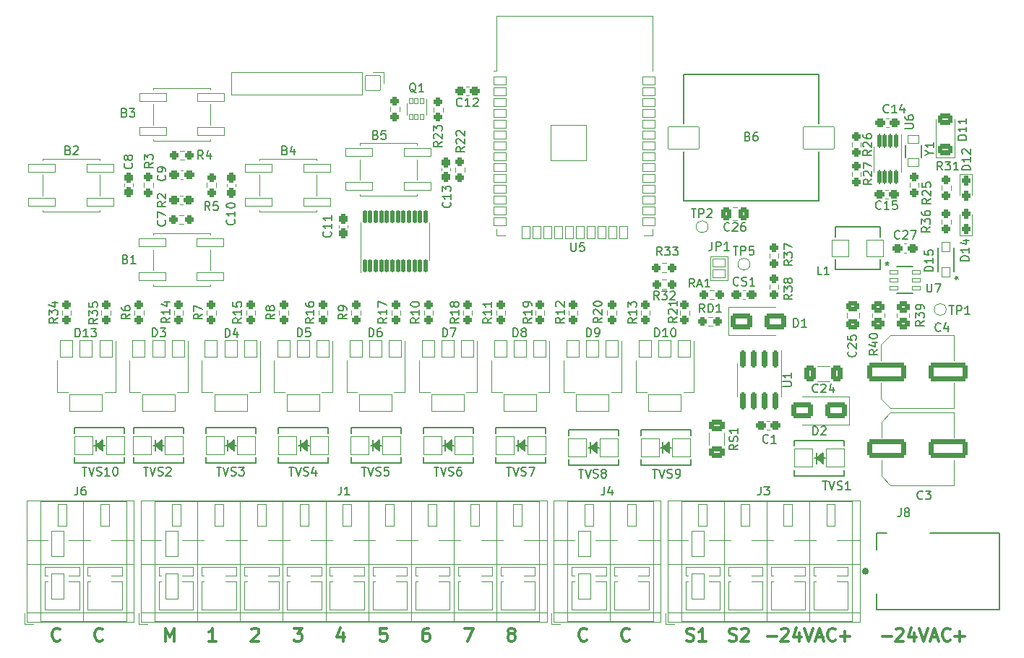
<source format=gbr>
G04 #@! TF.GenerationSoftware,KiCad,Pcbnew,(7.0.0)*
G04 #@! TF.CreationDate,2023-03-28T16:02:03-07:00*
G04 #@! TF.ProjectId,OpenSprinkler,4f70656e-5370-4726-996e-6b6c65722e6b,1*
G04 #@! TF.SameCoordinates,Original*
G04 #@! TF.FileFunction,Legend,Top*
G04 #@! TF.FilePolarity,Positive*
%FSLAX46Y46*%
G04 Gerber Fmt 4.6, Leading zero omitted, Abs format (unit mm)*
G04 Created by KiCad (PCBNEW (7.0.0)) date 2023-03-28 16:02:03*
%MOMM*%
%LPD*%
G01*
G04 APERTURE LIST*
G04 Aperture macros list*
%AMRoundRect*
0 Rectangle with rounded corners*
0 $1 Rounding radius*
0 $2 $3 $4 $5 $6 $7 $8 $9 X,Y pos of 4 corners*
0 Add a 4 corners polygon primitive as box body*
4,1,4,$2,$3,$4,$5,$6,$7,$8,$9,$2,$3,0*
0 Add four circle primitives for the rounded corners*
1,1,$1+$1,$2,$3*
1,1,$1+$1,$4,$5*
1,1,$1+$1,$6,$7*
1,1,$1+$1,$8,$9*
0 Add four rect primitives between the rounded corners*
20,1,$1+$1,$2,$3,$4,$5,0*
20,1,$1+$1,$4,$5,$6,$7,0*
20,1,$1+$1,$6,$7,$8,$9,0*
20,1,$1+$1,$8,$9,$2,$3,0*%
G04 Aperture macros list end*
%ADD10C,0.300000*%
%ADD11C,0.150000*%
%ADD12C,0.120000*%
%ADD13C,0.127000*%
%ADD14C,0.400000*%
%ADD15C,0.152400*%
%ADD16C,1.076200*%
%ADD17O,2.576200X5.076200*%
%ADD18O,2.326200X4.576200*%
%ADD19O,4.576200X2.326200*%
%ADD20RoundRect,0.288101X-1.999999X-0.799999X1.999999X-0.799999X1.999999X0.799999X-1.999999X0.799999X0*%
%ADD21RoundRect,0.288100X0.475000X-0.337500X0.475000X0.337500X-0.475000X0.337500X-0.475000X-0.337500X0*%
%ADD22RoundRect,0.288100X0.625000X-0.400000X0.625000X0.400000X-0.625000X0.400000X-0.625000X-0.400000X0*%
%ADD23RoundRect,0.275600X0.237500X-0.250000X0.237500X0.250000X-0.237500X0.250000X-0.237500X-0.250000X0*%
%ADD24RoundRect,0.038100X-0.750000X1.000000X-0.750000X-1.000000X0.750000X-1.000000X0.750000X1.000000X0*%
%ADD25RoundRect,0.038100X-1.900000X1.000000X-1.900000X-1.000000X1.900000X-1.000000X1.900000X1.000000X0*%
%ADD26C,1.500000*%
%ADD27RoundRect,0.038100X-0.750000X-1.500000X0.750000X-1.500000X0.750000X1.500000X-0.750000X1.500000X0*%
%ADD28O,1.576200X3.076200*%
%ADD29RoundRect,0.275600X-0.300000X-0.237500X0.300000X-0.237500X0.300000X0.237500X-0.300000X0.237500X0*%
%ADD30RoundRect,0.288100X1.000000X0.650000X-1.000000X0.650000X-1.000000X-0.650000X1.000000X-0.650000X0*%
%ADD31RoundRect,0.038100X1.600000X0.500000X-1.600000X0.500000X-1.600000X-0.500000X1.600000X-0.500000X0*%
%ADD32RoundRect,0.138100X-0.100000X0.712500X-0.100000X-0.712500X0.100000X-0.712500X0.100000X0.712500X0*%
%ADD33C,2.776200*%
%ADD34RoundRect,0.038100X0.647700X-0.482600X0.647700X0.482600X-0.647700X0.482600X-0.647700X-0.482600X0*%
%ADD35RoundRect,0.038100X-0.850000X0.850000X-0.850000X-0.850000X0.850000X-0.850000X0.850000X0.850000X0*%
%ADD36O,1.776200X1.776200*%
%ADD37RoundRect,0.275600X-0.237500X0.300000X-0.237500X-0.300000X0.237500X-0.300000X0.237500X0.300000X0*%
%ADD38RoundRect,0.038100X1.092200X-1.092200X1.092200X1.092200X-1.092200X1.092200X-1.092200X-1.092200X0*%
%ADD39RoundRect,0.275600X0.300000X0.237500X-0.300000X0.237500X-0.300000X-0.237500X0.300000X-0.237500X0*%
%ADD40RoundRect,0.288100X0.412500X0.650000X-0.412500X0.650000X-0.412500X-0.650000X0.412500X-0.650000X0*%
%ADD41RoundRect,0.275600X-0.237500X0.287500X-0.237500X-0.287500X0.237500X-0.287500X0.237500X0.287500X0*%
%ADD42RoundRect,0.038100X-0.457200X-0.241300X0.457200X-0.241300X0.457200X0.241300X-0.457200X0.241300X0*%
%ADD43RoundRect,0.288100X-0.450000X0.350000X-0.450000X-0.350000X0.450000X-0.350000X0.450000X0.350000X0*%
%ADD44RoundRect,0.038100X-0.750000X0.500000X-0.750000X-0.500000X0.750000X-0.500000X0.750000X0.500000X0*%
%ADD45RoundRect,0.275600X-0.237500X0.250000X-0.237500X-0.250000X0.237500X-0.250000X0.237500X0.250000X0*%
%ADD46RoundRect,0.275600X0.250000X0.237500X-0.250000X0.237500X-0.250000X-0.237500X0.250000X-0.237500X0*%
%ADD47RoundRect,0.288100X0.337500X0.475000X-0.337500X0.475000X-0.337500X-0.475000X0.337500X-0.475000X0*%
%ADD48RoundRect,0.038100X1.803400X1.295400X-1.803400X1.295400X-1.803400X-1.295400X1.803400X-1.295400X0*%
%ADD49C,1.828800*%
%ADD50RoundRect,0.288100X-1.000000X-0.650000X1.000000X-0.650000X1.000000X0.650000X-1.000000X0.650000X0*%
%ADD51RoundRect,0.188100X-0.150000X0.825000X-0.150000X-0.825000X0.150000X-0.825000X0.150000X0.825000X0*%
%ADD52RoundRect,0.038100X-0.200000X0.325000X-0.200000X-0.325000X0.200000X-0.325000X0.200000X0.325000X0*%
%ADD53RoundRect,0.038100X-1.600000X-0.500000X1.600000X-0.500000X1.600000X0.500000X-1.600000X0.500000X0*%
%ADD54RoundRect,0.038100X1.000000X1.000000X-1.000000X1.000000X-1.000000X-1.000000X1.000000X-1.000000X0*%
%ADD55RoundRect,0.275600X-0.250000X-0.237500X0.250000X-0.237500X0.250000X0.237500X-0.250000X0.237500X0*%
%ADD56RoundRect,0.138100X0.100000X-0.637500X0.100000X0.637500X-0.100000X0.637500X-0.100000X-0.637500X0*%
%ADD57RoundRect,0.288100X0.600000X-0.400000X0.600000X0.400000X-0.600000X0.400000X-0.600000X-0.400000X0*%
%ADD58RoundRect,0.275600X0.237500X-0.287500X0.237500X0.287500X-0.237500X0.287500X-0.237500X-0.287500X0*%
%ADD59RoundRect,0.038100X-0.750000X-0.450000X0.750000X-0.450000X0.750000X0.450000X-0.750000X0.450000X0*%
%ADD60RoundRect,0.038100X0.450000X-0.750000X0.450000X0.750000X-0.450000X0.750000X-0.450000X-0.750000X0*%
%ADD61C,0.676200*%
%ADD62RoundRect,0.038100X-2.100000X-2.100000X2.100000X-2.100000X2.100000X2.100000X-2.100000X2.100000X0*%
%ADD63RoundRect,0.038100X0.495300X-0.546100X0.495300X0.546100X-0.495300X0.546100X-0.495300X-0.546100X0*%
G04 APERTURE END LIST*
D10*
X188190142Y-128794542D02*
X189333000Y-128794542D01*
X188761571Y-129365971D02*
X188761571Y-128223114D01*
X166219142Y-128794542D02*
X167362000Y-128794542D01*
X174753542Y-128794542D02*
X175896400Y-128794542D01*
X175324971Y-129365971D02*
X175324971Y-128223114D01*
X105801629Y-128008828D02*
X105873057Y-127937400D01*
X105873057Y-127937400D02*
X106015915Y-127865971D01*
X106015915Y-127865971D02*
X106373057Y-127865971D01*
X106373057Y-127865971D02*
X106515915Y-127937400D01*
X106515915Y-127937400D02*
X106587343Y-128008828D01*
X106587343Y-128008828D02*
X106658772Y-128151685D01*
X106658772Y-128151685D02*
X106658772Y-128294542D01*
X106658772Y-128294542D02*
X106587343Y-128508828D01*
X106587343Y-128508828D02*
X105730200Y-129365971D01*
X105730200Y-129365971D02*
X106658772Y-129365971D01*
X83326485Y-129223114D02*
X83255057Y-129294542D01*
X83255057Y-129294542D02*
X83040771Y-129365971D01*
X83040771Y-129365971D02*
X82897914Y-129365971D01*
X82897914Y-129365971D02*
X82683628Y-129294542D01*
X82683628Y-129294542D02*
X82540771Y-129151685D01*
X82540771Y-129151685D02*
X82469342Y-129008828D01*
X82469342Y-129008828D02*
X82397914Y-128723114D01*
X82397914Y-128723114D02*
X82397914Y-128508828D01*
X82397914Y-128508828D02*
X82469342Y-128223114D01*
X82469342Y-128223114D02*
X82540771Y-128080257D01*
X82540771Y-128080257D02*
X82683628Y-127937400D01*
X82683628Y-127937400D02*
X82897914Y-127865971D01*
X82897914Y-127865971D02*
X83040771Y-127865971D01*
X83040771Y-127865971D02*
X83255057Y-127937400D01*
X83255057Y-127937400D02*
X83326485Y-128008828D01*
X126515915Y-127865971D02*
X126230200Y-127865971D01*
X126230200Y-127865971D02*
X126087343Y-127937400D01*
X126087343Y-127937400D02*
X126015915Y-128008828D01*
X126015915Y-128008828D02*
X125873057Y-128223114D01*
X125873057Y-128223114D02*
X125801629Y-128508828D01*
X125801629Y-128508828D02*
X125801629Y-129080257D01*
X125801629Y-129080257D02*
X125873057Y-129223114D01*
X125873057Y-129223114D02*
X125944486Y-129294542D01*
X125944486Y-129294542D02*
X126087343Y-129365971D01*
X126087343Y-129365971D02*
X126373057Y-129365971D01*
X126373057Y-129365971D02*
X126515915Y-129294542D01*
X126515915Y-129294542D02*
X126587343Y-129223114D01*
X126587343Y-129223114D02*
X126658772Y-129080257D01*
X126658772Y-129080257D02*
X126658772Y-128723114D01*
X126658772Y-128723114D02*
X126587343Y-128580257D01*
X126587343Y-128580257D02*
X126515915Y-128508828D01*
X126515915Y-128508828D02*
X126373057Y-128437400D01*
X126373057Y-128437400D02*
X126087343Y-128437400D01*
X126087343Y-128437400D02*
X125944486Y-128508828D01*
X125944486Y-128508828D02*
X125873057Y-128580257D01*
X125873057Y-128580257D02*
X125801629Y-128723114D01*
X95730199Y-129365971D02*
X95730199Y-127865971D01*
X95730199Y-127865971D02*
X96230199Y-128937400D01*
X96230199Y-128937400D02*
X96730199Y-127865971D01*
X96730199Y-127865971D02*
X96730199Y-129365971D01*
X136087343Y-128508828D02*
X135944486Y-128437400D01*
X135944486Y-128437400D02*
X135873057Y-128365971D01*
X135873057Y-128365971D02*
X135801629Y-128223114D01*
X135801629Y-128223114D02*
X135801629Y-128151685D01*
X135801629Y-128151685D02*
X135873057Y-128008828D01*
X135873057Y-128008828D02*
X135944486Y-127937400D01*
X135944486Y-127937400D02*
X136087343Y-127865971D01*
X136087343Y-127865971D02*
X136373057Y-127865971D01*
X136373057Y-127865971D02*
X136515915Y-127937400D01*
X136515915Y-127937400D02*
X136587343Y-128008828D01*
X136587343Y-128008828D02*
X136658772Y-128151685D01*
X136658772Y-128151685D02*
X136658772Y-128223114D01*
X136658772Y-128223114D02*
X136587343Y-128365971D01*
X136587343Y-128365971D02*
X136515915Y-128437400D01*
X136515915Y-128437400D02*
X136373057Y-128508828D01*
X136373057Y-128508828D02*
X136087343Y-128508828D01*
X136087343Y-128508828D02*
X135944486Y-128580257D01*
X135944486Y-128580257D02*
X135873057Y-128651685D01*
X135873057Y-128651685D02*
X135801629Y-128794542D01*
X135801629Y-128794542D02*
X135801629Y-129080257D01*
X135801629Y-129080257D02*
X135873057Y-129223114D01*
X135873057Y-129223114D02*
X135944486Y-129294542D01*
X135944486Y-129294542D02*
X136087343Y-129365971D01*
X136087343Y-129365971D02*
X136373057Y-129365971D01*
X136373057Y-129365971D02*
X136515915Y-129294542D01*
X136515915Y-129294542D02*
X136587343Y-129223114D01*
X136587343Y-129223114D02*
X136658772Y-129080257D01*
X136658772Y-129080257D02*
X136658772Y-128794542D01*
X136658772Y-128794542D02*
X136587343Y-128651685D01*
X136587343Y-128651685D02*
X136515915Y-128580257D01*
X136515915Y-128580257D02*
X136373057Y-128508828D01*
X161758543Y-129294542D02*
X161972829Y-129365971D01*
X161972829Y-129365971D02*
X162329971Y-129365971D01*
X162329971Y-129365971D02*
X162472829Y-129294542D01*
X162472829Y-129294542D02*
X162544257Y-129223114D01*
X162544257Y-129223114D02*
X162615686Y-129080257D01*
X162615686Y-129080257D02*
X162615686Y-128937400D01*
X162615686Y-128937400D02*
X162544257Y-128794542D01*
X162544257Y-128794542D02*
X162472829Y-128723114D01*
X162472829Y-128723114D02*
X162329971Y-128651685D01*
X162329971Y-128651685D02*
X162044257Y-128580257D01*
X162044257Y-128580257D02*
X161901400Y-128508828D01*
X161901400Y-128508828D02*
X161829971Y-128437400D01*
X161829971Y-128437400D02*
X161758543Y-128294542D01*
X161758543Y-128294542D02*
X161758543Y-128151685D01*
X161758543Y-128151685D02*
X161829971Y-128008828D01*
X161829971Y-128008828D02*
X161901400Y-127937400D01*
X161901400Y-127937400D02*
X162044257Y-127865971D01*
X162044257Y-127865971D02*
X162401400Y-127865971D01*
X162401400Y-127865971D02*
X162615686Y-127937400D01*
X163187114Y-128008828D02*
X163258542Y-127937400D01*
X163258542Y-127937400D02*
X163401400Y-127865971D01*
X163401400Y-127865971D02*
X163758542Y-127865971D01*
X163758542Y-127865971D02*
X163901400Y-127937400D01*
X163901400Y-127937400D02*
X163972828Y-128008828D01*
X163972828Y-128008828D02*
X164044257Y-128151685D01*
X164044257Y-128151685D02*
X164044257Y-128294542D01*
X164044257Y-128294542D02*
X163972828Y-128508828D01*
X163972828Y-128508828D02*
X163115685Y-129365971D01*
X163115685Y-129365971D02*
X164044257Y-129365971D01*
X110730200Y-127865971D02*
X111658772Y-127865971D01*
X111658772Y-127865971D02*
X111158772Y-128437400D01*
X111158772Y-128437400D02*
X111373057Y-128437400D01*
X111373057Y-128437400D02*
X111515915Y-128508828D01*
X111515915Y-128508828D02*
X111587343Y-128580257D01*
X111587343Y-128580257D02*
X111658772Y-128723114D01*
X111658772Y-128723114D02*
X111658772Y-129080257D01*
X111658772Y-129080257D02*
X111587343Y-129223114D01*
X111587343Y-129223114D02*
X111515915Y-129294542D01*
X111515915Y-129294542D02*
X111373057Y-129365971D01*
X111373057Y-129365971D02*
X110944486Y-129365971D01*
X110944486Y-129365971D02*
X110801629Y-129294542D01*
X110801629Y-129294542D02*
X110730200Y-129223114D01*
X116515915Y-128365971D02*
X116515915Y-129365971D01*
X116158772Y-127794542D02*
X115801629Y-128865971D01*
X115801629Y-128865971D02*
X116730200Y-128865971D01*
X156758543Y-129294542D02*
X156972829Y-129365971D01*
X156972829Y-129365971D02*
X157329971Y-129365971D01*
X157329971Y-129365971D02*
X157472829Y-129294542D01*
X157472829Y-129294542D02*
X157544257Y-129223114D01*
X157544257Y-129223114D02*
X157615686Y-129080257D01*
X157615686Y-129080257D02*
X157615686Y-128937400D01*
X157615686Y-128937400D02*
X157544257Y-128794542D01*
X157544257Y-128794542D02*
X157472829Y-128723114D01*
X157472829Y-128723114D02*
X157329971Y-128651685D01*
X157329971Y-128651685D02*
X157044257Y-128580257D01*
X157044257Y-128580257D02*
X156901400Y-128508828D01*
X156901400Y-128508828D02*
X156829971Y-128437400D01*
X156829971Y-128437400D02*
X156758543Y-128294542D01*
X156758543Y-128294542D02*
X156758543Y-128151685D01*
X156758543Y-128151685D02*
X156829971Y-128008828D01*
X156829971Y-128008828D02*
X156901400Y-127937400D01*
X156901400Y-127937400D02*
X157044257Y-127865971D01*
X157044257Y-127865971D02*
X157401400Y-127865971D01*
X157401400Y-127865971D02*
X157615686Y-127937400D01*
X159044257Y-129365971D02*
X158187114Y-129365971D01*
X158615685Y-129365971D02*
X158615685Y-127865971D01*
X158615685Y-127865971D02*
X158472828Y-128080257D01*
X158472828Y-128080257D02*
X158329971Y-128223114D01*
X158329971Y-128223114D02*
X158187114Y-128294542D01*
X121587343Y-127865971D02*
X120873057Y-127865971D01*
X120873057Y-127865971D02*
X120801629Y-128580257D01*
X120801629Y-128580257D02*
X120873057Y-128508828D01*
X120873057Y-128508828D02*
X121015915Y-128437400D01*
X121015915Y-128437400D02*
X121373057Y-128437400D01*
X121373057Y-128437400D02*
X121515915Y-128508828D01*
X121515915Y-128508828D02*
X121587343Y-128580257D01*
X121587343Y-128580257D02*
X121658772Y-128723114D01*
X121658772Y-128723114D02*
X121658772Y-129080257D01*
X121658772Y-129080257D02*
X121587343Y-129223114D01*
X121587343Y-129223114D02*
X121515915Y-129294542D01*
X121515915Y-129294542D02*
X121373057Y-129365971D01*
X121373057Y-129365971D02*
X121015915Y-129365971D01*
X121015915Y-129365971D02*
X120873057Y-129294542D01*
X120873057Y-129294542D02*
X120801629Y-129223114D01*
X181286114Y-128008828D02*
X181357542Y-127937400D01*
X181357542Y-127937400D02*
X181500400Y-127865971D01*
X181500400Y-127865971D02*
X181857542Y-127865971D01*
X181857542Y-127865971D02*
X182000400Y-127937400D01*
X182000400Y-127937400D02*
X182071828Y-128008828D01*
X182071828Y-128008828D02*
X182143257Y-128151685D01*
X182143257Y-128151685D02*
X182143257Y-128294542D01*
X182143257Y-128294542D02*
X182071828Y-128508828D01*
X182071828Y-128508828D02*
X181214685Y-129365971D01*
X181214685Y-129365971D02*
X182143257Y-129365971D01*
X183428971Y-128365971D02*
X183428971Y-129365971D01*
X183071828Y-127794542D02*
X182714685Y-128865971D01*
X182714685Y-128865971D02*
X183643256Y-128865971D01*
X184000399Y-127865971D02*
X184500399Y-129365971D01*
X184500399Y-129365971D02*
X185000399Y-127865971D01*
X185428970Y-128937400D02*
X186143256Y-128937400D01*
X185286113Y-129365971D02*
X185786113Y-127865971D01*
X185786113Y-127865971D02*
X186286113Y-129365971D01*
X187643255Y-129223114D02*
X187571827Y-129294542D01*
X187571827Y-129294542D02*
X187357541Y-129365971D01*
X187357541Y-129365971D02*
X187214684Y-129365971D01*
X187214684Y-129365971D02*
X187000398Y-129294542D01*
X187000398Y-129294542D02*
X186857541Y-129151685D01*
X186857541Y-129151685D02*
X186786112Y-129008828D01*
X186786112Y-129008828D02*
X186714684Y-128723114D01*
X186714684Y-128723114D02*
X186714684Y-128508828D01*
X186714684Y-128508828D02*
X186786112Y-128223114D01*
X186786112Y-128223114D02*
X186857541Y-128080257D01*
X186857541Y-128080257D02*
X187000398Y-127937400D01*
X187000398Y-127937400D02*
X187214684Y-127865971D01*
X187214684Y-127865971D02*
X187357541Y-127865971D01*
X187357541Y-127865971D02*
X187571827Y-127937400D01*
X187571827Y-127937400D02*
X187643255Y-128008828D01*
X150048485Y-129223114D02*
X149977057Y-129294542D01*
X149977057Y-129294542D02*
X149762771Y-129365971D01*
X149762771Y-129365971D02*
X149619914Y-129365971D01*
X149619914Y-129365971D02*
X149405628Y-129294542D01*
X149405628Y-129294542D02*
X149262771Y-129151685D01*
X149262771Y-129151685D02*
X149191342Y-129008828D01*
X149191342Y-129008828D02*
X149119914Y-128723114D01*
X149119914Y-128723114D02*
X149119914Y-128508828D01*
X149119914Y-128508828D02*
X149191342Y-128223114D01*
X149191342Y-128223114D02*
X149262771Y-128080257D01*
X149262771Y-128080257D02*
X149405628Y-127937400D01*
X149405628Y-127937400D02*
X149619914Y-127865971D01*
X149619914Y-127865971D02*
X149762771Y-127865971D01*
X149762771Y-127865971D02*
X149977057Y-127937400D01*
X149977057Y-127937400D02*
X150048485Y-128008828D01*
X145048485Y-129223114D02*
X144977057Y-129294542D01*
X144977057Y-129294542D02*
X144762771Y-129365971D01*
X144762771Y-129365971D02*
X144619914Y-129365971D01*
X144619914Y-129365971D02*
X144405628Y-129294542D01*
X144405628Y-129294542D02*
X144262771Y-129151685D01*
X144262771Y-129151685D02*
X144191342Y-129008828D01*
X144191342Y-129008828D02*
X144119914Y-128723114D01*
X144119914Y-128723114D02*
X144119914Y-128508828D01*
X144119914Y-128508828D02*
X144191342Y-128223114D01*
X144191342Y-128223114D02*
X144262771Y-128080257D01*
X144262771Y-128080257D02*
X144405628Y-127937400D01*
X144405628Y-127937400D02*
X144619914Y-127865971D01*
X144619914Y-127865971D02*
X144762771Y-127865971D01*
X144762771Y-127865971D02*
X144977057Y-127937400D01*
X144977057Y-127937400D02*
X145048485Y-128008828D01*
X130730200Y-127865971D02*
X131730200Y-127865971D01*
X131730200Y-127865971D02*
X131087343Y-129365971D01*
X101658772Y-129365971D02*
X100801629Y-129365971D01*
X101230200Y-129365971D02*
X101230200Y-127865971D01*
X101230200Y-127865971D02*
X101087343Y-128080257D01*
X101087343Y-128080257D02*
X100944486Y-128223114D01*
X100944486Y-128223114D02*
X100801629Y-128294542D01*
X167849514Y-128008828D02*
X167920942Y-127937400D01*
X167920942Y-127937400D02*
X168063800Y-127865971D01*
X168063800Y-127865971D02*
X168420942Y-127865971D01*
X168420942Y-127865971D02*
X168563800Y-127937400D01*
X168563800Y-127937400D02*
X168635228Y-128008828D01*
X168635228Y-128008828D02*
X168706657Y-128151685D01*
X168706657Y-128151685D02*
X168706657Y-128294542D01*
X168706657Y-128294542D02*
X168635228Y-128508828D01*
X168635228Y-128508828D02*
X167778085Y-129365971D01*
X167778085Y-129365971D02*
X168706657Y-129365971D01*
X169992371Y-128365971D02*
X169992371Y-129365971D01*
X169635228Y-127794542D02*
X169278085Y-128865971D01*
X169278085Y-128865971D02*
X170206656Y-128865971D01*
X170563799Y-127865971D02*
X171063799Y-129365971D01*
X171063799Y-129365971D02*
X171563799Y-127865971D01*
X171992370Y-128937400D02*
X172706656Y-128937400D01*
X171849513Y-129365971D02*
X172349513Y-127865971D01*
X172349513Y-127865971D02*
X172849513Y-129365971D01*
X174206655Y-129223114D02*
X174135227Y-129294542D01*
X174135227Y-129294542D02*
X173920941Y-129365971D01*
X173920941Y-129365971D02*
X173778084Y-129365971D01*
X173778084Y-129365971D02*
X173563798Y-129294542D01*
X173563798Y-129294542D02*
X173420941Y-129151685D01*
X173420941Y-129151685D02*
X173349512Y-129008828D01*
X173349512Y-129008828D02*
X173278084Y-128723114D01*
X173278084Y-128723114D02*
X173278084Y-128508828D01*
X173278084Y-128508828D02*
X173349512Y-128223114D01*
X173349512Y-128223114D02*
X173420941Y-128080257D01*
X173420941Y-128080257D02*
X173563798Y-127937400D01*
X173563798Y-127937400D02*
X173778084Y-127865971D01*
X173778084Y-127865971D02*
X173920941Y-127865971D01*
X173920941Y-127865971D02*
X174135227Y-127937400D01*
X174135227Y-127937400D02*
X174206655Y-128008828D01*
X179655742Y-128794542D02*
X180798600Y-128794542D01*
X88326485Y-129223114D02*
X88255057Y-129294542D01*
X88255057Y-129294542D02*
X88040771Y-129365971D01*
X88040771Y-129365971D02*
X87897914Y-129365971D01*
X87897914Y-129365971D02*
X87683628Y-129294542D01*
X87683628Y-129294542D02*
X87540771Y-129151685D01*
X87540771Y-129151685D02*
X87469342Y-129008828D01*
X87469342Y-129008828D02*
X87397914Y-128723114D01*
X87397914Y-128723114D02*
X87397914Y-128508828D01*
X87397914Y-128508828D02*
X87469342Y-128223114D01*
X87469342Y-128223114D02*
X87540771Y-128080257D01*
X87540771Y-128080257D02*
X87683628Y-127937400D01*
X87683628Y-127937400D02*
X87897914Y-127865971D01*
X87897914Y-127865971D02*
X88040771Y-127865971D01*
X88040771Y-127865971D02*
X88255057Y-127937400D01*
X88255057Y-127937400D02*
X88326485Y-128008828D01*
D11*
X157308895Y-78719380D02*
X157880323Y-78719380D01*
X157594609Y-79719380D02*
X157594609Y-78719380D01*
X158213657Y-79719380D02*
X158213657Y-78719380D01*
X158213657Y-78719380D02*
X158594609Y-78719380D01*
X158594609Y-78719380D02*
X158689847Y-78767000D01*
X158689847Y-78767000D02*
X158737466Y-78814619D01*
X158737466Y-78814619D02*
X158785085Y-78909857D01*
X158785085Y-78909857D02*
X158785085Y-79052714D01*
X158785085Y-79052714D02*
X158737466Y-79147952D01*
X158737466Y-79147952D02*
X158689847Y-79195571D01*
X158689847Y-79195571D02*
X158594609Y-79243190D01*
X158594609Y-79243190D02*
X158213657Y-79243190D01*
X159166038Y-78814619D02*
X159213657Y-78767000D01*
X159213657Y-78767000D02*
X159308895Y-78719380D01*
X159308895Y-78719380D02*
X159546990Y-78719380D01*
X159546990Y-78719380D02*
X159642228Y-78767000D01*
X159642228Y-78767000D02*
X159689847Y-78814619D01*
X159689847Y-78814619D02*
X159737466Y-78909857D01*
X159737466Y-78909857D02*
X159737466Y-79005095D01*
X159737466Y-79005095D02*
X159689847Y-79147952D01*
X159689847Y-79147952D02*
X159118419Y-79719380D01*
X159118419Y-79719380D02*
X159737466Y-79719380D01*
X187508895Y-90067380D02*
X188080323Y-90067380D01*
X187794609Y-91067380D02*
X187794609Y-90067380D01*
X188413657Y-91067380D02*
X188413657Y-90067380D01*
X188413657Y-90067380D02*
X188794609Y-90067380D01*
X188794609Y-90067380D02*
X188889847Y-90115000D01*
X188889847Y-90115000D02*
X188937466Y-90162619D01*
X188937466Y-90162619D02*
X188985085Y-90257857D01*
X188985085Y-90257857D02*
X188985085Y-90400714D01*
X188985085Y-90400714D02*
X188937466Y-90495952D01*
X188937466Y-90495952D02*
X188889847Y-90543571D01*
X188889847Y-90543571D02*
X188794609Y-90591190D01*
X188794609Y-90591190D02*
X188413657Y-90591190D01*
X189937466Y-91067380D02*
X189366038Y-91067380D01*
X189651752Y-91067380D02*
X189651752Y-90067380D01*
X189651752Y-90067380D02*
X189556514Y-90210238D01*
X189556514Y-90210238D02*
X189461276Y-90305476D01*
X189461276Y-90305476D02*
X189366038Y-90353095D01*
X181856350Y-113785221D02*
X181856350Y-114499563D01*
X181856350Y-114499563D02*
X181808728Y-114642431D01*
X181808728Y-114642431D02*
X181713482Y-114737677D01*
X181713482Y-114737677D02*
X181570614Y-114785300D01*
X181570614Y-114785300D02*
X181475368Y-114785300D01*
X182475447Y-114213826D02*
X182380201Y-114166203D01*
X182380201Y-114166203D02*
X182332579Y-114118580D01*
X182332579Y-114118580D02*
X182284956Y-114023335D01*
X182284956Y-114023335D02*
X182284956Y-113975712D01*
X182284956Y-113975712D02*
X182332579Y-113880466D01*
X182332579Y-113880466D02*
X182380201Y-113832844D01*
X182380201Y-113832844D02*
X182475447Y-113785221D01*
X182475447Y-113785221D02*
X182665938Y-113785221D01*
X182665938Y-113785221D02*
X182761184Y-113832844D01*
X182761184Y-113832844D02*
X182808807Y-113880466D01*
X182808807Y-113880466D02*
X182856429Y-113975712D01*
X182856429Y-113975712D02*
X182856429Y-114023335D01*
X182856429Y-114023335D02*
X182808807Y-114118580D01*
X182808807Y-114118580D02*
X182761184Y-114166203D01*
X182761184Y-114166203D02*
X182665938Y-114213826D01*
X182665938Y-114213826D02*
X182475447Y-114213826D01*
X182475447Y-114213826D02*
X182380201Y-114261449D01*
X182380201Y-114261449D02*
X182332579Y-114309072D01*
X182332579Y-114309072D02*
X182284956Y-114404317D01*
X182284956Y-114404317D02*
X182284956Y-114594808D01*
X182284956Y-114594808D02*
X182332579Y-114690054D01*
X182332579Y-114690054D02*
X182380201Y-114737677D01*
X182380201Y-114737677D02*
X182475447Y-114785300D01*
X182475447Y-114785300D02*
X182665938Y-114785300D01*
X182665938Y-114785300D02*
X182761184Y-114737677D01*
X182761184Y-114737677D02*
X182808807Y-114690054D01*
X182808807Y-114690054D02*
X182856429Y-114594808D01*
X182856429Y-114594808D02*
X182856429Y-114404317D01*
X182856429Y-114404317D02*
X182808807Y-114309072D01*
X182808807Y-114309072D02*
X182761184Y-114261449D01*
X182761184Y-114261449D02*
X182665938Y-114213826D01*
X184404133Y-112672142D02*
X184356514Y-112719761D01*
X184356514Y-112719761D02*
X184213657Y-112767380D01*
X184213657Y-112767380D02*
X184118419Y-112767380D01*
X184118419Y-112767380D02*
X183975562Y-112719761D01*
X183975562Y-112719761D02*
X183880324Y-112624523D01*
X183880324Y-112624523D02*
X183832705Y-112529285D01*
X183832705Y-112529285D02*
X183785086Y-112338809D01*
X183785086Y-112338809D02*
X183785086Y-112195952D01*
X183785086Y-112195952D02*
X183832705Y-112005476D01*
X183832705Y-112005476D02*
X183880324Y-111910238D01*
X183880324Y-111910238D02*
X183975562Y-111815000D01*
X183975562Y-111815000D02*
X184118419Y-111767380D01*
X184118419Y-111767380D02*
X184213657Y-111767380D01*
X184213657Y-111767380D02*
X184356514Y-111815000D01*
X184356514Y-111815000D02*
X184404133Y-111862619D01*
X184737467Y-111767380D02*
X185356514Y-111767380D01*
X185356514Y-111767380D02*
X185023181Y-112148333D01*
X185023181Y-112148333D02*
X185166038Y-112148333D01*
X185166038Y-112148333D02*
X185261276Y-112195952D01*
X185261276Y-112195952D02*
X185308895Y-112243571D01*
X185308895Y-112243571D02*
X185356514Y-112338809D01*
X185356514Y-112338809D02*
X185356514Y-112576904D01*
X185356514Y-112576904D02*
X185308895Y-112672142D01*
X185308895Y-112672142D02*
X185261276Y-112719761D01*
X185261276Y-112719761D02*
X185166038Y-112767380D01*
X185166038Y-112767380D02*
X184880324Y-112767380D01*
X184880324Y-112767380D02*
X184785086Y-112719761D01*
X184785086Y-112719761D02*
X184737467Y-112672142D01*
X176522742Y-95428857D02*
X176570361Y-95476476D01*
X176570361Y-95476476D02*
X176617980Y-95619333D01*
X176617980Y-95619333D02*
X176617980Y-95714571D01*
X176617980Y-95714571D02*
X176570361Y-95857428D01*
X176570361Y-95857428D02*
X176475123Y-95952666D01*
X176475123Y-95952666D02*
X176379885Y-96000285D01*
X176379885Y-96000285D02*
X176189409Y-96047904D01*
X176189409Y-96047904D02*
X176046552Y-96047904D01*
X176046552Y-96047904D02*
X175856076Y-96000285D01*
X175856076Y-96000285D02*
X175760838Y-95952666D01*
X175760838Y-95952666D02*
X175665600Y-95857428D01*
X175665600Y-95857428D02*
X175617980Y-95714571D01*
X175617980Y-95714571D02*
X175617980Y-95619333D01*
X175617980Y-95619333D02*
X175665600Y-95476476D01*
X175665600Y-95476476D02*
X175713219Y-95428857D01*
X175713219Y-95047904D02*
X175665600Y-95000285D01*
X175665600Y-95000285D02*
X175617980Y-94905047D01*
X175617980Y-94905047D02*
X175617980Y-94666952D01*
X175617980Y-94666952D02*
X175665600Y-94571714D01*
X175665600Y-94571714D02*
X175713219Y-94524095D01*
X175713219Y-94524095D02*
X175808457Y-94476476D01*
X175808457Y-94476476D02*
X175903695Y-94476476D01*
X175903695Y-94476476D02*
X176046552Y-94524095D01*
X176046552Y-94524095D02*
X176617980Y-95095523D01*
X176617980Y-95095523D02*
X176617980Y-94476476D01*
X175617980Y-93571714D02*
X175617980Y-94047904D01*
X175617980Y-94047904D02*
X176094171Y-94095523D01*
X176094171Y-94095523D02*
X176046552Y-94047904D01*
X176046552Y-94047904D02*
X175998933Y-93952666D01*
X175998933Y-93952666D02*
X175998933Y-93714571D01*
X175998933Y-93714571D02*
X176046552Y-93619333D01*
X176046552Y-93619333D02*
X176094171Y-93571714D01*
X176094171Y-93571714D02*
X176189409Y-93524095D01*
X176189409Y-93524095D02*
X176427504Y-93524095D01*
X176427504Y-93524095D02*
X176522742Y-93571714D01*
X176522742Y-93571714D02*
X176570361Y-93619333D01*
X176570361Y-93619333D02*
X176617980Y-93714571D01*
X176617980Y-93714571D02*
X176617980Y-93952666D01*
X176617980Y-93952666D02*
X176570361Y-94047904D01*
X176570361Y-94047904D02*
X176522742Y-94095523D01*
X162738180Y-106342857D02*
X162261990Y-106676190D01*
X162738180Y-106914285D02*
X161738180Y-106914285D01*
X161738180Y-106914285D02*
X161738180Y-106533333D01*
X161738180Y-106533333D02*
X161785800Y-106438095D01*
X161785800Y-106438095D02*
X161833419Y-106390476D01*
X161833419Y-106390476D02*
X161928657Y-106342857D01*
X161928657Y-106342857D02*
X162071514Y-106342857D01*
X162071514Y-106342857D02*
X162166752Y-106390476D01*
X162166752Y-106390476D02*
X162214371Y-106438095D01*
X162214371Y-106438095D02*
X162261990Y-106533333D01*
X162261990Y-106533333D02*
X162261990Y-106914285D01*
X162690561Y-105961904D02*
X162738180Y-105819047D01*
X162738180Y-105819047D02*
X162738180Y-105580952D01*
X162738180Y-105580952D02*
X162690561Y-105485714D01*
X162690561Y-105485714D02*
X162642942Y-105438095D01*
X162642942Y-105438095D02*
X162547704Y-105390476D01*
X162547704Y-105390476D02*
X162452466Y-105390476D01*
X162452466Y-105390476D02*
X162357228Y-105438095D01*
X162357228Y-105438095D02*
X162309609Y-105485714D01*
X162309609Y-105485714D02*
X162261990Y-105580952D01*
X162261990Y-105580952D02*
X162214371Y-105771428D01*
X162214371Y-105771428D02*
X162166752Y-105866666D01*
X162166752Y-105866666D02*
X162119133Y-105914285D01*
X162119133Y-105914285D02*
X162023895Y-105961904D01*
X162023895Y-105961904D02*
X161928657Y-105961904D01*
X161928657Y-105961904D02*
X161833419Y-105914285D01*
X161833419Y-105914285D02*
X161785800Y-105866666D01*
X161785800Y-105866666D02*
X161738180Y-105771428D01*
X161738180Y-105771428D02*
X161738180Y-105533333D01*
X161738180Y-105533333D02*
X161785800Y-105390476D01*
X162738180Y-104438095D02*
X162738180Y-105009523D01*
X162738180Y-104723809D02*
X161738180Y-104723809D01*
X161738180Y-104723809D02*
X161881038Y-104819047D01*
X161881038Y-104819047D02*
X161976276Y-104914285D01*
X161976276Y-104914285D02*
X162023895Y-105009523D01*
X185355580Y-77503257D02*
X184879390Y-77836590D01*
X185355580Y-78074685D02*
X184355580Y-78074685D01*
X184355580Y-78074685D02*
X184355580Y-77693733D01*
X184355580Y-77693733D02*
X184403200Y-77598495D01*
X184403200Y-77598495D02*
X184450819Y-77550876D01*
X184450819Y-77550876D02*
X184546057Y-77503257D01*
X184546057Y-77503257D02*
X184688914Y-77503257D01*
X184688914Y-77503257D02*
X184784152Y-77550876D01*
X184784152Y-77550876D02*
X184831771Y-77598495D01*
X184831771Y-77598495D02*
X184879390Y-77693733D01*
X184879390Y-77693733D02*
X184879390Y-78074685D01*
X184450819Y-77122304D02*
X184403200Y-77074685D01*
X184403200Y-77074685D02*
X184355580Y-76979447D01*
X184355580Y-76979447D02*
X184355580Y-76741352D01*
X184355580Y-76741352D02*
X184403200Y-76646114D01*
X184403200Y-76646114D02*
X184450819Y-76598495D01*
X184450819Y-76598495D02*
X184546057Y-76550876D01*
X184546057Y-76550876D02*
X184641295Y-76550876D01*
X184641295Y-76550876D02*
X184784152Y-76598495D01*
X184784152Y-76598495D02*
X185355580Y-77169923D01*
X185355580Y-77169923D02*
X185355580Y-76550876D01*
X184355580Y-75646114D02*
X184355580Y-76122304D01*
X184355580Y-76122304D02*
X184831771Y-76169923D01*
X184831771Y-76169923D02*
X184784152Y-76122304D01*
X184784152Y-76122304D02*
X184736533Y-76027066D01*
X184736533Y-76027066D02*
X184736533Y-75788971D01*
X184736533Y-75788971D02*
X184784152Y-75693733D01*
X184784152Y-75693733D02*
X184831771Y-75646114D01*
X184831771Y-75646114D02*
X184927009Y-75598495D01*
X184927009Y-75598495D02*
X185165104Y-75598495D01*
X185165104Y-75598495D02*
X185260342Y-75646114D01*
X185260342Y-75646114D02*
X185307961Y-75693733D01*
X185307961Y-75693733D02*
X185355580Y-75788971D01*
X185355580Y-75788971D02*
X185355580Y-76027066D01*
X185355580Y-76027066D02*
X185307961Y-76122304D01*
X185307961Y-76122304D02*
X185260342Y-76169923D01*
X113092580Y-91498657D02*
X112616390Y-91831990D01*
X113092580Y-92070085D02*
X112092580Y-92070085D01*
X112092580Y-92070085D02*
X112092580Y-91689133D01*
X112092580Y-91689133D02*
X112140200Y-91593895D01*
X112140200Y-91593895D02*
X112187819Y-91546276D01*
X112187819Y-91546276D02*
X112283057Y-91498657D01*
X112283057Y-91498657D02*
X112425914Y-91498657D01*
X112425914Y-91498657D02*
X112521152Y-91546276D01*
X112521152Y-91546276D02*
X112568771Y-91593895D01*
X112568771Y-91593895D02*
X112616390Y-91689133D01*
X112616390Y-91689133D02*
X112616390Y-92070085D01*
X113092580Y-90546276D02*
X113092580Y-91117704D01*
X113092580Y-90831990D02*
X112092580Y-90831990D01*
X112092580Y-90831990D02*
X112235438Y-90927228D01*
X112235438Y-90927228D02*
X112330676Y-91022466D01*
X112330676Y-91022466D02*
X112378295Y-91117704D01*
X112092580Y-89689133D02*
X112092580Y-89879609D01*
X112092580Y-89879609D02*
X112140200Y-89974847D01*
X112140200Y-89974847D02*
X112187819Y-90022466D01*
X112187819Y-90022466D02*
X112330676Y-90117704D01*
X112330676Y-90117704D02*
X112521152Y-90165323D01*
X112521152Y-90165323D02*
X112902104Y-90165323D01*
X112902104Y-90165323D02*
X112997342Y-90117704D01*
X112997342Y-90117704D02*
X113044961Y-90070085D01*
X113044961Y-90070085D02*
X113092580Y-89974847D01*
X113092580Y-89974847D02*
X113092580Y-89784371D01*
X113092580Y-89784371D02*
X113044961Y-89689133D01*
X113044961Y-89689133D02*
X112997342Y-89641514D01*
X112997342Y-89641514D02*
X112902104Y-89593895D01*
X112902104Y-89593895D02*
X112664009Y-89593895D01*
X112664009Y-89593895D02*
X112568771Y-89641514D01*
X112568771Y-89641514D02*
X112521152Y-89689133D01*
X112521152Y-89689133D02*
X112473533Y-89784371D01*
X112473533Y-89784371D02*
X112473533Y-89974847D01*
X112473533Y-89974847D02*
X112521152Y-90070085D01*
X112521152Y-90070085D02*
X112568771Y-90117704D01*
X112568771Y-90117704D02*
X112664009Y-90165323D01*
X94159710Y-93686980D02*
X94159710Y-92686980D01*
X94159710Y-92686980D02*
X94397805Y-92686980D01*
X94397805Y-92686980D02*
X94540662Y-92734600D01*
X94540662Y-92734600D02*
X94635900Y-92829838D01*
X94635900Y-92829838D02*
X94683519Y-92925076D01*
X94683519Y-92925076D02*
X94731138Y-93115552D01*
X94731138Y-93115552D02*
X94731138Y-93258409D01*
X94731138Y-93258409D02*
X94683519Y-93448885D01*
X94683519Y-93448885D02*
X94635900Y-93544123D01*
X94635900Y-93544123D02*
X94540662Y-93639361D01*
X94540662Y-93639361D02*
X94397805Y-93686980D01*
X94397805Y-93686980D02*
X94159710Y-93686980D01*
X95064472Y-92686980D02*
X95683519Y-92686980D01*
X95683519Y-92686980D02*
X95350186Y-93067933D01*
X95350186Y-93067933D02*
X95493043Y-93067933D01*
X95493043Y-93067933D02*
X95588281Y-93115552D01*
X95588281Y-93115552D02*
X95635900Y-93163171D01*
X95635900Y-93163171D02*
X95683519Y-93258409D01*
X95683519Y-93258409D02*
X95683519Y-93496504D01*
X95683519Y-93496504D02*
X95635900Y-93591742D01*
X95635900Y-93591742D02*
X95588281Y-93639361D01*
X95588281Y-93639361D02*
X95493043Y-93686980D01*
X95493043Y-93686980D02*
X95207329Y-93686980D01*
X95207329Y-93686980D02*
X95112091Y-93639361D01*
X95112091Y-93639361D02*
X95064472Y-93591742D01*
X178446780Y-75217257D02*
X177970590Y-75550590D01*
X178446780Y-75788685D02*
X177446780Y-75788685D01*
X177446780Y-75788685D02*
X177446780Y-75407733D01*
X177446780Y-75407733D02*
X177494400Y-75312495D01*
X177494400Y-75312495D02*
X177542019Y-75264876D01*
X177542019Y-75264876D02*
X177637257Y-75217257D01*
X177637257Y-75217257D02*
X177780114Y-75217257D01*
X177780114Y-75217257D02*
X177875352Y-75264876D01*
X177875352Y-75264876D02*
X177922971Y-75312495D01*
X177922971Y-75312495D02*
X177970590Y-75407733D01*
X177970590Y-75407733D02*
X177970590Y-75788685D01*
X177542019Y-74836304D02*
X177494400Y-74788685D01*
X177494400Y-74788685D02*
X177446780Y-74693447D01*
X177446780Y-74693447D02*
X177446780Y-74455352D01*
X177446780Y-74455352D02*
X177494400Y-74360114D01*
X177494400Y-74360114D02*
X177542019Y-74312495D01*
X177542019Y-74312495D02*
X177637257Y-74264876D01*
X177637257Y-74264876D02*
X177732495Y-74264876D01*
X177732495Y-74264876D02*
X177875352Y-74312495D01*
X177875352Y-74312495D02*
X178446780Y-74883923D01*
X178446780Y-74883923D02*
X178446780Y-74264876D01*
X177446780Y-73931542D02*
X177446780Y-73264876D01*
X177446780Y-73264876D02*
X178446780Y-73693447D01*
X85403866Y-111259580D02*
X85403866Y-111973866D01*
X85403866Y-111973866D02*
X85356247Y-112116723D01*
X85356247Y-112116723D02*
X85261009Y-112211961D01*
X85261009Y-112211961D02*
X85118152Y-112259580D01*
X85118152Y-112259580D02*
X85022914Y-112259580D01*
X86308628Y-111259580D02*
X86118152Y-111259580D01*
X86118152Y-111259580D02*
X86022914Y-111307200D01*
X86022914Y-111307200D02*
X85975295Y-111354819D01*
X85975295Y-111354819D02*
X85880057Y-111497676D01*
X85880057Y-111497676D02*
X85832438Y-111688152D01*
X85832438Y-111688152D02*
X85832438Y-112069104D01*
X85832438Y-112069104D02*
X85880057Y-112164342D01*
X85880057Y-112164342D02*
X85927676Y-112211961D01*
X85927676Y-112211961D02*
X86022914Y-112259580D01*
X86022914Y-112259580D02*
X86213390Y-112259580D01*
X86213390Y-112259580D02*
X86308628Y-112211961D01*
X86308628Y-112211961D02*
X86356247Y-112164342D01*
X86356247Y-112164342D02*
X86403866Y-112069104D01*
X86403866Y-112069104D02*
X86403866Y-111831009D01*
X86403866Y-111831009D02*
X86356247Y-111735771D01*
X86356247Y-111735771D02*
X86308628Y-111688152D01*
X86308628Y-111688152D02*
X86213390Y-111640533D01*
X86213390Y-111640533D02*
X86022914Y-111640533D01*
X86022914Y-111640533D02*
X85927676Y-111688152D01*
X85927676Y-111688152D02*
X85880057Y-111735771D01*
X85880057Y-111735771D02*
X85832438Y-111831009D01*
X179527942Y-78672142D02*
X179480323Y-78719761D01*
X179480323Y-78719761D02*
X179337466Y-78767380D01*
X179337466Y-78767380D02*
X179242228Y-78767380D01*
X179242228Y-78767380D02*
X179099371Y-78719761D01*
X179099371Y-78719761D02*
X179004133Y-78624523D01*
X179004133Y-78624523D02*
X178956514Y-78529285D01*
X178956514Y-78529285D02*
X178908895Y-78338809D01*
X178908895Y-78338809D02*
X178908895Y-78195952D01*
X178908895Y-78195952D02*
X178956514Y-78005476D01*
X178956514Y-78005476D02*
X179004133Y-77910238D01*
X179004133Y-77910238D02*
X179099371Y-77815000D01*
X179099371Y-77815000D02*
X179242228Y-77767380D01*
X179242228Y-77767380D02*
X179337466Y-77767380D01*
X179337466Y-77767380D02*
X179480323Y-77815000D01*
X179480323Y-77815000D02*
X179527942Y-77862619D01*
X180480323Y-78767380D02*
X179908895Y-78767380D01*
X180194609Y-78767380D02*
X180194609Y-77767380D01*
X180194609Y-77767380D02*
X180099371Y-77910238D01*
X180099371Y-77910238D02*
X180004133Y-78005476D01*
X180004133Y-78005476D02*
X179908895Y-78053095D01*
X181385085Y-77767380D02*
X180908895Y-77767380D01*
X180908895Y-77767380D02*
X180861276Y-78243571D01*
X180861276Y-78243571D02*
X180908895Y-78195952D01*
X180908895Y-78195952D02*
X181004133Y-78148333D01*
X181004133Y-78148333D02*
X181242228Y-78148333D01*
X181242228Y-78148333D02*
X181337466Y-78195952D01*
X181337466Y-78195952D02*
X181385085Y-78243571D01*
X181385085Y-78243571D02*
X181432704Y-78338809D01*
X181432704Y-78338809D02*
X181432704Y-78576904D01*
X181432704Y-78576904D02*
X181385085Y-78672142D01*
X181385085Y-78672142D02*
X181337466Y-78719761D01*
X181337466Y-78719761D02*
X181242228Y-78767380D01*
X181242228Y-78767380D02*
X181004133Y-78767380D01*
X181004133Y-78767380D02*
X180908895Y-78719761D01*
X180908895Y-78719761D02*
X180861276Y-78672142D01*
X171550105Y-105203980D02*
X171550105Y-104203980D01*
X171550105Y-104203980D02*
X171788200Y-104203980D01*
X171788200Y-104203980D02*
X171931057Y-104251600D01*
X171931057Y-104251600D02*
X172026295Y-104346838D01*
X172026295Y-104346838D02*
X172073914Y-104442076D01*
X172073914Y-104442076D02*
X172121533Y-104632552D01*
X172121533Y-104632552D02*
X172121533Y-104775409D01*
X172121533Y-104775409D02*
X172073914Y-104965885D01*
X172073914Y-104965885D02*
X172026295Y-105061123D01*
X172026295Y-105061123D02*
X171931057Y-105156361D01*
X171931057Y-105156361D02*
X171788200Y-105203980D01*
X171788200Y-105203980D02*
X171550105Y-105203980D01*
X172502486Y-104299219D02*
X172550105Y-104251600D01*
X172550105Y-104251600D02*
X172645343Y-104203980D01*
X172645343Y-104203980D02*
X172883438Y-104203980D01*
X172883438Y-104203980D02*
X172978676Y-104251600D01*
X172978676Y-104251600D02*
X173026295Y-104299219D01*
X173026295Y-104299219D02*
X173073914Y-104394457D01*
X173073914Y-104394457D02*
X173073914Y-104489695D01*
X173073914Y-104489695D02*
X173026295Y-104632552D01*
X173026295Y-104632552D02*
X172454867Y-105203980D01*
X172454867Y-105203980D02*
X173073914Y-105203980D01*
X111149709Y-93686980D02*
X111149709Y-92686980D01*
X111149709Y-92686980D02*
X111387804Y-92686980D01*
X111387804Y-92686980D02*
X111530661Y-92734600D01*
X111530661Y-92734600D02*
X111625899Y-92829838D01*
X111625899Y-92829838D02*
X111673518Y-92925076D01*
X111673518Y-92925076D02*
X111721137Y-93115552D01*
X111721137Y-93115552D02*
X111721137Y-93258409D01*
X111721137Y-93258409D02*
X111673518Y-93448885D01*
X111673518Y-93448885D02*
X111625899Y-93544123D01*
X111625899Y-93544123D02*
X111530661Y-93639361D01*
X111530661Y-93639361D02*
X111387804Y-93686980D01*
X111387804Y-93686980D02*
X111149709Y-93686980D01*
X112625899Y-92686980D02*
X112149709Y-92686980D01*
X112149709Y-92686980D02*
X112102090Y-93163171D01*
X112102090Y-93163171D02*
X112149709Y-93115552D01*
X112149709Y-93115552D02*
X112244947Y-93067933D01*
X112244947Y-93067933D02*
X112483042Y-93067933D01*
X112483042Y-93067933D02*
X112578280Y-93115552D01*
X112578280Y-93115552D02*
X112625899Y-93163171D01*
X112625899Y-93163171D02*
X112673518Y-93258409D01*
X112673518Y-93258409D02*
X112673518Y-93496504D01*
X112673518Y-93496504D02*
X112625899Y-93591742D01*
X112625899Y-93591742D02*
X112578280Y-93639361D01*
X112578280Y-93639361D02*
X112483042Y-93686980D01*
X112483042Y-93686980D02*
X112244947Y-93686980D01*
X112244947Y-93686980D02*
X112149709Y-93639361D01*
X112149709Y-93639361D02*
X112102090Y-93591742D01*
X90895838Y-67410571D02*
X91038695Y-67458190D01*
X91038695Y-67458190D02*
X91086314Y-67505809D01*
X91086314Y-67505809D02*
X91133933Y-67601047D01*
X91133933Y-67601047D02*
X91133933Y-67743904D01*
X91133933Y-67743904D02*
X91086314Y-67839142D01*
X91086314Y-67839142D02*
X91038695Y-67886761D01*
X91038695Y-67886761D02*
X90943457Y-67934380D01*
X90943457Y-67934380D02*
X90562505Y-67934380D01*
X90562505Y-67934380D02*
X90562505Y-66934380D01*
X90562505Y-66934380D02*
X90895838Y-66934380D01*
X90895838Y-66934380D02*
X90991076Y-66982000D01*
X90991076Y-66982000D02*
X91038695Y-67029619D01*
X91038695Y-67029619D02*
X91086314Y-67124857D01*
X91086314Y-67124857D02*
X91086314Y-67220095D01*
X91086314Y-67220095D02*
X91038695Y-67315333D01*
X91038695Y-67315333D02*
X90991076Y-67362952D01*
X90991076Y-67362952D02*
X90895838Y-67410571D01*
X90895838Y-67410571D02*
X90562505Y-67410571D01*
X91467267Y-66934380D02*
X92086314Y-66934380D01*
X92086314Y-66934380D02*
X91752981Y-67315333D01*
X91752981Y-67315333D02*
X91895838Y-67315333D01*
X91895838Y-67315333D02*
X91991076Y-67362952D01*
X91991076Y-67362952D02*
X92038695Y-67410571D01*
X92038695Y-67410571D02*
X92086314Y-67505809D01*
X92086314Y-67505809D02*
X92086314Y-67743904D01*
X92086314Y-67743904D02*
X92038695Y-67839142D01*
X92038695Y-67839142D02*
X91991076Y-67886761D01*
X91991076Y-67886761D02*
X91895838Y-67934380D01*
X91895838Y-67934380D02*
X91610124Y-67934380D01*
X91610124Y-67934380D02*
X91514886Y-67886761D01*
X91514886Y-67886761D02*
X91467267Y-67839142D01*
X182323580Y-69291104D02*
X183133104Y-69291104D01*
X183133104Y-69291104D02*
X183228342Y-69243485D01*
X183228342Y-69243485D02*
X183275961Y-69195866D01*
X183275961Y-69195866D02*
X183323580Y-69100628D01*
X183323580Y-69100628D02*
X183323580Y-68910152D01*
X183323580Y-68910152D02*
X183275961Y-68814914D01*
X183275961Y-68814914D02*
X183228342Y-68767295D01*
X183228342Y-68767295D02*
X183133104Y-68719676D01*
X183133104Y-68719676D02*
X182323580Y-68719676D01*
X182323580Y-67814914D02*
X182323580Y-68005390D01*
X182323580Y-68005390D02*
X182371200Y-68100628D01*
X182371200Y-68100628D02*
X182418819Y-68148247D01*
X182418819Y-68148247D02*
X182561676Y-68243485D01*
X182561676Y-68243485D02*
X182752152Y-68291104D01*
X182752152Y-68291104D02*
X183133104Y-68291104D01*
X183133104Y-68291104D02*
X183228342Y-68243485D01*
X183228342Y-68243485D02*
X183275961Y-68195866D01*
X183275961Y-68195866D02*
X183323580Y-68100628D01*
X183323580Y-68100628D02*
X183323580Y-67910152D01*
X183323580Y-67910152D02*
X183275961Y-67814914D01*
X183275961Y-67814914D02*
X183228342Y-67767295D01*
X183228342Y-67767295D02*
X183133104Y-67719676D01*
X183133104Y-67719676D02*
X182895009Y-67719676D01*
X182895009Y-67719676D02*
X182799771Y-67767295D01*
X182799771Y-67767295D02*
X182752152Y-67814914D01*
X182752152Y-67814914D02*
X182704533Y-67910152D01*
X182704533Y-67910152D02*
X182704533Y-68100628D01*
X182704533Y-68100628D02*
X182752152Y-68195866D01*
X182752152Y-68195866D02*
X182799771Y-68243485D01*
X182799771Y-68243485D02*
X182895009Y-68291104D01*
X153014514Y-93686980D02*
X153014514Y-92686980D01*
X153014514Y-92686980D02*
X153252609Y-92686980D01*
X153252609Y-92686980D02*
X153395466Y-92734600D01*
X153395466Y-92734600D02*
X153490704Y-92829838D01*
X153490704Y-92829838D02*
X153538323Y-92925076D01*
X153538323Y-92925076D02*
X153585942Y-93115552D01*
X153585942Y-93115552D02*
X153585942Y-93258409D01*
X153585942Y-93258409D02*
X153538323Y-93448885D01*
X153538323Y-93448885D02*
X153490704Y-93544123D01*
X153490704Y-93544123D02*
X153395466Y-93639361D01*
X153395466Y-93639361D02*
X153252609Y-93686980D01*
X153252609Y-93686980D02*
X153014514Y-93686980D01*
X154538323Y-93686980D02*
X153966895Y-93686980D01*
X154252609Y-93686980D02*
X154252609Y-92686980D01*
X154252609Y-92686980D02*
X154157371Y-92829838D01*
X154157371Y-92829838D02*
X154062133Y-92925076D01*
X154062133Y-92925076D02*
X153966895Y-92972695D01*
X155157371Y-92686980D02*
X155252609Y-92686980D01*
X155252609Y-92686980D02*
X155347847Y-92734600D01*
X155347847Y-92734600D02*
X155395466Y-92782219D01*
X155395466Y-92782219D02*
X155443085Y-92877457D01*
X155443085Y-92877457D02*
X155490704Y-93067933D01*
X155490704Y-93067933D02*
X155490704Y-93306028D01*
X155490704Y-93306028D02*
X155443085Y-93496504D01*
X155443085Y-93496504D02*
X155395466Y-93591742D01*
X155395466Y-93591742D02*
X155347847Y-93639361D01*
X155347847Y-93639361D02*
X155252609Y-93686980D01*
X155252609Y-93686980D02*
X155157371Y-93686980D01*
X155157371Y-93686980D02*
X155062133Y-93639361D01*
X155062133Y-93639361D02*
X155014514Y-93591742D01*
X155014514Y-93591742D02*
X154966895Y-93496504D01*
X154966895Y-93496504D02*
X154919276Y-93306028D01*
X154919276Y-93306028D02*
X154919276Y-93067933D01*
X154919276Y-93067933D02*
X154966895Y-92877457D01*
X154966895Y-92877457D02*
X155014514Y-92782219D01*
X155014514Y-92782219D02*
X155062133Y-92734600D01*
X155062133Y-92734600D02*
X155157371Y-92686980D01*
X185228990Y-72129990D02*
X185705180Y-72129990D01*
X184705180Y-72463323D02*
X185228990Y-72129990D01*
X185228990Y-72129990D02*
X184705180Y-71796657D01*
X185705180Y-70939514D02*
X185705180Y-71510942D01*
X185705180Y-71225228D02*
X184705180Y-71225228D01*
X184705180Y-71225228D02*
X184848038Y-71320466D01*
X184848038Y-71320466D02*
X184943276Y-71415704D01*
X184943276Y-71415704D02*
X184990895Y-71510942D01*
X186504133Y-92972142D02*
X186456514Y-93019761D01*
X186456514Y-93019761D02*
X186313657Y-93067380D01*
X186313657Y-93067380D02*
X186218419Y-93067380D01*
X186218419Y-93067380D02*
X186075562Y-93019761D01*
X186075562Y-93019761D02*
X185980324Y-92924523D01*
X185980324Y-92924523D02*
X185932705Y-92829285D01*
X185932705Y-92829285D02*
X185885086Y-92638809D01*
X185885086Y-92638809D02*
X185885086Y-92495952D01*
X185885086Y-92495952D02*
X185932705Y-92305476D01*
X185932705Y-92305476D02*
X185980324Y-92210238D01*
X185980324Y-92210238D02*
X186075562Y-92115000D01*
X186075562Y-92115000D02*
X186218419Y-92067380D01*
X186218419Y-92067380D02*
X186313657Y-92067380D01*
X186313657Y-92067380D02*
X186456514Y-92115000D01*
X186456514Y-92115000D02*
X186504133Y-92162619D01*
X187361276Y-92400714D02*
X187361276Y-93067380D01*
X187123181Y-92019761D02*
X186885086Y-92734047D01*
X186885086Y-92734047D02*
X187504133Y-92734047D01*
X129042942Y-77942857D02*
X129090561Y-77990476D01*
X129090561Y-77990476D02*
X129138180Y-78133333D01*
X129138180Y-78133333D02*
X129138180Y-78228571D01*
X129138180Y-78228571D02*
X129090561Y-78371428D01*
X129090561Y-78371428D02*
X128995323Y-78466666D01*
X128995323Y-78466666D02*
X128900085Y-78514285D01*
X128900085Y-78514285D02*
X128709609Y-78561904D01*
X128709609Y-78561904D02*
X128566752Y-78561904D01*
X128566752Y-78561904D02*
X128376276Y-78514285D01*
X128376276Y-78514285D02*
X128281038Y-78466666D01*
X128281038Y-78466666D02*
X128185800Y-78371428D01*
X128185800Y-78371428D02*
X128138180Y-78228571D01*
X128138180Y-78228571D02*
X128138180Y-78133333D01*
X128138180Y-78133333D02*
X128185800Y-77990476D01*
X128185800Y-77990476D02*
X128233419Y-77942857D01*
X129138180Y-76990476D02*
X129138180Y-77561904D01*
X129138180Y-77276190D02*
X128138180Y-77276190D01*
X128138180Y-77276190D02*
X128281038Y-77371428D01*
X128281038Y-77371428D02*
X128376276Y-77466666D01*
X128376276Y-77466666D02*
X128423895Y-77561904D01*
X128138180Y-76657142D02*
X128138180Y-76038095D01*
X128138180Y-76038095D02*
X128519133Y-76371428D01*
X128519133Y-76371428D02*
X128519133Y-76228571D01*
X128519133Y-76228571D02*
X128566752Y-76133333D01*
X128566752Y-76133333D02*
X128614371Y-76085714D01*
X128614371Y-76085714D02*
X128709609Y-76038095D01*
X128709609Y-76038095D02*
X128947704Y-76038095D01*
X128947704Y-76038095D02*
X129042942Y-76085714D01*
X129042942Y-76085714D02*
X129090561Y-76133333D01*
X129090561Y-76133333D02*
X129138180Y-76228571D01*
X129138180Y-76228571D02*
X129138180Y-76514285D01*
X129138180Y-76514285D02*
X129090561Y-76609523D01*
X129090561Y-76609523D02*
X129042942Y-76657142D01*
X85132720Y-93712380D02*
X85132720Y-92712380D01*
X85132720Y-92712380D02*
X85370815Y-92712380D01*
X85370815Y-92712380D02*
X85513672Y-92760000D01*
X85513672Y-92760000D02*
X85608910Y-92855238D01*
X85608910Y-92855238D02*
X85656529Y-92950476D01*
X85656529Y-92950476D02*
X85704148Y-93140952D01*
X85704148Y-93140952D02*
X85704148Y-93283809D01*
X85704148Y-93283809D02*
X85656529Y-93474285D01*
X85656529Y-93474285D02*
X85608910Y-93569523D01*
X85608910Y-93569523D02*
X85513672Y-93664761D01*
X85513672Y-93664761D02*
X85370815Y-93712380D01*
X85370815Y-93712380D02*
X85132720Y-93712380D01*
X86656529Y-93712380D02*
X86085101Y-93712380D01*
X86370815Y-93712380D02*
X86370815Y-92712380D01*
X86370815Y-92712380D02*
X86275577Y-92855238D01*
X86275577Y-92855238D02*
X86180339Y-92950476D01*
X86180339Y-92950476D02*
X86085101Y-92998095D01*
X86989863Y-92712380D02*
X87608910Y-92712380D01*
X87608910Y-92712380D02*
X87275577Y-93093333D01*
X87275577Y-93093333D02*
X87418434Y-93093333D01*
X87418434Y-93093333D02*
X87513672Y-93140952D01*
X87513672Y-93140952D02*
X87561291Y-93188571D01*
X87561291Y-93188571D02*
X87608910Y-93283809D01*
X87608910Y-93283809D02*
X87608910Y-93521904D01*
X87608910Y-93521904D02*
X87561291Y-93617142D01*
X87561291Y-93617142D02*
X87513672Y-93664761D01*
X87513672Y-93664761D02*
X87418434Y-93712380D01*
X87418434Y-93712380D02*
X87132720Y-93712380D01*
X87132720Y-93712380D02*
X87037482Y-93664761D01*
X87037482Y-93664761D02*
X86989863Y-93617142D01*
X93118042Y-108981237D02*
X93689470Y-108981237D01*
X93403756Y-109981237D02*
X93403756Y-108981237D01*
X93879947Y-108981237D02*
X94213280Y-109981237D01*
X94213280Y-109981237D02*
X94546613Y-108981237D01*
X94832328Y-109933618D02*
X94975185Y-109981237D01*
X94975185Y-109981237D02*
X95213280Y-109981237D01*
X95213280Y-109981237D02*
X95308518Y-109933618D01*
X95308518Y-109933618D02*
X95356137Y-109885999D01*
X95356137Y-109885999D02*
X95403756Y-109790761D01*
X95403756Y-109790761D02*
X95403756Y-109695523D01*
X95403756Y-109695523D02*
X95356137Y-109600285D01*
X95356137Y-109600285D02*
X95308518Y-109552666D01*
X95308518Y-109552666D02*
X95213280Y-109505047D01*
X95213280Y-109505047D02*
X95022804Y-109457428D01*
X95022804Y-109457428D02*
X94927566Y-109409809D01*
X94927566Y-109409809D02*
X94879947Y-109362190D01*
X94879947Y-109362190D02*
X94832328Y-109266952D01*
X94832328Y-109266952D02*
X94832328Y-109171714D01*
X94832328Y-109171714D02*
X94879947Y-109076476D01*
X94879947Y-109076476D02*
X94927566Y-109028857D01*
X94927566Y-109028857D02*
X95022804Y-108981237D01*
X95022804Y-108981237D02*
X95260899Y-108981237D01*
X95260899Y-108981237D02*
X95403756Y-109028857D01*
X95784709Y-109076476D02*
X95832328Y-109028857D01*
X95832328Y-109028857D02*
X95927566Y-108981237D01*
X95927566Y-108981237D02*
X96165661Y-108981237D01*
X96165661Y-108981237D02*
X96260899Y-109028857D01*
X96260899Y-109028857D02*
X96308518Y-109076476D01*
X96308518Y-109076476D02*
X96356137Y-109171714D01*
X96356137Y-109171714D02*
X96356137Y-109266952D01*
X96356137Y-109266952D02*
X96308518Y-109409809D01*
X96308518Y-109409809D02*
X95737090Y-109981237D01*
X95737090Y-109981237D02*
X96356137Y-109981237D01*
X130427942Y-66602142D02*
X130380323Y-66649761D01*
X130380323Y-66649761D02*
X130237466Y-66697380D01*
X130237466Y-66697380D02*
X130142228Y-66697380D01*
X130142228Y-66697380D02*
X129999371Y-66649761D01*
X129999371Y-66649761D02*
X129904133Y-66554523D01*
X129904133Y-66554523D02*
X129856514Y-66459285D01*
X129856514Y-66459285D02*
X129808895Y-66268809D01*
X129808895Y-66268809D02*
X129808895Y-66125952D01*
X129808895Y-66125952D02*
X129856514Y-65935476D01*
X129856514Y-65935476D02*
X129904133Y-65840238D01*
X129904133Y-65840238D02*
X129999371Y-65745000D01*
X129999371Y-65745000D02*
X130142228Y-65697380D01*
X130142228Y-65697380D02*
X130237466Y-65697380D01*
X130237466Y-65697380D02*
X130380323Y-65745000D01*
X130380323Y-65745000D02*
X130427942Y-65792619D01*
X131380323Y-66697380D02*
X130808895Y-66697380D01*
X131094609Y-66697380D02*
X131094609Y-65697380D01*
X131094609Y-65697380D02*
X130999371Y-65840238D01*
X130999371Y-65840238D02*
X130904133Y-65935476D01*
X130904133Y-65935476D02*
X130808895Y-65983095D01*
X131761276Y-65792619D02*
X131808895Y-65745000D01*
X131808895Y-65745000D02*
X131904133Y-65697380D01*
X131904133Y-65697380D02*
X132142228Y-65697380D01*
X132142228Y-65697380D02*
X132237466Y-65745000D01*
X132237466Y-65745000D02*
X132285085Y-65792619D01*
X132285085Y-65792619D02*
X132332704Y-65887857D01*
X132332704Y-65887857D02*
X132332704Y-65983095D01*
X132332704Y-65983095D02*
X132285085Y-66125952D01*
X132285085Y-66125952D02*
X131713657Y-66697380D01*
X131713657Y-66697380D02*
X132332704Y-66697380D01*
X95642942Y-80066666D02*
X95690561Y-80114285D01*
X95690561Y-80114285D02*
X95738180Y-80257142D01*
X95738180Y-80257142D02*
X95738180Y-80352380D01*
X95738180Y-80352380D02*
X95690561Y-80495237D01*
X95690561Y-80495237D02*
X95595323Y-80590475D01*
X95595323Y-80590475D02*
X95500085Y-80638094D01*
X95500085Y-80638094D02*
X95309609Y-80685713D01*
X95309609Y-80685713D02*
X95166752Y-80685713D01*
X95166752Y-80685713D02*
X94976276Y-80638094D01*
X94976276Y-80638094D02*
X94881038Y-80590475D01*
X94881038Y-80590475D02*
X94785800Y-80495237D01*
X94785800Y-80495237D02*
X94738180Y-80352380D01*
X94738180Y-80352380D02*
X94738180Y-80257142D01*
X94738180Y-80257142D02*
X94785800Y-80114285D01*
X94785800Y-80114285D02*
X94833419Y-80066666D01*
X94738180Y-79733332D02*
X94738180Y-79066666D01*
X94738180Y-79066666D02*
X95738180Y-79495237D01*
X172694833Y-110644780D02*
X173266261Y-110644780D01*
X172980547Y-111644780D02*
X172980547Y-110644780D01*
X173456738Y-110644780D02*
X173790071Y-111644780D01*
X173790071Y-111644780D02*
X174123404Y-110644780D01*
X174409119Y-111597161D02*
X174551976Y-111644780D01*
X174551976Y-111644780D02*
X174790071Y-111644780D01*
X174790071Y-111644780D02*
X174885309Y-111597161D01*
X174885309Y-111597161D02*
X174932928Y-111549542D01*
X174932928Y-111549542D02*
X174980547Y-111454304D01*
X174980547Y-111454304D02*
X174980547Y-111359066D01*
X174980547Y-111359066D02*
X174932928Y-111263828D01*
X174932928Y-111263828D02*
X174885309Y-111216209D01*
X174885309Y-111216209D02*
X174790071Y-111168590D01*
X174790071Y-111168590D02*
X174599595Y-111120971D01*
X174599595Y-111120971D02*
X174504357Y-111073352D01*
X174504357Y-111073352D02*
X174456738Y-111025733D01*
X174456738Y-111025733D02*
X174409119Y-110930495D01*
X174409119Y-110930495D02*
X174409119Y-110835257D01*
X174409119Y-110835257D02*
X174456738Y-110740019D01*
X174456738Y-110740019D02*
X174504357Y-110692400D01*
X174504357Y-110692400D02*
X174599595Y-110644780D01*
X174599595Y-110644780D02*
X174837690Y-110644780D01*
X174837690Y-110644780D02*
X174980547Y-110692400D01*
X175932928Y-111644780D02*
X175361500Y-111644780D01*
X175647214Y-111644780D02*
X175647214Y-110644780D01*
X175647214Y-110644780D02*
X175551976Y-110787638D01*
X175551976Y-110787638D02*
X175456738Y-110882876D01*
X175456738Y-110882876D02*
X175361500Y-110930495D01*
X172131642Y-100140742D02*
X172084023Y-100188361D01*
X172084023Y-100188361D02*
X171941166Y-100235980D01*
X171941166Y-100235980D02*
X171845928Y-100235980D01*
X171845928Y-100235980D02*
X171703071Y-100188361D01*
X171703071Y-100188361D02*
X171607833Y-100093123D01*
X171607833Y-100093123D02*
X171560214Y-99997885D01*
X171560214Y-99997885D02*
X171512595Y-99807409D01*
X171512595Y-99807409D02*
X171512595Y-99664552D01*
X171512595Y-99664552D02*
X171560214Y-99474076D01*
X171560214Y-99474076D02*
X171607833Y-99378838D01*
X171607833Y-99378838D02*
X171703071Y-99283600D01*
X171703071Y-99283600D02*
X171845928Y-99235980D01*
X171845928Y-99235980D02*
X171941166Y-99235980D01*
X171941166Y-99235980D02*
X172084023Y-99283600D01*
X172084023Y-99283600D02*
X172131642Y-99331219D01*
X172512595Y-99331219D02*
X172560214Y-99283600D01*
X172560214Y-99283600D02*
X172655452Y-99235980D01*
X172655452Y-99235980D02*
X172893547Y-99235980D01*
X172893547Y-99235980D02*
X172988785Y-99283600D01*
X172988785Y-99283600D02*
X173036404Y-99331219D01*
X173036404Y-99331219D02*
X173084023Y-99426457D01*
X173084023Y-99426457D02*
X173084023Y-99521695D01*
X173084023Y-99521695D02*
X173036404Y-99664552D01*
X173036404Y-99664552D02*
X172464976Y-100235980D01*
X172464976Y-100235980D02*
X173084023Y-100235980D01*
X173941166Y-99569314D02*
X173941166Y-100235980D01*
X173703071Y-99188361D02*
X173464976Y-99902647D01*
X173464976Y-99902647D02*
X174084023Y-99902647D01*
X190000380Y-74157285D02*
X189000380Y-74157285D01*
X189000380Y-74157285D02*
X189000380Y-73919190D01*
X189000380Y-73919190D02*
X189048000Y-73776333D01*
X189048000Y-73776333D02*
X189143238Y-73681095D01*
X189143238Y-73681095D02*
X189238476Y-73633476D01*
X189238476Y-73633476D02*
X189428952Y-73585857D01*
X189428952Y-73585857D02*
X189571809Y-73585857D01*
X189571809Y-73585857D02*
X189762285Y-73633476D01*
X189762285Y-73633476D02*
X189857523Y-73681095D01*
X189857523Y-73681095D02*
X189952761Y-73776333D01*
X189952761Y-73776333D02*
X190000380Y-73919190D01*
X190000380Y-73919190D02*
X190000380Y-74157285D01*
X190000380Y-72633476D02*
X190000380Y-73204904D01*
X190000380Y-72919190D02*
X189000380Y-72919190D01*
X189000380Y-72919190D02*
X189143238Y-73014428D01*
X189143238Y-73014428D02*
X189238476Y-73109666D01*
X189238476Y-73109666D02*
X189286095Y-73204904D01*
X189095619Y-72252523D02*
X189048000Y-72204904D01*
X189048000Y-72204904D02*
X189000380Y-72109666D01*
X189000380Y-72109666D02*
X189000380Y-71871571D01*
X189000380Y-71871571D02*
X189048000Y-71776333D01*
X189048000Y-71776333D02*
X189095619Y-71728714D01*
X189095619Y-71728714D02*
X189190857Y-71681095D01*
X189190857Y-71681095D02*
X189286095Y-71681095D01*
X189286095Y-71681095D02*
X189428952Y-71728714D01*
X189428952Y-71728714D02*
X190000380Y-72300142D01*
X190000380Y-72300142D02*
X190000380Y-71681095D01*
X184908895Y-87467380D02*
X184908895Y-88276904D01*
X184908895Y-88276904D02*
X184956514Y-88372142D01*
X184956514Y-88372142D02*
X185004133Y-88419761D01*
X185004133Y-88419761D02*
X185099371Y-88467380D01*
X185099371Y-88467380D02*
X185289847Y-88467380D01*
X185289847Y-88467380D02*
X185385085Y-88419761D01*
X185385085Y-88419761D02*
X185432704Y-88372142D01*
X185432704Y-88372142D02*
X185480323Y-88276904D01*
X185480323Y-88276904D02*
X185480323Y-87467380D01*
X185861276Y-87467380D02*
X186527942Y-87467380D01*
X186527942Y-87467380D02*
X186099371Y-88467380D01*
X180242000Y-84873380D02*
X180242000Y-85111476D01*
X180003905Y-85016238D02*
X180242000Y-85111476D01*
X180242000Y-85111476D02*
X180480095Y-85016238D01*
X180099143Y-85301952D02*
X180242000Y-85111476D01*
X180242000Y-85111476D02*
X180384857Y-85301952D01*
X128094380Y-70848357D02*
X127618190Y-71181690D01*
X128094380Y-71419785D02*
X127094380Y-71419785D01*
X127094380Y-71419785D02*
X127094380Y-71038833D01*
X127094380Y-71038833D02*
X127142000Y-70943595D01*
X127142000Y-70943595D02*
X127189619Y-70895976D01*
X127189619Y-70895976D02*
X127284857Y-70848357D01*
X127284857Y-70848357D02*
X127427714Y-70848357D01*
X127427714Y-70848357D02*
X127522952Y-70895976D01*
X127522952Y-70895976D02*
X127570571Y-70943595D01*
X127570571Y-70943595D02*
X127618190Y-71038833D01*
X127618190Y-71038833D02*
X127618190Y-71419785D01*
X127189619Y-70467404D02*
X127142000Y-70419785D01*
X127142000Y-70419785D02*
X127094380Y-70324547D01*
X127094380Y-70324547D02*
X127094380Y-70086452D01*
X127094380Y-70086452D02*
X127142000Y-69991214D01*
X127142000Y-69991214D02*
X127189619Y-69943595D01*
X127189619Y-69943595D02*
X127284857Y-69895976D01*
X127284857Y-69895976D02*
X127380095Y-69895976D01*
X127380095Y-69895976D02*
X127522952Y-69943595D01*
X127522952Y-69943595D02*
X128094380Y-70515023D01*
X128094380Y-70515023D02*
X128094380Y-69895976D01*
X127094380Y-69562642D02*
X127094380Y-68943595D01*
X127094380Y-68943595D02*
X127475333Y-69276928D01*
X127475333Y-69276928D02*
X127475333Y-69134071D01*
X127475333Y-69134071D02*
X127522952Y-69038833D01*
X127522952Y-69038833D02*
X127570571Y-68991214D01*
X127570571Y-68991214D02*
X127665809Y-68943595D01*
X127665809Y-68943595D02*
X127903904Y-68943595D01*
X127903904Y-68943595D02*
X127999142Y-68991214D01*
X127999142Y-68991214D02*
X128046761Y-69038833D01*
X128046761Y-69038833D02*
X128094380Y-69134071D01*
X128094380Y-69134071D02*
X128094380Y-69419785D01*
X128094380Y-69419785D02*
X128046761Y-69515023D01*
X128046761Y-69515023D02*
X127999142Y-69562642D01*
X180427942Y-67372142D02*
X180380323Y-67419761D01*
X180380323Y-67419761D02*
X180237466Y-67467380D01*
X180237466Y-67467380D02*
X180142228Y-67467380D01*
X180142228Y-67467380D02*
X179999371Y-67419761D01*
X179999371Y-67419761D02*
X179904133Y-67324523D01*
X179904133Y-67324523D02*
X179856514Y-67229285D01*
X179856514Y-67229285D02*
X179808895Y-67038809D01*
X179808895Y-67038809D02*
X179808895Y-66895952D01*
X179808895Y-66895952D02*
X179856514Y-66705476D01*
X179856514Y-66705476D02*
X179904133Y-66610238D01*
X179904133Y-66610238D02*
X179999371Y-66515000D01*
X179999371Y-66515000D02*
X180142228Y-66467380D01*
X180142228Y-66467380D02*
X180237466Y-66467380D01*
X180237466Y-66467380D02*
X180380323Y-66515000D01*
X180380323Y-66515000D02*
X180427942Y-66562619D01*
X181380323Y-67467380D02*
X180808895Y-67467380D01*
X181094609Y-67467380D02*
X181094609Y-66467380D01*
X181094609Y-66467380D02*
X180999371Y-66610238D01*
X180999371Y-66610238D02*
X180904133Y-66705476D01*
X180904133Y-66705476D02*
X180808895Y-66753095D01*
X182237466Y-66800714D02*
X182237466Y-67467380D01*
X181999371Y-66419761D02*
X181761276Y-67134047D01*
X181761276Y-67134047D02*
X182380323Y-67134047D01*
X108484383Y-91024366D02*
X108008193Y-91357699D01*
X108484383Y-91595794D02*
X107484383Y-91595794D01*
X107484383Y-91595794D02*
X107484383Y-91214842D01*
X107484383Y-91214842D02*
X107532003Y-91119604D01*
X107532003Y-91119604D02*
X107579622Y-91071985D01*
X107579622Y-91071985D02*
X107674860Y-91024366D01*
X107674860Y-91024366D02*
X107817717Y-91024366D01*
X107817717Y-91024366D02*
X107912955Y-91071985D01*
X107912955Y-91071985D02*
X107960574Y-91119604D01*
X107960574Y-91119604D02*
X108008193Y-91214842D01*
X108008193Y-91214842D02*
X108008193Y-91595794D01*
X107912955Y-90452937D02*
X107865336Y-90548175D01*
X107865336Y-90548175D02*
X107817717Y-90595794D01*
X107817717Y-90595794D02*
X107722479Y-90643413D01*
X107722479Y-90643413D02*
X107674860Y-90643413D01*
X107674860Y-90643413D02*
X107579622Y-90595794D01*
X107579622Y-90595794D02*
X107532003Y-90548175D01*
X107532003Y-90548175D02*
X107484383Y-90452937D01*
X107484383Y-90452937D02*
X107484383Y-90262461D01*
X107484383Y-90262461D02*
X107532003Y-90167223D01*
X107532003Y-90167223D02*
X107579622Y-90119604D01*
X107579622Y-90119604D02*
X107674860Y-90071985D01*
X107674860Y-90071985D02*
X107722479Y-90071985D01*
X107722479Y-90071985D02*
X107817717Y-90119604D01*
X107817717Y-90119604D02*
X107865336Y-90167223D01*
X107865336Y-90167223D02*
X107912955Y-90262461D01*
X107912955Y-90262461D02*
X107912955Y-90452937D01*
X107912955Y-90452937D02*
X107960574Y-90548175D01*
X107960574Y-90548175D02*
X108008193Y-90595794D01*
X108008193Y-90595794D02*
X108103431Y-90643413D01*
X108103431Y-90643413D02*
X108293907Y-90643413D01*
X108293907Y-90643413D02*
X108389145Y-90595794D01*
X108389145Y-90595794D02*
X108436764Y-90548175D01*
X108436764Y-90548175D02*
X108484383Y-90452937D01*
X108484383Y-90452937D02*
X108484383Y-90262461D01*
X108484383Y-90262461D02*
X108436764Y-90167223D01*
X108436764Y-90167223D02*
X108389145Y-90119604D01*
X108389145Y-90119604D02*
X108293907Y-90071985D01*
X108293907Y-90071985D02*
X108103431Y-90071985D01*
X108103431Y-90071985D02*
X108008193Y-90119604D01*
X108008193Y-90119604D02*
X107960574Y-90167223D01*
X107960574Y-90167223D02*
X107912955Y-90262461D01*
X179132580Y-95232457D02*
X178656390Y-95565790D01*
X179132580Y-95803885D02*
X178132580Y-95803885D01*
X178132580Y-95803885D02*
X178132580Y-95422933D01*
X178132580Y-95422933D02*
X178180200Y-95327695D01*
X178180200Y-95327695D02*
X178227819Y-95280076D01*
X178227819Y-95280076D02*
X178323057Y-95232457D01*
X178323057Y-95232457D02*
X178465914Y-95232457D01*
X178465914Y-95232457D02*
X178561152Y-95280076D01*
X178561152Y-95280076D02*
X178608771Y-95327695D01*
X178608771Y-95327695D02*
X178656390Y-95422933D01*
X178656390Y-95422933D02*
X178656390Y-95803885D01*
X178465914Y-94375314D02*
X179132580Y-94375314D01*
X178084961Y-94613409D02*
X178799247Y-94851504D01*
X178799247Y-94851504D02*
X178799247Y-94232457D01*
X178132580Y-93661028D02*
X178132580Y-93565790D01*
X178132580Y-93565790D02*
X178180200Y-93470552D01*
X178180200Y-93470552D02*
X178227819Y-93422933D01*
X178227819Y-93422933D02*
X178323057Y-93375314D01*
X178323057Y-93375314D02*
X178513533Y-93327695D01*
X178513533Y-93327695D02*
X178751628Y-93327695D01*
X178751628Y-93327695D02*
X178942104Y-93375314D01*
X178942104Y-93375314D02*
X179037342Y-93422933D01*
X179037342Y-93422933D02*
X179084961Y-93470552D01*
X179084961Y-93470552D02*
X179132580Y-93565790D01*
X179132580Y-93565790D02*
X179132580Y-93661028D01*
X179132580Y-93661028D02*
X179084961Y-93756266D01*
X179084961Y-93756266D02*
X179037342Y-93803885D01*
X179037342Y-93803885D02*
X178942104Y-93851504D01*
X178942104Y-93851504D02*
X178751628Y-93899123D01*
X178751628Y-93899123D02*
X178513533Y-93899123D01*
X178513533Y-93899123D02*
X178323057Y-93851504D01*
X178323057Y-93851504D02*
X178227819Y-93803885D01*
X178227819Y-93803885D02*
X178180200Y-93756266D01*
X178180200Y-93756266D02*
X178132580Y-93661028D01*
X159737466Y-82567380D02*
X159737466Y-83281666D01*
X159737466Y-83281666D02*
X159689847Y-83424523D01*
X159689847Y-83424523D02*
X159594609Y-83519761D01*
X159594609Y-83519761D02*
X159451752Y-83567380D01*
X159451752Y-83567380D02*
X159356514Y-83567380D01*
X160213657Y-83567380D02*
X160213657Y-82567380D01*
X160213657Y-82567380D02*
X160594609Y-82567380D01*
X160594609Y-82567380D02*
X160689847Y-82615000D01*
X160689847Y-82615000D02*
X160737466Y-82662619D01*
X160737466Y-82662619D02*
X160785085Y-82757857D01*
X160785085Y-82757857D02*
X160785085Y-82900714D01*
X160785085Y-82900714D02*
X160737466Y-82995952D01*
X160737466Y-82995952D02*
X160689847Y-83043571D01*
X160689847Y-83043571D02*
X160594609Y-83091190D01*
X160594609Y-83091190D02*
X160213657Y-83091190D01*
X161737466Y-83567380D02*
X161166038Y-83567380D01*
X161451752Y-83567380D02*
X161451752Y-82567380D01*
X161451752Y-82567380D02*
X161356514Y-82710238D01*
X161356514Y-82710238D02*
X161261276Y-82805476D01*
X161261276Y-82805476D02*
X161166038Y-82853095D01*
X178421880Y-71814057D02*
X177945690Y-72147390D01*
X178421880Y-72385485D02*
X177421880Y-72385485D01*
X177421880Y-72385485D02*
X177421880Y-72004533D01*
X177421880Y-72004533D02*
X177469500Y-71909295D01*
X177469500Y-71909295D02*
X177517119Y-71861676D01*
X177517119Y-71861676D02*
X177612357Y-71814057D01*
X177612357Y-71814057D02*
X177755214Y-71814057D01*
X177755214Y-71814057D02*
X177850452Y-71861676D01*
X177850452Y-71861676D02*
X177898071Y-71909295D01*
X177898071Y-71909295D02*
X177945690Y-72004533D01*
X177945690Y-72004533D02*
X177945690Y-72385485D01*
X177517119Y-71433104D02*
X177469500Y-71385485D01*
X177469500Y-71385485D02*
X177421880Y-71290247D01*
X177421880Y-71290247D02*
X177421880Y-71052152D01*
X177421880Y-71052152D02*
X177469500Y-70956914D01*
X177469500Y-70956914D02*
X177517119Y-70909295D01*
X177517119Y-70909295D02*
X177612357Y-70861676D01*
X177612357Y-70861676D02*
X177707595Y-70861676D01*
X177707595Y-70861676D02*
X177850452Y-70909295D01*
X177850452Y-70909295D02*
X178421880Y-71480723D01*
X178421880Y-71480723D02*
X178421880Y-70861676D01*
X177421880Y-70004533D02*
X177421880Y-70195009D01*
X177421880Y-70195009D02*
X177469500Y-70290247D01*
X177469500Y-70290247D02*
X177517119Y-70337866D01*
X177517119Y-70337866D02*
X177659976Y-70433104D01*
X177659976Y-70433104D02*
X177850452Y-70480723D01*
X177850452Y-70480723D02*
X178231404Y-70480723D01*
X178231404Y-70480723D02*
X178326642Y-70433104D01*
X178326642Y-70433104D02*
X178374261Y-70385485D01*
X178374261Y-70385485D02*
X178421880Y-70290247D01*
X178421880Y-70290247D02*
X178421880Y-70099771D01*
X178421880Y-70099771D02*
X178374261Y-70004533D01*
X178374261Y-70004533D02*
X178326642Y-69956914D01*
X178326642Y-69956914D02*
X178231404Y-69909295D01*
X178231404Y-69909295D02*
X177993309Y-69909295D01*
X177993309Y-69909295D02*
X177898071Y-69956914D01*
X177898071Y-69956914D02*
X177850452Y-70004533D01*
X177850452Y-70004533D02*
X177802833Y-70099771D01*
X177802833Y-70099771D02*
X177802833Y-70290247D01*
X177802833Y-70290247D02*
X177850452Y-70385485D01*
X177850452Y-70385485D02*
X177898071Y-70433104D01*
X177898071Y-70433104D02*
X177993309Y-70480723D01*
X94238180Y-73266666D02*
X93761990Y-73599999D01*
X94238180Y-73838094D02*
X93238180Y-73838094D01*
X93238180Y-73838094D02*
X93238180Y-73457142D01*
X93238180Y-73457142D02*
X93285800Y-73361904D01*
X93285800Y-73361904D02*
X93333419Y-73314285D01*
X93333419Y-73314285D02*
X93428657Y-73266666D01*
X93428657Y-73266666D02*
X93571514Y-73266666D01*
X93571514Y-73266666D02*
X93666752Y-73314285D01*
X93666752Y-73314285D02*
X93714371Y-73361904D01*
X93714371Y-73361904D02*
X93761990Y-73457142D01*
X93761990Y-73457142D02*
X93761990Y-73838094D01*
X93238180Y-72933332D02*
X93238180Y-72314285D01*
X93238180Y-72314285D02*
X93619133Y-72647618D01*
X93619133Y-72647618D02*
X93619133Y-72504761D01*
X93619133Y-72504761D02*
X93666752Y-72409523D01*
X93666752Y-72409523D02*
X93714371Y-72361904D01*
X93714371Y-72361904D02*
X93809609Y-72314285D01*
X93809609Y-72314285D02*
X94047704Y-72314285D01*
X94047704Y-72314285D02*
X94142942Y-72361904D01*
X94142942Y-72361904D02*
X94190561Y-72409523D01*
X94190561Y-72409523D02*
X94238180Y-72504761D01*
X94238180Y-72504761D02*
X94238180Y-72790475D01*
X94238180Y-72790475D02*
X94190561Y-72885713D01*
X94190561Y-72885713D02*
X94142942Y-72933332D01*
X91535185Y-91024366D02*
X91058995Y-91357699D01*
X91535185Y-91595794D02*
X90535185Y-91595794D01*
X90535185Y-91595794D02*
X90535185Y-91214842D01*
X90535185Y-91214842D02*
X90582805Y-91119604D01*
X90582805Y-91119604D02*
X90630424Y-91071985D01*
X90630424Y-91071985D02*
X90725662Y-91024366D01*
X90725662Y-91024366D02*
X90868519Y-91024366D01*
X90868519Y-91024366D02*
X90963757Y-91071985D01*
X90963757Y-91071985D02*
X91011376Y-91119604D01*
X91011376Y-91119604D02*
X91058995Y-91214842D01*
X91058995Y-91214842D02*
X91058995Y-91595794D01*
X90535185Y-90167223D02*
X90535185Y-90357699D01*
X90535185Y-90357699D02*
X90582805Y-90452937D01*
X90582805Y-90452937D02*
X90630424Y-90500556D01*
X90630424Y-90500556D02*
X90773281Y-90595794D01*
X90773281Y-90595794D02*
X90963757Y-90643413D01*
X90963757Y-90643413D02*
X91344709Y-90643413D01*
X91344709Y-90643413D02*
X91439947Y-90595794D01*
X91439947Y-90595794D02*
X91487566Y-90548175D01*
X91487566Y-90548175D02*
X91535185Y-90452937D01*
X91535185Y-90452937D02*
X91535185Y-90262461D01*
X91535185Y-90262461D02*
X91487566Y-90167223D01*
X91487566Y-90167223D02*
X91439947Y-90119604D01*
X91439947Y-90119604D02*
X91344709Y-90071985D01*
X91344709Y-90071985D02*
X91106614Y-90071985D01*
X91106614Y-90071985D02*
X91011376Y-90119604D01*
X91011376Y-90119604D02*
X90963757Y-90167223D01*
X90963757Y-90167223D02*
X90916138Y-90262461D01*
X90916138Y-90262461D02*
X90916138Y-90452937D01*
X90916138Y-90452937D02*
X90963757Y-90548175D01*
X90963757Y-90548175D02*
X91011376Y-90595794D01*
X91011376Y-90595794D02*
X91106614Y-90643413D01*
X145027105Y-93686980D02*
X145027105Y-92686980D01*
X145027105Y-92686980D02*
X145265200Y-92686980D01*
X145265200Y-92686980D02*
X145408057Y-92734600D01*
X145408057Y-92734600D02*
X145503295Y-92829838D01*
X145503295Y-92829838D02*
X145550914Y-92925076D01*
X145550914Y-92925076D02*
X145598533Y-93115552D01*
X145598533Y-93115552D02*
X145598533Y-93258409D01*
X145598533Y-93258409D02*
X145550914Y-93448885D01*
X145550914Y-93448885D02*
X145503295Y-93544123D01*
X145503295Y-93544123D02*
X145408057Y-93639361D01*
X145408057Y-93639361D02*
X145265200Y-93686980D01*
X145265200Y-93686980D02*
X145027105Y-93686980D01*
X146074724Y-93686980D02*
X146265200Y-93686980D01*
X146265200Y-93686980D02*
X146360438Y-93639361D01*
X146360438Y-93639361D02*
X146408057Y-93591742D01*
X146408057Y-93591742D02*
X146503295Y-93448885D01*
X146503295Y-93448885D02*
X146550914Y-93258409D01*
X146550914Y-93258409D02*
X146550914Y-92877457D01*
X146550914Y-92877457D02*
X146503295Y-92782219D01*
X146503295Y-92782219D02*
X146455676Y-92734600D01*
X146455676Y-92734600D02*
X146360438Y-92686980D01*
X146360438Y-92686980D02*
X146169962Y-92686980D01*
X146169962Y-92686980D02*
X146074724Y-92734600D01*
X146074724Y-92734600D02*
X146027105Y-92782219D01*
X146027105Y-92782219D02*
X145979486Y-92877457D01*
X145979486Y-92877457D02*
X145979486Y-93115552D01*
X145979486Y-93115552D02*
X146027105Y-93210790D01*
X146027105Y-93210790D02*
X146074724Y-93258409D01*
X146074724Y-93258409D02*
X146169962Y-93306028D01*
X146169962Y-93306028D02*
X146360438Y-93306028D01*
X146360438Y-93306028D02*
X146455676Y-93258409D01*
X146455676Y-93258409D02*
X146503295Y-93210790D01*
X146503295Y-93210790D02*
X146550914Y-93115552D01*
X155612180Y-91397057D02*
X155135990Y-91730390D01*
X155612180Y-91968485D02*
X154612180Y-91968485D01*
X154612180Y-91968485D02*
X154612180Y-91587533D01*
X154612180Y-91587533D02*
X154659800Y-91492295D01*
X154659800Y-91492295D02*
X154707419Y-91444676D01*
X154707419Y-91444676D02*
X154802657Y-91397057D01*
X154802657Y-91397057D02*
X154945514Y-91397057D01*
X154945514Y-91397057D02*
X155040752Y-91444676D01*
X155040752Y-91444676D02*
X155088371Y-91492295D01*
X155088371Y-91492295D02*
X155135990Y-91587533D01*
X155135990Y-91587533D02*
X155135990Y-91968485D01*
X154707419Y-91016104D02*
X154659800Y-90968485D01*
X154659800Y-90968485D02*
X154612180Y-90873247D01*
X154612180Y-90873247D02*
X154612180Y-90635152D01*
X154612180Y-90635152D02*
X154659800Y-90539914D01*
X154659800Y-90539914D02*
X154707419Y-90492295D01*
X154707419Y-90492295D02*
X154802657Y-90444676D01*
X154802657Y-90444676D02*
X154897895Y-90444676D01*
X154897895Y-90444676D02*
X155040752Y-90492295D01*
X155040752Y-90492295D02*
X155612180Y-91063723D01*
X155612180Y-91063723D02*
X155612180Y-90444676D01*
X155612180Y-89492295D02*
X155612180Y-90063723D01*
X155612180Y-89778009D02*
X154612180Y-89778009D01*
X154612180Y-89778009D02*
X154755038Y-89873247D01*
X154755038Y-89873247D02*
X154850276Y-89968485D01*
X154850276Y-89968485D02*
X154897895Y-90063723D01*
X146823780Y-91447857D02*
X146347590Y-91781190D01*
X146823780Y-92019285D02*
X145823780Y-92019285D01*
X145823780Y-92019285D02*
X145823780Y-91638333D01*
X145823780Y-91638333D02*
X145871400Y-91543095D01*
X145871400Y-91543095D02*
X145919019Y-91495476D01*
X145919019Y-91495476D02*
X146014257Y-91447857D01*
X146014257Y-91447857D02*
X146157114Y-91447857D01*
X146157114Y-91447857D02*
X146252352Y-91495476D01*
X146252352Y-91495476D02*
X146299971Y-91543095D01*
X146299971Y-91543095D02*
X146347590Y-91638333D01*
X146347590Y-91638333D02*
X146347590Y-92019285D01*
X145919019Y-91066904D02*
X145871400Y-91019285D01*
X145871400Y-91019285D02*
X145823780Y-90924047D01*
X145823780Y-90924047D02*
X145823780Y-90685952D01*
X145823780Y-90685952D02*
X145871400Y-90590714D01*
X145871400Y-90590714D02*
X145919019Y-90543095D01*
X145919019Y-90543095D02*
X146014257Y-90495476D01*
X146014257Y-90495476D02*
X146109495Y-90495476D01*
X146109495Y-90495476D02*
X146252352Y-90543095D01*
X146252352Y-90543095D02*
X146823780Y-91114523D01*
X146823780Y-91114523D02*
X146823780Y-90495476D01*
X145823780Y-89876428D02*
X145823780Y-89781190D01*
X145823780Y-89781190D02*
X145871400Y-89685952D01*
X145871400Y-89685952D02*
X145919019Y-89638333D01*
X145919019Y-89638333D02*
X146014257Y-89590714D01*
X146014257Y-89590714D02*
X146204733Y-89543095D01*
X146204733Y-89543095D02*
X146442828Y-89543095D01*
X146442828Y-89543095D02*
X146633304Y-89590714D01*
X146633304Y-89590714D02*
X146728542Y-89638333D01*
X146728542Y-89638333D02*
X146776161Y-89685952D01*
X146776161Y-89685952D02*
X146823780Y-89781190D01*
X146823780Y-89781190D02*
X146823780Y-89876428D01*
X146823780Y-89876428D02*
X146776161Y-89971666D01*
X146776161Y-89971666D02*
X146728542Y-90019285D01*
X146728542Y-90019285D02*
X146633304Y-90066904D01*
X146633304Y-90066904D02*
X146442828Y-90114523D01*
X146442828Y-90114523D02*
X146204733Y-90114523D01*
X146204733Y-90114523D02*
X146014257Y-90066904D01*
X146014257Y-90066904D02*
X145919019Y-90019285D01*
X145919019Y-90019285D02*
X145871400Y-89971666D01*
X145871400Y-89971666D02*
X145823780Y-89876428D01*
X147125866Y-111259580D02*
X147125866Y-111973866D01*
X147125866Y-111973866D02*
X147078247Y-112116723D01*
X147078247Y-112116723D02*
X146983009Y-112211961D01*
X146983009Y-112211961D02*
X146840152Y-112259580D01*
X146840152Y-112259580D02*
X146744914Y-112259580D01*
X148030628Y-111592914D02*
X148030628Y-112259580D01*
X147792533Y-111211961D02*
X147554438Y-111926247D01*
X147554438Y-111926247D02*
X148173485Y-111926247D01*
X103742942Y-79942857D02*
X103790561Y-79990476D01*
X103790561Y-79990476D02*
X103838180Y-80133333D01*
X103838180Y-80133333D02*
X103838180Y-80228571D01*
X103838180Y-80228571D02*
X103790561Y-80371428D01*
X103790561Y-80371428D02*
X103695323Y-80466666D01*
X103695323Y-80466666D02*
X103600085Y-80514285D01*
X103600085Y-80514285D02*
X103409609Y-80561904D01*
X103409609Y-80561904D02*
X103266752Y-80561904D01*
X103266752Y-80561904D02*
X103076276Y-80514285D01*
X103076276Y-80514285D02*
X102981038Y-80466666D01*
X102981038Y-80466666D02*
X102885800Y-80371428D01*
X102885800Y-80371428D02*
X102838180Y-80228571D01*
X102838180Y-80228571D02*
X102838180Y-80133333D01*
X102838180Y-80133333D02*
X102885800Y-79990476D01*
X102885800Y-79990476D02*
X102933419Y-79942857D01*
X103838180Y-78990476D02*
X103838180Y-79561904D01*
X103838180Y-79276190D02*
X102838180Y-79276190D01*
X102838180Y-79276190D02*
X102981038Y-79371428D01*
X102981038Y-79371428D02*
X103076276Y-79466666D01*
X103076276Y-79466666D02*
X103123895Y-79561904D01*
X102838180Y-78371428D02*
X102838180Y-78276190D01*
X102838180Y-78276190D02*
X102885800Y-78180952D01*
X102885800Y-78180952D02*
X102933419Y-78133333D01*
X102933419Y-78133333D02*
X103028657Y-78085714D01*
X103028657Y-78085714D02*
X103219133Y-78038095D01*
X103219133Y-78038095D02*
X103457228Y-78038095D01*
X103457228Y-78038095D02*
X103647704Y-78085714D01*
X103647704Y-78085714D02*
X103742942Y-78133333D01*
X103742942Y-78133333D02*
X103790561Y-78180952D01*
X103790561Y-78180952D02*
X103838180Y-78276190D01*
X103838180Y-78276190D02*
X103838180Y-78371428D01*
X103838180Y-78371428D02*
X103790561Y-78466666D01*
X103790561Y-78466666D02*
X103742942Y-78514285D01*
X103742942Y-78514285D02*
X103647704Y-78561904D01*
X103647704Y-78561904D02*
X103457228Y-78609523D01*
X103457228Y-78609523D02*
X103219133Y-78609523D01*
X103219133Y-78609523D02*
X103028657Y-78561904D01*
X103028657Y-78561904D02*
X102933419Y-78514285D01*
X102933419Y-78514285D02*
X102885800Y-78466666D01*
X102885800Y-78466666D02*
X102838180Y-78371428D01*
X91742942Y-73366666D02*
X91790561Y-73414285D01*
X91790561Y-73414285D02*
X91838180Y-73557142D01*
X91838180Y-73557142D02*
X91838180Y-73652380D01*
X91838180Y-73652380D02*
X91790561Y-73795237D01*
X91790561Y-73795237D02*
X91695323Y-73890475D01*
X91695323Y-73890475D02*
X91600085Y-73938094D01*
X91600085Y-73938094D02*
X91409609Y-73985713D01*
X91409609Y-73985713D02*
X91266752Y-73985713D01*
X91266752Y-73985713D02*
X91076276Y-73938094D01*
X91076276Y-73938094D02*
X90981038Y-73890475D01*
X90981038Y-73890475D02*
X90885800Y-73795237D01*
X90885800Y-73795237D02*
X90838180Y-73652380D01*
X90838180Y-73652380D02*
X90838180Y-73557142D01*
X90838180Y-73557142D02*
X90885800Y-73414285D01*
X90885800Y-73414285D02*
X90933419Y-73366666D01*
X91266752Y-72795237D02*
X91219133Y-72890475D01*
X91219133Y-72890475D02*
X91171514Y-72938094D01*
X91171514Y-72938094D02*
X91076276Y-72985713D01*
X91076276Y-72985713D02*
X91028657Y-72985713D01*
X91028657Y-72985713D02*
X90933419Y-72938094D01*
X90933419Y-72938094D02*
X90885800Y-72890475D01*
X90885800Y-72890475D02*
X90838180Y-72795237D01*
X90838180Y-72795237D02*
X90838180Y-72604761D01*
X90838180Y-72604761D02*
X90885800Y-72509523D01*
X90885800Y-72509523D02*
X90933419Y-72461904D01*
X90933419Y-72461904D02*
X91028657Y-72414285D01*
X91028657Y-72414285D02*
X91076276Y-72414285D01*
X91076276Y-72414285D02*
X91171514Y-72461904D01*
X91171514Y-72461904D02*
X91219133Y-72509523D01*
X91219133Y-72509523D02*
X91266752Y-72604761D01*
X91266752Y-72604761D02*
X91266752Y-72795237D01*
X91266752Y-72795237D02*
X91314371Y-72890475D01*
X91314371Y-72890475D02*
X91361990Y-72938094D01*
X91361990Y-72938094D02*
X91457228Y-72985713D01*
X91457228Y-72985713D02*
X91647704Y-72985713D01*
X91647704Y-72985713D02*
X91742942Y-72938094D01*
X91742942Y-72938094D02*
X91790561Y-72890475D01*
X91790561Y-72890475D02*
X91838180Y-72795237D01*
X91838180Y-72795237D02*
X91838180Y-72604761D01*
X91838180Y-72604761D02*
X91790561Y-72509523D01*
X91790561Y-72509523D02*
X91742942Y-72461904D01*
X91742942Y-72461904D02*
X91647704Y-72414285D01*
X91647704Y-72414285D02*
X91457228Y-72414285D01*
X91457228Y-72414285D02*
X91361990Y-72461904D01*
X91361990Y-72461904D02*
X91314371Y-72509523D01*
X91314371Y-72509523D02*
X91266752Y-72604761D01*
X185287180Y-80813257D02*
X184810990Y-81146590D01*
X185287180Y-81384685D02*
X184287180Y-81384685D01*
X184287180Y-81384685D02*
X184287180Y-81003733D01*
X184287180Y-81003733D02*
X184334800Y-80908495D01*
X184334800Y-80908495D02*
X184382419Y-80860876D01*
X184382419Y-80860876D02*
X184477657Y-80813257D01*
X184477657Y-80813257D02*
X184620514Y-80813257D01*
X184620514Y-80813257D02*
X184715752Y-80860876D01*
X184715752Y-80860876D02*
X184763371Y-80908495D01*
X184763371Y-80908495D02*
X184810990Y-81003733D01*
X184810990Y-81003733D02*
X184810990Y-81384685D01*
X184287180Y-80479923D02*
X184287180Y-79860876D01*
X184287180Y-79860876D02*
X184668133Y-80194209D01*
X184668133Y-80194209D02*
X184668133Y-80051352D01*
X184668133Y-80051352D02*
X184715752Y-79956114D01*
X184715752Y-79956114D02*
X184763371Y-79908495D01*
X184763371Y-79908495D02*
X184858609Y-79860876D01*
X184858609Y-79860876D02*
X185096704Y-79860876D01*
X185096704Y-79860876D02*
X185191942Y-79908495D01*
X185191942Y-79908495D02*
X185239561Y-79956114D01*
X185239561Y-79956114D02*
X185287180Y-80051352D01*
X185287180Y-80051352D02*
X185287180Y-80337066D01*
X185287180Y-80337066D02*
X185239561Y-80432304D01*
X185239561Y-80432304D02*
X185191942Y-80479923D01*
X184287180Y-79003733D02*
X184287180Y-79194209D01*
X184287180Y-79194209D02*
X184334800Y-79289447D01*
X184334800Y-79289447D02*
X184382419Y-79337066D01*
X184382419Y-79337066D02*
X184525276Y-79432304D01*
X184525276Y-79432304D02*
X184715752Y-79479923D01*
X184715752Y-79479923D02*
X185096704Y-79479923D01*
X185096704Y-79479923D02*
X185191942Y-79432304D01*
X185191942Y-79432304D02*
X185239561Y-79384685D01*
X185239561Y-79384685D02*
X185287180Y-79289447D01*
X185287180Y-79289447D02*
X185287180Y-79098971D01*
X185287180Y-79098971D02*
X185239561Y-79003733D01*
X185239561Y-79003733D02*
X185191942Y-78956114D01*
X185191942Y-78956114D02*
X185096704Y-78908495D01*
X185096704Y-78908495D02*
X184858609Y-78908495D01*
X184858609Y-78908495D02*
X184763371Y-78956114D01*
X184763371Y-78956114D02*
X184715752Y-79003733D01*
X184715752Y-79003733D02*
X184668133Y-79098971D01*
X184668133Y-79098971D02*
X184668133Y-79289447D01*
X184668133Y-79289447D02*
X184715752Y-79384685D01*
X184715752Y-79384685D02*
X184763371Y-79432304D01*
X184763371Y-79432304D02*
X184858609Y-79479923D01*
X87743380Y-91549457D02*
X87267190Y-91882790D01*
X87743380Y-92120885D02*
X86743380Y-92120885D01*
X86743380Y-92120885D02*
X86743380Y-91739933D01*
X86743380Y-91739933D02*
X86791000Y-91644695D01*
X86791000Y-91644695D02*
X86838619Y-91597076D01*
X86838619Y-91597076D02*
X86933857Y-91549457D01*
X86933857Y-91549457D02*
X87076714Y-91549457D01*
X87076714Y-91549457D02*
X87171952Y-91597076D01*
X87171952Y-91597076D02*
X87219571Y-91644695D01*
X87219571Y-91644695D02*
X87267190Y-91739933D01*
X87267190Y-91739933D02*
X87267190Y-92120885D01*
X86743380Y-91216123D02*
X86743380Y-90597076D01*
X86743380Y-90597076D02*
X87124333Y-90930409D01*
X87124333Y-90930409D02*
X87124333Y-90787552D01*
X87124333Y-90787552D02*
X87171952Y-90692314D01*
X87171952Y-90692314D02*
X87219571Y-90644695D01*
X87219571Y-90644695D02*
X87314809Y-90597076D01*
X87314809Y-90597076D02*
X87552904Y-90597076D01*
X87552904Y-90597076D02*
X87648142Y-90644695D01*
X87648142Y-90644695D02*
X87695761Y-90692314D01*
X87695761Y-90692314D02*
X87743380Y-90787552D01*
X87743380Y-90787552D02*
X87743380Y-91073266D01*
X87743380Y-91073266D02*
X87695761Y-91168504D01*
X87695761Y-91168504D02*
X87648142Y-91216123D01*
X86743380Y-89692314D02*
X86743380Y-90168504D01*
X86743380Y-90168504D02*
X87219571Y-90216123D01*
X87219571Y-90216123D02*
X87171952Y-90168504D01*
X87171952Y-90168504D02*
X87124333Y-90073266D01*
X87124333Y-90073266D02*
X87124333Y-89835171D01*
X87124333Y-89835171D02*
X87171952Y-89739933D01*
X87171952Y-89739933D02*
X87219571Y-89692314D01*
X87219571Y-89692314D02*
X87314809Y-89644695D01*
X87314809Y-89644695D02*
X87552904Y-89644695D01*
X87552904Y-89644695D02*
X87648142Y-89692314D01*
X87648142Y-89692314D02*
X87695761Y-89739933D01*
X87695761Y-89739933D02*
X87743380Y-89835171D01*
X87743380Y-89835171D02*
X87743380Y-90073266D01*
X87743380Y-90073266D02*
X87695761Y-90168504D01*
X87695761Y-90168504D02*
X87648142Y-90216123D01*
X118661584Y-108981237D02*
X119233012Y-108981237D01*
X118947298Y-109981237D02*
X118947298Y-108981237D01*
X119423489Y-108981237D02*
X119756822Y-109981237D01*
X119756822Y-109981237D02*
X120090155Y-108981237D01*
X120375870Y-109933618D02*
X120518727Y-109981237D01*
X120518727Y-109981237D02*
X120756822Y-109981237D01*
X120756822Y-109981237D02*
X120852060Y-109933618D01*
X120852060Y-109933618D02*
X120899679Y-109885999D01*
X120899679Y-109885999D02*
X120947298Y-109790761D01*
X120947298Y-109790761D02*
X120947298Y-109695523D01*
X120947298Y-109695523D02*
X120899679Y-109600285D01*
X120899679Y-109600285D02*
X120852060Y-109552666D01*
X120852060Y-109552666D02*
X120756822Y-109505047D01*
X120756822Y-109505047D02*
X120566346Y-109457428D01*
X120566346Y-109457428D02*
X120471108Y-109409809D01*
X120471108Y-109409809D02*
X120423489Y-109362190D01*
X120423489Y-109362190D02*
X120375870Y-109266952D01*
X120375870Y-109266952D02*
X120375870Y-109171714D01*
X120375870Y-109171714D02*
X120423489Y-109076476D01*
X120423489Y-109076476D02*
X120471108Y-109028857D01*
X120471108Y-109028857D02*
X120566346Y-108981237D01*
X120566346Y-108981237D02*
X120804441Y-108981237D01*
X120804441Y-108981237D02*
X120947298Y-109028857D01*
X121852060Y-108981237D02*
X121375870Y-108981237D01*
X121375870Y-108981237D02*
X121328251Y-109457428D01*
X121328251Y-109457428D02*
X121375870Y-109409809D01*
X121375870Y-109409809D02*
X121471108Y-109362190D01*
X121471108Y-109362190D02*
X121709203Y-109362190D01*
X121709203Y-109362190D02*
X121804441Y-109409809D01*
X121804441Y-109409809D02*
X121852060Y-109457428D01*
X121852060Y-109457428D02*
X121899679Y-109552666D01*
X121899679Y-109552666D02*
X121899679Y-109790761D01*
X121899679Y-109790761D02*
X121852060Y-109885999D01*
X121852060Y-109885999D02*
X121804441Y-109933618D01*
X121804441Y-109933618D02*
X121709203Y-109981237D01*
X121709203Y-109981237D02*
X121471108Y-109981237D01*
X121471108Y-109981237D02*
X121375870Y-109933618D01*
X121375870Y-109933618D02*
X121328251Y-109885999D01*
X119536308Y-93686980D02*
X119536308Y-92686980D01*
X119536308Y-92686980D02*
X119774403Y-92686980D01*
X119774403Y-92686980D02*
X119917260Y-92734600D01*
X119917260Y-92734600D02*
X120012498Y-92829838D01*
X120012498Y-92829838D02*
X120060117Y-92925076D01*
X120060117Y-92925076D02*
X120107736Y-93115552D01*
X120107736Y-93115552D02*
X120107736Y-93258409D01*
X120107736Y-93258409D02*
X120060117Y-93448885D01*
X120060117Y-93448885D02*
X120012498Y-93544123D01*
X120012498Y-93544123D02*
X119917260Y-93639361D01*
X119917260Y-93639361D02*
X119774403Y-93686980D01*
X119774403Y-93686980D02*
X119536308Y-93686980D01*
X120964879Y-92686980D02*
X120774403Y-92686980D01*
X120774403Y-92686980D02*
X120679165Y-92734600D01*
X120679165Y-92734600D02*
X120631546Y-92782219D01*
X120631546Y-92782219D02*
X120536308Y-92925076D01*
X120536308Y-92925076D02*
X120488689Y-93115552D01*
X120488689Y-93115552D02*
X120488689Y-93496504D01*
X120488689Y-93496504D02*
X120536308Y-93591742D01*
X120536308Y-93591742D02*
X120583927Y-93639361D01*
X120583927Y-93639361D02*
X120679165Y-93686980D01*
X120679165Y-93686980D02*
X120869641Y-93686980D01*
X120869641Y-93686980D02*
X120964879Y-93639361D01*
X120964879Y-93639361D02*
X121012498Y-93591742D01*
X121012498Y-93591742D02*
X121060117Y-93496504D01*
X121060117Y-93496504D02*
X121060117Y-93258409D01*
X121060117Y-93258409D02*
X121012498Y-93163171D01*
X121012498Y-93163171D02*
X120964879Y-93115552D01*
X120964879Y-93115552D02*
X120869641Y-93067933D01*
X120869641Y-93067933D02*
X120679165Y-93067933D01*
X120679165Y-93067933D02*
X120583927Y-93115552D01*
X120583927Y-93115552D02*
X120536308Y-93163171D01*
X120536308Y-93163171D02*
X120488689Y-93258409D01*
X116945780Y-91024366D02*
X116469590Y-91357699D01*
X116945780Y-91595794D02*
X115945780Y-91595794D01*
X115945780Y-91595794D02*
X115945780Y-91214842D01*
X115945780Y-91214842D02*
X115993400Y-91119604D01*
X115993400Y-91119604D02*
X116041019Y-91071985D01*
X116041019Y-91071985D02*
X116136257Y-91024366D01*
X116136257Y-91024366D02*
X116279114Y-91024366D01*
X116279114Y-91024366D02*
X116374352Y-91071985D01*
X116374352Y-91071985D02*
X116421971Y-91119604D01*
X116421971Y-91119604D02*
X116469590Y-91214842D01*
X116469590Y-91214842D02*
X116469590Y-91595794D01*
X116945780Y-90548175D02*
X116945780Y-90357699D01*
X116945780Y-90357699D02*
X116898161Y-90262461D01*
X116898161Y-90262461D02*
X116850542Y-90214842D01*
X116850542Y-90214842D02*
X116707685Y-90119604D01*
X116707685Y-90119604D02*
X116517209Y-90071985D01*
X116517209Y-90071985D02*
X116136257Y-90071985D01*
X116136257Y-90071985D02*
X116041019Y-90119604D01*
X116041019Y-90119604D02*
X115993400Y-90167223D01*
X115993400Y-90167223D02*
X115945780Y-90262461D01*
X115945780Y-90262461D02*
X115945780Y-90452937D01*
X115945780Y-90452937D02*
X115993400Y-90548175D01*
X115993400Y-90548175D02*
X116041019Y-90595794D01*
X116041019Y-90595794D02*
X116136257Y-90643413D01*
X116136257Y-90643413D02*
X116374352Y-90643413D01*
X116374352Y-90643413D02*
X116469590Y-90595794D01*
X116469590Y-90595794D02*
X116517209Y-90548175D01*
X116517209Y-90548175D02*
X116564828Y-90452937D01*
X116564828Y-90452937D02*
X116564828Y-90262461D01*
X116564828Y-90262461D02*
X116517209Y-90167223D01*
X116517209Y-90167223D02*
X116469590Y-90119604D01*
X116469590Y-90119604D02*
X116374352Y-90071985D01*
X162831542Y-87615142D02*
X162783923Y-87662761D01*
X162783923Y-87662761D02*
X162641066Y-87710380D01*
X162641066Y-87710380D02*
X162545828Y-87710380D01*
X162545828Y-87710380D02*
X162402971Y-87662761D01*
X162402971Y-87662761D02*
X162307733Y-87567523D01*
X162307733Y-87567523D02*
X162260114Y-87472285D01*
X162260114Y-87472285D02*
X162212495Y-87281809D01*
X162212495Y-87281809D02*
X162212495Y-87138952D01*
X162212495Y-87138952D02*
X162260114Y-86948476D01*
X162260114Y-86948476D02*
X162307733Y-86853238D01*
X162307733Y-86853238D02*
X162402971Y-86758000D01*
X162402971Y-86758000D02*
X162545828Y-86710380D01*
X162545828Y-86710380D02*
X162641066Y-86710380D01*
X162641066Y-86710380D02*
X162783923Y-86758000D01*
X162783923Y-86758000D02*
X162831542Y-86805619D01*
X163212495Y-87662761D02*
X163355352Y-87710380D01*
X163355352Y-87710380D02*
X163593447Y-87710380D01*
X163593447Y-87710380D02*
X163688685Y-87662761D01*
X163688685Y-87662761D02*
X163736304Y-87615142D01*
X163736304Y-87615142D02*
X163783923Y-87519904D01*
X163783923Y-87519904D02*
X163783923Y-87424666D01*
X163783923Y-87424666D02*
X163736304Y-87329428D01*
X163736304Y-87329428D02*
X163688685Y-87281809D01*
X163688685Y-87281809D02*
X163593447Y-87234190D01*
X163593447Y-87234190D02*
X163402971Y-87186571D01*
X163402971Y-87186571D02*
X163307733Y-87138952D01*
X163307733Y-87138952D02*
X163260114Y-87091333D01*
X163260114Y-87091333D02*
X163212495Y-86996095D01*
X163212495Y-86996095D02*
X163212495Y-86900857D01*
X163212495Y-86900857D02*
X163260114Y-86805619D01*
X163260114Y-86805619D02*
X163307733Y-86758000D01*
X163307733Y-86758000D02*
X163402971Y-86710380D01*
X163402971Y-86710380D02*
X163641066Y-86710380D01*
X163641066Y-86710380D02*
X163783923Y-86758000D01*
X164736304Y-87710380D02*
X164164876Y-87710380D01*
X164450590Y-87710380D02*
X164450590Y-86710380D01*
X164450590Y-86710380D02*
X164355352Y-86853238D01*
X164355352Y-86853238D02*
X164260114Y-86948476D01*
X164260114Y-86948476D02*
X164164876Y-86996095D01*
X153848342Y-84138580D02*
X153515009Y-83662390D01*
X153276914Y-84138580D02*
X153276914Y-83138580D01*
X153276914Y-83138580D02*
X153657866Y-83138580D01*
X153657866Y-83138580D02*
X153753104Y-83186200D01*
X153753104Y-83186200D02*
X153800723Y-83233819D01*
X153800723Y-83233819D02*
X153848342Y-83329057D01*
X153848342Y-83329057D02*
X153848342Y-83471914D01*
X153848342Y-83471914D02*
X153800723Y-83567152D01*
X153800723Y-83567152D02*
X153753104Y-83614771D01*
X153753104Y-83614771D02*
X153657866Y-83662390D01*
X153657866Y-83662390D02*
X153276914Y-83662390D01*
X154181676Y-83138580D02*
X154800723Y-83138580D01*
X154800723Y-83138580D02*
X154467390Y-83519533D01*
X154467390Y-83519533D02*
X154610247Y-83519533D01*
X154610247Y-83519533D02*
X154705485Y-83567152D01*
X154705485Y-83567152D02*
X154753104Y-83614771D01*
X154753104Y-83614771D02*
X154800723Y-83710009D01*
X154800723Y-83710009D02*
X154800723Y-83948104D01*
X154800723Y-83948104D02*
X154753104Y-84043342D01*
X154753104Y-84043342D02*
X154705485Y-84090961D01*
X154705485Y-84090961D02*
X154610247Y-84138580D01*
X154610247Y-84138580D02*
X154324533Y-84138580D01*
X154324533Y-84138580D02*
X154229295Y-84090961D01*
X154229295Y-84090961D02*
X154181676Y-84043342D01*
X155134057Y-83138580D02*
X155753104Y-83138580D01*
X155753104Y-83138580D02*
X155419771Y-83519533D01*
X155419771Y-83519533D02*
X155562628Y-83519533D01*
X155562628Y-83519533D02*
X155657866Y-83567152D01*
X155657866Y-83567152D02*
X155705485Y-83614771D01*
X155705485Y-83614771D02*
X155753104Y-83710009D01*
X155753104Y-83710009D02*
X155753104Y-83948104D01*
X155753104Y-83948104D02*
X155705485Y-84043342D01*
X155705485Y-84043342D02*
X155657866Y-84090961D01*
X155657866Y-84090961D02*
X155562628Y-84138580D01*
X155562628Y-84138580D02*
X155276914Y-84138580D01*
X155276914Y-84138580D02*
X155181676Y-84090961D01*
X155181676Y-84090961D02*
X155134057Y-84043342D01*
X85926578Y-108981237D02*
X86498006Y-108981237D01*
X86212292Y-109981237D02*
X86212292Y-108981237D01*
X86688483Y-108981237D02*
X87021816Y-109981237D01*
X87021816Y-109981237D02*
X87355149Y-108981237D01*
X87640864Y-109933618D02*
X87783721Y-109981237D01*
X87783721Y-109981237D02*
X88021816Y-109981237D01*
X88021816Y-109981237D02*
X88117054Y-109933618D01*
X88117054Y-109933618D02*
X88164673Y-109885999D01*
X88164673Y-109885999D02*
X88212292Y-109790761D01*
X88212292Y-109790761D02*
X88212292Y-109695523D01*
X88212292Y-109695523D02*
X88164673Y-109600285D01*
X88164673Y-109600285D02*
X88117054Y-109552666D01*
X88117054Y-109552666D02*
X88021816Y-109505047D01*
X88021816Y-109505047D02*
X87831340Y-109457428D01*
X87831340Y-109457428D02*
X87736102Y-109409809D01*
X87736102Y-109409809D02*
X87688483Y-109362190D01*
X87688483Y-109362190D02*
X87640864Y-109266952D01*
X87640864Y-109266952D02*
X87640864Y-109171714D01*
X87640864Y-109171714D02*
X87688483Y-109076476D01*
X87688483Y-109076476D02*
X87736102Y-109028857D01*
X87736102Y-109028857D02*
X87831340Y-108981237D01*
X87831340Y-108981237D02*
X88069435Y-108981237D01*
X88069435Y-108981237D02*
X88212292Y-109028857D01*
X89164673Y-109981237D02*
X88593245Y-109981237D01*
X88878959Y-109981237D02*
X88878959Y-108981237D01*
X88878959Y-108981237D02*
X88783721Y-109124095D01*
X88783721Y-109124095D02*
X88688483Y-109219333D01*
X88688483Y-109219333D02*
X88593245Y-109266952D01*
X89783721Y-108981237D02*
X89878959Y-108981237D01*
X89878959Y-108981237D02*
X89974197Y-109028857D01*
X89974197Y-109028857D02*
X90021816Y-109076476D01*
X90021816Y-109076476D02*
X90069435Y-109171714D01*
X90069435Y-109171714D02*
X90117054Y-109362190D01*
X90117054Y-109362190D02*
X90117054Y-109600285D01*
X90117054Y-109600285D02*
X90069435Y-109790761D01*
X90069435Y-109790761D02*
X90021816Y-109885999D01*
X90021816Y-109885999D02*
X89974197Y-109933618D01*
X89974197Y-109933618D02*
X89878959Y-109981237D01*
X89878959Y-109981237D02*
X89783721Y-109981237D01*
X89783721Y-109981237D02*
X89688483Y-109933618D01*
X89688483Y-109933618D02*
X89640864Y-109885999D01*
X89640864Y-109885999D02*
X89593245Y-109790761D01*
X89593245Y-109790761D02*
X89545626Y-109600285D01*
X89545626Y-109600285D02*
X89545626Y-109362190D01*
X89545626Y-109362190D02*
X89593245Y-109171714D01*
X89593245Y-109171714D02*
X89640864Y-109076476D01*
X89640864Y-109076476D02*
X89688483Y-109028857D01*
X89688483Y-109028857D02*
X89783721Y-108981237D01*
X136436506Y-93686980D02*
X136436506Y-92686980D01*
X136436506Y-92686980D02*
X136674601Y-92686980D01*
X136674601Y-92686980D02*
X136817458Y-92734600D01*
X136817458Y-92734600D02*
X136912696Y-92829838D01*
X136912696Y-92829838D02*
X136960315Y-92925076D01*
X136960315Y-92925076D02*
X137007934Y-93115552D01*
X137007934Y-93115552D02*
X137007934Y-93258409D01*
X137007934Y-93258409D02*
X136960315Y-93448885D01*
X136960315Y-93448885D02*
X136912696Y-93544123D01*
X136912696Y-93544123D02*
X136817458Y-93639361D01*
X136817458Y-93639361D02*
X136674601Y-93686980D01*
X136674601Y-93686980D02*
X136436506Y-93686980D01*
X137579363Y-93115552D02*
X137484125Y-93067933D01*
X137484125Y-93067933D02*
X137436506Y-93020314D01*
X137436506Y-93020314D02*
X137388887Y-92925076D01*
X137388887Y-92925076D02*
X137388887Y-92877457D01*
X137388887Y-92877457D02*
X137436506Y-92782219D01*
X137436506Y-92782219D02*
X137484125Y-92734600D01*
X137484125Y-92734600D02*
X137579363Y-92686980D01*
X137579363Y-92686980D02*
X137769839Y-92686980D01*
X137769839Y-92686980D02*
X137865077Y-92734600D01*
X137865077Y-92734600D02*
X137912696Y-92782219D01*
X137912696Y-92782219D02*
X137960315Y-92877457D01*
X137960315Y-92877457D02*
X137960315Y-92925076D01*
X137960315Y-92925076D02*
X137912696Y-93020314D01*
X137912696Y-93020314D02*
X137865077Y-93067933D01*
X137865077Y-93067933D02*
X137769839Y-93115552D01*
X137769839Y-93115552D02*
X137579363Y-93115552D01*
X137579363Y-93115552D02*
X137484125Y-93163171D01*
X137484125Y-93163171D02*
X137436506Y-93210790D01*
X137436506Y-93210790D02*
X137388887Y-93306028D01*
X137388887Y-93306028D02*
X137388887Y-93496504D01*
X137388887Y-93496504D02*
X137436506Y-93591742D01*
X137436506Y-93591742D02*
X137484125Y-93639361D01*
X137484125Y-93639361D02*
X137579363Y-93686980D01*
X137579363Y-93686980D02*
X137769839Y-93686980D01*
X137769839Y-93686980D02*
X137865077Y-93639361D01*
X137865077Y-93639361D02*
X137912696Y-93591742D01*
X137912696Y-93591742D02*
X137960315Y-93496504D01*
X137960315Y-93496504D02*
X137960315Y-93306028D01*
X137960315Y-93306028D02*
X137912696Y-93210790D01*
X137912696Y-93210790D02*
X137865077Y-93163171D01*
X137865077Y-93163171D02*
X137769839Y-93115552D01*
X161764742Y-81225542D02*
X161717123Y-81273161D01*
X161717123Y-81273161D02*
X161574266Y-81320780D01*
X161574266Y-81320780D02*
X161479028Y-81320780D01*
X161479028Y-81320780D02*
X161336171Y-81273161D01*
X161336171Y-81273161D02*
X161240933Y-81177923D01*
X161240933Y-81177923D02*
X161193314Y-81082685D01*
X161193314Y-81082685D02*
X161145695Y-80892209D01*
X161145695Y-80892209D02*
X161145695Y-80749352D01*
X161145695Y-80749352D02*
X161193314Y-80558876D01*
X161193314Y-80558876D02*
X161240933Y-80463638D01*
X161240933Y-80463638D02*
X161336171Y-80368400D01*
X161336171Y-80368400D02*
X161479028Y-80320780D01*
X161479028Y-80320780D02*
X161574266Y-80320780D01*
X161574266Y-80320780D02*
X161717123Y-80368400D01*
X161717123Y-80368400D02*
X161764742Y-80416019D01*
X162145695Y-80416019D02*
X162193314Y-80368400D01*
X162193314Y-80368400D02*
X162288552Y-80320780D01*
X162288552Y-80320780D02*
X162526647Y-80320780D01*
X162526647Y-80320780D02*
X162621885Y-80368400D01*
X162621885Y-80368400D02*
X162669504Y-80416019D01*
X162669504Y-80416019D02*
X162717123Y-80511257D01*
X162717123Y-80511257D02*
X162717123Y-80606495D01*
X162717123Y-80606495D02*
X162669504Y-80749352D01*
X162669504Y-80749352D02*
X162098076Y-81320780D01*
X162098076Y-81320780D02*
X162717123Y-81320780D01*
X163574266Y-80320780D02*
X163383790Y-80320780D01*
X163383790Y-80320780D02*
X163288552Y-80368400D01*
X163288552Y-80368400D02*
X163240933Y-80416019D01*
X163240933Y-80416019D02*
X163145695Y-80558876D01*
X163145695Y-80558876D02*
X163098076Y-80749352D01*
X163098076Y-80749352D02*
X163098076Y-81130304D01*
X163098076Y-81130304D02*
X163145695Y-81225542D01*
X163145695Y-81225542D02*
X163193314Y-81273161D01*
X163193314Y-81273161D02*
X163288552Y-81320780D01*
X163288552Y-81320780D02*
X163479028Y-81320780D01*
X163479028Y-81320780D02*
X163574266Y-81273161D01*
X163574266Y-81273161D02*
X163621885Y-81225542D01*
X163621885Y-81225542D02*
X163669504Y-81130304D01*
X163669504Y-81130304D02*
X163669504Y-80892209D01*
X163669504Y-80892209D02*
X163621885Y-80796971D01*
X163621885Y-80796971D02*
X163574266Y-80749352D01*
X163574266Y-80749352D02*
X163479028Y-80701733D01*
X163479028Y-80701733D02*
X163288552Y-80701733D01*
X163288552Y-80701733D02*
X163193314Y-80749352D01*
X163193314Y-80749352D02*
X163145695Y-80796971D01*
X163145695Y-80796971D02*
X163098076Y-80892209D01*
X163907838Y-70201571D02*
X164050695Y-70249190D01*
X164050695Y-70249190D02*
X164098314Y-70296809D01*
X164098314Y-70296809D02*
X164145933Y-70392047D01*
X164145933Y-70392047D02*
X164145933Y-70534904D01*
X164145933Y-70534904D02*
X164098314Y-70630142D01*
X164098314Y-70630142D02*
X164050695Y-70677761D01*
X164050695Y-70677761D02*
X163955457Y-70725380D01*
X163955457Y-70725380D02*
X163574505Y-70725380D01*
X163574505Y-70725380D02*
X163574505Y-69725380D01*
X163574505Y-69725380D02*
X163907838Y-69725380D01*
X163907838Y-69725380D02*
X164003076Y-69773000D01*
X164003076Y-69773000D02*
X164050695Y-69820619D01*
X164050695Y-69820619D02*
X164098314Y-69915857D01*
X164098314Y-69915857D02*
X164098314Y-70011095D01*
X164098314Y-70011095D02*
X164050695Y-70106333D01*
X164050695Y-70106333D02*
X164003076Y-70153952D01*
X164003076Y-70153952D02*
X163907838Y-70201571D01*
X163907838Y-70201571D02*
X163574505Y-70201571D01*
X165003076Y-69725380D02*
X164812600Y-69725380D01*
X164812600Y-69725380D02*
X164717362Y-69773000D01*
X164717362Y-69773000D02*
X164669743Y-69820619D01*
X164669743Y-69820619D02*
X164574505Y-69963476D01*
X164574505Y-69963476D02*
X164526886Y-70153952D01*
X164526886Y-70153952D02*
X164526886Y-70534904D01*
X164526886Y-70534904D02*
X164574505Y-70630142D01*
X164574505Y-70630142D02*
X164622124Y-70677761D01*
X164622124Y-70677761D02*
X164717362Y-70725380D01*
X164717362Y-70725380D02*
X164907838Y-70725380D01*
X164907838Y-70725380D02*
X165003076Y-70677761D01*
X165003076Y-70677761D02*
X165050695Y-70630142D01*
X165050695Y-70630142D02*
X165098314Y-70534904D01*
X165098314Y-70534904D02*
X165098314Y-70296809D01*
X165098314Y-70296809D02*
X165050695Y-70201571D01*
X165050695Y-70201571D02*
X165003076Y-70153952D01*
X165003076Y-70153952D02*
X164907838Y-70106333D01*
X164907838Y-70106333D02*
X164717362Y-70106333D01*
X164717362Y-70106333D02*
X164622124Y-70153952D01*
X164622124Y-70153952D02*
X164574505Y-70201571D01*
X164574505Y-70201571D02*
X164526886Y-70296809D01*
X169282705Y-92547180D02*
X169282705Y-91547180D01*
X169282705Y-91547180D02*
X169520800Y-91547180D01*
X169520800Y-91547180D02*
X169663657Y-91594800D01*
X169663657Y-91594800D02*
X169758895Y-91690038D01*
X169758895Y-91690038D02*
X169806514Y-91785276D01*
X169806514Y-91785276D02*
X169854133Y-91975752D01*
X169854133Y-91975752D02*
X169854133Y-92118609D01*
X169854133Y-92118609D02*
X169806514Y-92309085D01*
X169806514Y-92309085D02*
X169758895Y-92404323D01*
X169758895Y-92404323D02*
X169663657Y-92499561D01*
X169663657Y-92499561D02*
X169520800Y-92547180D01*
X169520800Y-92547180D02*
X169282705Y-92547180D01*
X170806514Y-92547180D02*
X170235086Y-92547180D01*
X170520800Y-92547180D02*
X170520800Y-91547180D01*
X170520800Y-91547180D02*
X170425562Y-91690038D01*
X170425562Y-91690038D02*
X170330324Y-91785276D01*
X170330324Y-91785276D02*
X170235086Y-91832895D01*
X168036080Y-99498104D02*
X168845604Y-99498104D01*
X168845604Y-99498104D02*
X168940842Y-99450485D01*
X168940842Y-99450485D02*
X168988461Y-99402866D01*
X168988461Y-99402866D02*
X169036080Y-99307628D01*
X169036080Y-99307628D02*
X169036080Y-99117152D01*
X169036080Y-99117152D02*
X168988461Y-99021914D01*
X168988461Y-99021914D02*
X168940842Y-98974295D01*
X168940842Y-98974295D02*
X168845604Y-98926676D01*
X168845604Y-98926676D02*
X168036080Y-98926676D01*
X169036080Y-97926676D02*
X169036080Y-98498104D01*
X169036080Y-98212390D02*
X168036080Y-98212390D01*
X168036080Y-98212390D02*
X168178938Y-98307628D01*
X168178938Y-98307628D02*
X168274176Y-98402866D01*
X168274176Y-98402866D02*
X168321795Y-98498104D01*
X83060586Y-91500557D02*
X82584396Y-91833890D01*
X83060586Y-92071985D02*
X82060586Y-92071985D01*
X82060586Y-92071985D02*
X82060586Y-91691033D01*
X82060586Y-91691033D02*
X82108206Y-91595795D01*
X82108206Y-91595795D02*
X82155825Y-91548176D01*
X82155825Y-91548176D02*
X82251063Y-91500557D01*
X82251063Y-91500557D02*
X82393920Y-91500557D01*
X82393920Y-91500557D02*
X82489158Y-91548176D01*
X82489158Y-91548176D02*
X82536777Y-91595795D01*
X82536777Y-91595795D02*
X82584396Y-91691033D01*
X82584396Y-91691033D02*
X82584396Y-92071985D01*
X82060586Y-91167223D02*
X82060586Y-90548176D01*
X82060586Y-90548176D02*
X82441539Y-90881509D01*
X82441539Y-90881509D02*
X82441539Y-90738652D01*
X82441539Y-90738652D02*
X82489158Y-90643414D01*
X82489158Y-90643414D02*
X82536777Y-90595795D01*
X82536777Y-90595795D02*
X82632015Y-90548176D01*
X82632015Y-90548176D02*
X82870110Y-90548176D01*
X82870110Y-90548176D02*
X82965348Y-90595795D01*
X82965348Y-90595795D02*
X83012967Y-90643414D01*
X83012967Y-90643414D02*
X83060586Y-90738652D01*
X83060586Y-90738652D02*
X83060586Y-91024366D01*
X83060586Y-91024366D02*
X83012967Y-91119604D01*
X83012967Y-91119604D02*
X82965348Y-91167223D01*
X82393920Y-89691033D02*
X83060586Y-89691033D01*
X82012967Y-89929128D02*
X82727253Y-90167223D01*
X82727253Y-90167223D02*
X82727253Y-89548176D01*
X125040961Y-65080119D02*
X124945723Y-65032500D01*
X124945723Y-65032500D02*
X124850485Y-64937261D01*
X124850485Y-64937261D02*
X124707628Y-64794404D01*
X124707628Y-64794404D02*
X124612390Y-64746785D01*
X124612390Y-64746785D02*
X124517152Y-64746785D01*
X124564771Y-64984880D02*
X124469533Y-64937261D01*
X124469533Y-64937261D02*
X124374295Y-64842023D01*
X124374295Y-64842023D02*
X124326676Y-64651547D01*
X124326676Y-64651547D02*
X124326676Y-64318214D01*
X124326676Y-64318214D02*
X124374295Y-64127738D01*
X124374295Y-64127738D02*
X124469533Y-64032500D01*
X124469533Y-64032500D02*
X124564771Y-63984880D01*
X124564771Y-63984880D02*
X124755247Y-63984880D01*
X124755247Y-63984880D02*
X124850485Y-64032500D01*
X124850485Y-64032500D02*
X124945723Y-64127738D01*
X124945723Y-64127738D02*
X124993342Y-64318214D01*
X124993342Y-64318214D02*
X124993342Y-64651547D01*
X124993342Y-64651547D02*
X124945723Y-64842023D01*
X124945723Y-64842023D02*
X124850485Y-64937261D01*
X124850485Y-64937261D02*
X124755247Y-64984880D01*
X124755247Y-64984880D02*
X124564771Y-64984880D01*
X125945723Y-64984880D02*
X125374295Y-64984880D01*
X125660009Y-64984880D02*
X125660009Y-63984880D01*
X125660009Y-63984880D02*
X125564771Y-64127738D01*
X125564771Y-64127738D02*
X125469533Y-64222976D01*
X125469533Y-64222976D02*
X125374295Y-64270595D01*
X127157698Y-108981237D02*
X127729126Y-108981237D01*
X127443412Y-109981237D02*
X127443412Y-108981237D01*
X127919603Y-108981237D02*
X128252936Y-109981237D01*
X128252936Y-109981237D02*
X128586269Y-108981237D01*
X128871984Y-109933618D02*
X129014841Y-109981237D01*
X129014841Y-109981237D02*
X129252936Y-109981237D01*
X129252936Y-109981237D02*
X129348174Y-109933618D01*
X129348174Y-109933618D02*
X129395793Y-109885999D01*
X129395793Y-109885999D02*
X129443412Y-109790761D01*
X129443412Y-109790761D02*
X129443412Y-109695523D01*
X129443412Y-109695523D02*
X129395793Y-109600285D01*
X129395793Y-109600285D02*
X129348174Y-109552666D01*
X129348174Y-109552666D02*
X129252936Y-109505047D01*
X129252936Y-109505047D02*
X129062460Y-109457428D01*
X129062460Y-109457428D02*
X128967222Y-109409809D01*
X128967222Y-109409809D02*
X128919603Y-109362190D01*
X128919603Y-109362190D02*
X128871984Y-109266952D01*
X128871984Y-109266952D02*
X128871984Y-109171714D01*
X128871984Y-109171714D02*
X128919603Y-109076476D01*
X128919603Y-109076476D02*
X128967222Y-109028857D01*
X128967222Y-109028857D02*
X129062460Y-108981237D01*
X129062460Y-108981237D02*
X129300555Y-108981237D01*
X129300555Y-108981237D02*
X129443412Y-109028857D01*
X130300555Y-108981237D02*
X130110079Y-108981237D01*
X130110079Y-108981237D02*
X130014841Y-109028857D01*
X130014841Y-109028857D02*
X129967222Y-109076476D01*
X129967222Y-109076476D02*
X129871984Y-109219333D01*
X129871984Y-109219333D02*
X129824365Y-109409809D01*
X129824365Y-109409809D02*
X129824365Y-109790761D01*
X129824365Y-109790761D02*
X129871984Y-109885999D01*
X129871984Y-109885999D02*
X129919603Y-109933618D01*
X129919603Y-109933618D02*
X130014841Y-109981237D01*
X130014841Y-109981237D02*
X130205317Y-109981237D01*
X130205317Y-109981237D02*
X130300555Y-109933618D01*
X130300555Y-109933618D02*
X130348174Y-109885999D01*
X130348174Y-109885999D02*
X130395793Y-109790761D01*
X130395793Y-109790761D02*
X130395793Y-109552666D01*
X130395793Y-109552666D02*
X130348174Y-109457428D01*
X130348174Y-109457428D02*
X130300555Y-109409809D01*
X130300555Y-109409809D02*
X130205317Y-109362190D01*
X130205317Y-109362190D02*
X130014841Y-109362190D01*
X130014841Y-109362190D02*
X129919603Y-109409809D01*
X129919603Y-109409809D02*
X129871984Y-109457428D01*
X129871984Y-109457428D02*
X129824365Y-109552666D01*
X115042942Y-81389457D02*
X115090561Y-81437076D01*
X115090561Y-81437076D02*
X115138180Y-81579933D01*
X115138180Y-81579933D02*
X115138180Y-81675171D01*
X115138180Y-81675171D02*
X115090561Y-81818028D01*
X115090561Y-81818028D02*
X114995323Y-81913266D01*
X114995323Y-81913266D02*
X114900085Y-81960885D01*
X114900085Y-81960885D02*
X114709609Y-82008504D01*
X114709609Y-82008504D02*
X114566752Y-82008504D01*
X114566752Y-82008504D02*
X114376276Y-81960885D01*
X114376276Y-81960885D02*
X114281038Y-81913266D01*
X114281038Y-81913266D02*
X114185800Y-81818028D01*
X114185800Y-81818028D02*
X114138180Y-81675171D01*
X114138180Y-81675171D02*
X114138180Y-81579933D01*
X114138180Y-81579933D02*
X114185800Y-81437076D01*
X114185800Y-81437076D02*
X114233419Y-81389457D01*
X115138180Y-80437076D02*
X115138180Y-81008504D01*
X115138180Y-80722790D02*
X114138180Y-80722790D01*
X114138180Y-80722790D02*
X114281038Y-80818028D01*
X114281038Y-80818028D02*
X114376276Y-80913266D01*
X114376276Y-80913266D02*
X114423895Y-81008504D01*
X115138180Y-79484695D02*
X115138180Y-80056123D01*
X115138180Y-79770409D02*
X114138180Y-79770409D01*
X114138180Y-79770409D02*
X114281038Y-79865647D01*
X114281038Y-79865647D02*
X114376276Y-79960885D01*
X114376276Y-79960885D02*
X114423895Y-80056123D01*
X96226980Y-91447857D02*
X95750790Y-91781190D01*
X96226980Y-92019285D02*
X95226980Y-92019285D01*
X95226980Y-92019285D02*
X95226980Y-91638333D01*
X95226980Y-91638333D02*
X95274600Y-91543095D01*
X95274600Y-91543095D02*
X95322219Y-91495476D01*
X95322219Y-91495476D02*
X95417457Y-91447857D01*
X95417457Y-91447857D02*
X95560314Y-91447857D01*
X95560314Y-91447857D02*
X95655552Y-91495476D01*
X95655552Y-91495476D02*
X95703171Y-91543095D01*
X95703171Y-91543095D02*
X95750790Y-91638333D01*
X95750790Y-91638333D02*
X95750790Y-92019285D01*
X96226980Y-90495476D02*
X96226980Y-91066904D01*
X96226980Y-90781190D02*
X95226980Y-90781190D01*
X95226980Y-90781190D02*
X95369838Y-90876428D01*
X95369838Y-90876428D02*
X95465076Y-90971666D01*
X95465076Y-90971666D02*
X95512695Y-91066904D01*
X95560314Y-89638333D02*
X96226980Y-89638333D01*
X95179361Y-89876428D02*
X95893647Y-90114523D01*
X95893647Y-90114523D02*
X95893647Y-89495476D01*
X120336038Y-70013771D02*
X120478895Y-70061390D01*
X120478895Y-70061390D02*
X120526514Y-70109009D01*
X120526514Y-70109009D02*
X120574133Y-70204247D01*
X120574133Y-70204247D02*
X120574133Y-70347104D01*
X120574133Y-70347104D02*
X120526514Y-70442342D01*
X120526514Y-70442342D02*
X120478895Y-70489961D01*
X120478895Y-70489961D02*
X120383657Y-70537580D01*
X120383657Y-70537580D02*
X120002705Y-70537580D01*
X120002705Y-70537580D02*
X120002705Y-69537580D01*
X120002705Y-69537580D02*
X120336038Y-69537580D01*
X120336038Y-69537580D02*
X120431276Y-69585200D01*
X120431276Y-69585200D02*
X120478895Y-69632819D01*
X120478895Y-69632819D02*
X120526514Y-69728057D01*
X120526514Y-69728057D02*
X120526514Y-69823295D01*
X120526514Y-69823295D02*
X120478895Y-69918533D01*
X120478895Y-69918533D02*
X120431276Y-69966152D01*
X120431276Y-69966152D02*
X120336038Y-70013771D01*
X120336038Y-70013771D02*
X120002705Y-70013771D01*
X121478895Y-69537580D02*
X121002705Y-69537580D01*
X121002705Y-69537580D02*
X120955086Y-70013771D01*
X120955086Y-70013771D02*
X121002705Y-69966152D01*
X121002705Y-69966152D02*
X121097943Y-69918533D01*
X121097943Y-69918533D02*
X121336038Y-69918533D01*
X121336038Y-69918533D02*
X121431276Y-69966152D01*
X121431276Y-69966152D02*
X121478895Y-70013771D01*
X121478895Y-70013771D02*
X121526514Y-70109009D01*
X121526514Y-70109009D02*
X121526514Y-70347104D01*
X121526514Y-70347104D02*
X121478895Y-70442342D01*
X121478895Y-70442342D02*
X121431276Y-70489961D01*
X121431276Y-70489961D02*
X121336038Y-70537580D01*
X121336038Y-70537580D02*
X121097943Y-70537580D01*
X121097943Y-70537580D02*
X121002705Y-70489961D01*
X121002705Y-70489961D02*
X120955086Y-70442342D01*
X125429380Y-91500557D02*
X124953190Y-91833890D01*
X125429380Y-92071985D02*
X124429380Y-92071985D01*
X124429380Y-92071985D02*
X124429380Y-91691033D01*
X124429380Y-91691033D02*
X124477000Y-91595795D01*
X124477000Y-91595795D02*
X124524619Y-91548176D01*
X124524619Y-91548176D02*
X124619857Y-91500557D01*
X124619857Y-91500557D02*
X124762714Y-91500557D01*
X124762714Y-91500557D02*
X124857952Y-91548176D01*
X124857952Y-91548176D02*
X124905571Y-91595795D01*
X124905571Y-91595795D02*
X124953190Y-91691033D01*
X124953190Y-91691033D02*
X124953190Y-92071985D01*
X125429380Y-90548176D02*
X125429380Y-91119604D01*
X125429380Y-90833890D02*
X124429380Y-90833890D01*
X124429380Y-90833890D02*
X124572238Y-90929128D01*
X124572238Y-90929128D02*
X124667476Y-91024366D01*
X124667476Y-91024366D02*
X124715095Y-91119604D01*
X124429380Y-89929128D02*
X124429380Y-89833890D01*
X124429380Y-89833890D02*
X124477000Y-89738652D01*
X124477000Y-89738652D02*
X124524619Y-89691033D01*
X124524619Y-89691033D02*
X124619857Y-89643414D01*
X124619857Y-89643414D02*
X124810333Y-89595795D01*
X124810333Y-89595795D02*
X125048428Y-89595795D01*
X125048428Y-89595795D02*
X125238904Y-89643414D01*
X125238904Y-89643414D02*
X125334142Y-89691033D01*
X125334142Y-89691033D02*
X125381761Y-89738652D01*
X125381761Y-89738652D02*
X125429380Y-89833890D01*
X125429380Y-89833890D02*
X125429380Y-89929128D01*
X125429380Y-89929128D02*
X125381761Y-90024366D01*
X125381761Y-90024366D02*
X125334142Y-90071985D01*
X125334142Y-90071985D02*
X125238904Y-90119604D01*
X125238904Y-90119604D02*
X125048428Y-90167223D01*
X125048428Y-90167223D02*
X124810333Y-90167223D01*
X124810333Y-90167223D02*
X124619857Y-90119604D01*
X124619857Y-90119604D02*
X124524619Y-90071985D01*
X124524619Y-90071985D02*
X124477000Y-90024366D01*
X124477000Y-90024366D02*
X124429380Y-89929128D01*
X165443066Y-111259580D02*
X165443066Y-111973866D01*
X165443066Y-111973866D02*
X165395447Y-112116723D01*
X165395447Y-112116723D02*
X165300209Y-112211961D01*
X165300209Y-112211961D02*
X165157352Y-112259580D01*
X165157352Y-112259580D02*
X165062114Y-112259580D01*
X165824019Y-111259580D02*
X166443066Y-111259580D01*
X166443066Y-111259580D02*
X166109733Y-111640533D01*
X166109733Y-111640533D02*
X166252590Y-111640533D01*
X166252590Y-111640533D02*
X166347828Y-111688152D01*
X166347828Y-111688152D02*
X166395447Y-111735771D01*
X166395447Y-111735771D02*
X166443066Y-111831009D01*
X166443066Y-111831009D02*
X166443066Y-112069104D01*
X166443066Y-112069104D02*
X166395447Y-112164342D01*
X166395447Y-112164342D02*
X166347828Y-112211961D01*
X166347828Y-112211961D02*
X166252590Y-112259580D01*
X166252590Y-112259580D02*
X165966876Y-112259580D01*
X165966876Y-112259580D02*
X165871638Y-112211961D01*
X165871638Y-112211961D02*
X165824019Y-112164342D01*
X153500142Y-89346980D02*
X153166809Y-88870790D01*
X152928714Y-89346980D02*
X152928714Y-88346980D01*
X152928714Y-88346980D02*
X153309666Y-88346980D01*
X153309666Y-88346980D02*
X153404904Y-88394600D01*
X153404904Y-88394600D02*
X153452523Y-88442219D01*
X153452523Y-88442219D02*
X153500142Y-88537457D01*
X153500142Y-88537457D02*
X153500142Y-88680314D01*
X153500142Y-88680314D02*
X153452523Y-88775552D01*
X153452523Y-88775552D02*
X153404904Y-88823171D01*
X153404904Y-88823171D02*
X153309666Y-88870790D01*
X153309666Y-88870790D02*
X152928714Y-88870790D01*
X153833476Y-88346980D02*
X154452523Y-88346980D01*
X154452523Y-88346980D02*
X154119190Y-88727933D01*
X154119190Y-88727933D02*
X154262047Y-88727933D01*
X154262047Y-88727933D02*
X154357285Y-88775552D01*
X154357285Y-88775552D02*
X154404904Y-88823171D01*
X154404904Y-88823171D02*
X154452523Y-88918409D01*
X154452523Y-88918409D02*
X154452523Y-89156504D01*
X154452523Y-89156504D02*
X154404904Y-89251742D01*
X154404904Y-89251742D02*
X154357285Y-89299361D01*
X154357285Y-89299361D02*
X154262047Y-89346980D01*
X154262047Y-89346980D02*
X153976333Y-89346980D01*
X153976333Y-89346980D02*
X153881095Y-89299361D01*
X153881095Y-89299361D02*
X153833476Y-89251742D01*
X154833476Y-88442219D02*
X154881095Y-88394600D01*
X154881095Y-88394600D02*
X154976333Y-88346980D01*
X154976333Y-88346980D02*
X155214428Y-88346980D01*
X155214428Y-88346980D02*
X155309666Y-88394600D01*
X155309666Y-88394600D02*
X155357285Y-88442219D01*
X155357285Y-88442219D02*
X155404904Y-88537457D01*
X155404904Y-88537457D02*
X155404904Y-88632695D01*
X155404904Y-88632695D02*
X155357285Y-88775552D01*
X155357285Y-88775552D02*
X154785857Y-89346980D01*
X154785857Y-89346980D02*
X155404904Y-89346980D01*
X84294638Y-71823771D02*
X84437495Y-71871390D01*
X84437495Y-71871390D02*
X84485114Y-71919009D01*
X84485114Y-71919009D02*
X84532733Y-72014247D01*
X84532733Y-72014247D02*
X84532733Y-72157104D01*
X84532733Y-72157104D02*
X84485114Y-72252342D01*
X84485114Y-72252342D02*
X84437495Y-72299961D01*
X84437495Y-72299961D02*
X84342257Y-72347580D01*
X84342257Y-72347580D02*
X83961305Y-72347580D01*
X83961305Y-72347580D02*
X83961305Y-71347580D01*
X83961305Y-71347580D02*
X84294638Y-71347580D01*
X84294638Y-71347580D02*
X84389876Y-71395200D01*
X84389876Y-71395200D02*
X84437495Y-71442819D01*
X84437495Y-71442819D02*
X84485114Y-71538057D01*
X84485114Y-71538057D02*
X84485114Y-71633295D01*
X84485114Y-71633295D02*
X84437495Y-71728533D01*
X84437495Y-71728533D02*
X84389876Y-71776152D01*
X84389876Y-71776152D02*
X84294638Y-71823771D01*
X84294638Y-71823771D02*
X83961305Y-71823771D01*
X84913686Y-71442819D02*
X84961305Y-71395200D01*
X84961305Y-71395200D02*
X85056543Y-71347580D01*
X85056543Y-71347580D02*
X85294638Y-71347580D01*
X85294638Y-71347580D02*
X85389876Y-71395200D01*
X85389876Y-71395200D02*
X85437495Y-71442819D01*
X85437495Y-71442819D02*
X85485114Y-71538057D01*
X85485114Y-71538057D02*
X85485114Y-71633295D01*
X85485114Y-71633295D02*
X85437495Y-71776152D01*
X85437495Y-71776152D02*
X84866067Y-72347580D01*
X84866067Y-72347580D02*
X85485114Y-72347580D01*
X172604133Y-86422580D02*
X172127943Y-86422580D01*
X172127943Y-86422580D02*
X172127943Y-85422580D01*
X173461276Y-86422580D02*
X172889848Y-86422580D01*
X173175562Y-86422580D02*
X173175562Y-85422580D01*
X173175562Y-85422580D02*
X173080324Y-85565438D01*
X173080324Y-85565438D02*
X172985086Y-85660676D01*
X172985086Y-85660676D02*
X172889848Y-85708295D01*
X152771480Y-109230912D02*
X153342908Y-109230912D01*
X153057194Y-110230912D02*
X153057194Y-109230912D01*
X153533385Y-109230912D02*
X153866718Y-110230912D01*
X153866718Y-110230912D02*
X154200051Y-109230912D01*
X154485766Y-110183293D02*
X154628623Y-110230912D01*
X154628623Y-110230912D02*
X154866718Y-110230912D01*
X154866718Y-110230912D02*
X154961956Y-110183293D01*
X154961956Y-110183293D02*
X155009575Y-110135674D01*
X155009575Y-110135674D02*
X155057194Y-110040436D01*
X155057194Y-110040436D02*
X155057194Y-109945198D01*
X155057194Y-109945198D02*
X155009575Y-109849960D01*
X155009575Y-109849960D02*
X154961956Y-109802341D01*
X154961956Y-109802341D02*
X154866718Y-109754722D01*
X154866718Y-109754722D02*
X154676242Y-109707103D01*
X154676242Y-109707103D02*
X154581004Y-109659484D01*
X154581004Y-109659484D02*
X154533385Y-109611865D01*
X154533385Y-109611865D02*
X154485766Y-109516627D01*
X154485766Y-109516627D02*
X154485766Y-109421389D01*
X154485766Y-109421389D02*
X154533385Y-109326151D01*
X154533385Y-109326151D02*
X154581004Y-109278532D01*
X154581004Y-109278532D02*
X154676242Y-109230912D01*
X154676242Y-109230912D02*
X154914337Y-109230912D01*
X154914337Y-109230912D02*
X155057194Y-109278532D01*
X155533385Y-110230912D02*
X155723861Y-110230912D01*
X155723861Y-110230912D02*
X155819099Y-110183293D01*
X155819099Y-110183293D02*
X155866718Y-110135674D01*
X155866718Y-110135674D02*
X155961956Y-109992817D01*
X155961956Y-109992817D02*
X156009575Y-109802341D01*
X156009575Y-109802341D02*
X156009575Y-109421389D01*
X156009575Y-109421389D02*
X155961956Y-109326151D01*
X155961956Y-109326151D02*
X155914337Y-109278532D01*
X155914337Y-109278532D02*
X155819099Y-109230912D01*
X155819099Y-109230912D02*
X155628623Y-109230912D01*
X155628623Y-109230912D02*
X155533385Y-109278532D01*
X155533385Y-109278532D02*
X155485766Y-109326151D01*
X155485766Y-109326151D02*
X155438147Y-109421389D01*
X155438147Y-109421389D02*
X155438147Y-109659484D01*
X155438147Y-109659484D02*
X155485766Y-109754722D01*
X155485766Y-109754722D02*
X155533385Y-109802341D01*
X155533385Y-109802341D02*
X155628623Y-109849960D01*
X155628623Y-109849960D02*
X155819099Y-109849960D01*
X155819099Y-109849960D02*
X155914337Y-109802341D01*
X155914337Y-109802341D02*
X155961956Y-109754722D01*
X155961956Y-109754722D02*
X156009575Y-109659484D01*
X130738180Y-71442857D02*
X130261990Y-71776190D01*
X130738180Y-72014285D02*
X129738180Y-72014285D01*
X129738180Y-72014285D02*
X129738180Y-71633333D01*
X129738180Y-71633333D02*
X129785800Y-71538095D01*
X129785800Y-71538095D02*
X129833419Y-71490476D01*
X129833419Y-71490476D02*
X129928657Y-71442857D01*
X129928657Y-71442857D02*
X130071514Y-71442857D01*
X130071514Y-71442857D02*
X130166752Y-71490476D01*
X130166752Y-71490476D02*
X130214371Y-71538095D01*
X130214371Y-71538095D02*
X130261990Y-71633333D01*
X130261990Y-71633333D02*
X130261990Y-72014285D01*
X129833419Y-71061904D02*
X129785800Y-71014285D01*
X129785800Y-71014285D02*
X129738180Y-70919047D01*
X129738180Y-70919047D02*
X129738180Y-70680952D01*
X129738180Y-70680952D02*
X129785800Y-70585714D01*
X129785800Y-70585714D02*
X129833419Y-70538095D01*
X129833419Y-70538095D02*
X129928657Y-70490476D01*
X129928657Y-70490476D02*
X130023895Y-70490476D01*
X130023895Y-70490476D02*
X130166752Y-70538095D01*
X130166752Y-70538095D02*
X130738180Y-71109523D01*
X130738180Y-71109523D02*
X130738180Y-70490476D01*
X129833419Y-70109523D02*
X129785800Y-70061904D01*
X129785800Y-70061904D02*
X129738180Y-69966666D01*
X129738180Y-69966666D02*
X129738180Y-69728571D01*
X129738180Y-69728571D02*
X129785800Y-69633333D01*
X129785800Y-69633333D02*
X129833419Y-69585714D01*
X129833419Y-69585714D02*
X129928657Y-69538095D01*
X129928657Y-69538095D02*
X130023895Y-69538095D01*
X130023895Y-69538095D02*
X130166752Y-69585714D01*
X130166752Y-69585714D02*
X130738180Y-70157142D01*
X130738180Y-70157142D02*
X130738180Y-69538095D01*
X95738180Y-77866666D02*
X95261990Y-78199999D01*
X95738180Y-78438094D02*
X94738180Y-78438094D01*
X94738180Y-78438094D02*
X94738180Y-78057142D01*
X94738180Y-78057142D02*
X94785800Y-77961904D01*
X94785800Y-77961904D02*
X94833419Y-77914285D01*
X94833419Y-77914285D02*
X94928657Y-77866666D01*
X94928657Y-77866666D02*
X95071514Y-77866666D01*
X95071514Y-77866666D02*
X95166752Y-77914285D01*
X95166752Y-77914285D02*
X95214371Y-77961904D01*
X95214371Y-77961904D02*
X95261990Y-78057142D01*
X95261990Y-78057142D02*
X95261990Y-78438094D01*
X94833419Y-77485713D02*
X94785800Y-77438094D01*
X94785800Y-77438094D02*
X94738180Y-77342856D01*
X94738180Y-77342856D02*
X94738180Y-77104761D01*
X94738180Y-77104761D02*
X94785800Y-77009523D01*
X94785800Y-77009523D02*
X94833419Y-76961904D01*
X94833419Y-76961904D02*
X94928657Y-76914285D01*
X94928657Y-76914285D02*
X95023895Y-76914285D01*
X95023895Y-76914285D02*
X95166752Y-76961904D01*
X95166752Y-76961904D02*
X95738180Y-77533332D01*
X95738180Y-77533332D02*
X95738180Y-76914285D01*
X184589380Y-91828857D02*
X184113190Y-92162190D01*
X184589380Y-92400285D02*
X183589380Y-92400285D01*
X183589380Y-92400285D02*
X183589380Y-92019333D01*
X183589380Y-92019333D02*
X183637000Y-91924095D01*
X183637000Y-91924095D02*
X183684619Y-91876476D01*
X183684619Y-91876476D02*
X183779857Y-91828857D01*
X183779857Y-91828857D02*
X183922714Y-91828857D01*
X183922714Y-91828857D02*
X184017952Y-91876476D01*
X184017952Y-91876476D02*
X184065571Y-91924095D01*
X184065571Y-91924095D02*
X184113190Y-92019333D01*
X184113190Y-92019333D02*
X184113190Y-92400285D01*
X183589380Y-91495523D02*
X183589380Y-90876476D01*
X183589380Y-90876476D02*
X183970333Y-91209809D01*
X183970333Y-91209809D02*
X183970333Y-91066952D01*
X183970333Y-91066952D02*
X184017952Y-90971714D01*
X184017952Y-90971714D02*
X184065571Y-90924095D01*
X184065571Y-90924095D02*
X184160809Y-90876476D01*
X184160809Y-90876476D02*
X184398904Y-90876476D01*
X184398904Y-90876476D02*
X184494142Y-90924095D01*
X184494142Y-90924095D02*
X184541761Y-90971714D01*
X184541761Y-90971714D02*
X184589380Y-91066952D01*
X184589380Y-91066952D02*
X184589380Y-91352666D01*
X184589380Y-91352666D02*
X184541761Y-91447904D01*
X184541761Y-91447904D02*
X184494142Y-91495523D01*
X184589380Y-90400285D02*
X184589380Y-90209809D01*
X184589380Y-90209809D02*
X184541761Y-90114571D01*
X184541761Y-90114571D02*
X184494142Y-90066952D01*
X184494142Y-90066952D02*
X184351285Y-89971714D01*
X184351285Y-89971714D02*
X184160809Y-89924095D01*
X184160809Y-89924095D02*
X183779857Y-89924095D01*
X183779857Y-89924095D02*
X183684619Y-89971714D01*
X183684619Y-89971714D02*
X183637000Y-90019333D01*
X183637000Y-90019333D02*
X183589380Y-90114571D01*
X183589380Y-90114571D02*
X183589380Y-90305047D01*
X183589380Y-90305047D02*
X183637000Y-90400285D01*
X183637000Y-90400285D02*
X183684619Y-90447904D01*
X183684619Y-90447904D02*
X183779857Y-90495523D01*
X183779857Y-90495523D02*
X184017952Y-90495523D01*
X184017952Y-90495523D02*
X184113190Y-90447904D01*
X184113190Y-90447904D02*
X184160809Y-90400285D01*
X184160809Y-90400285D02*
X184208428Y-90305047D01*
X184208428Y-90305047D02*
X184208428Y-90114571D01*
X184208428Y-90114571D02*
X184160809Y-90019333D01*
X184160809Y-90019333D02*
X184113190Y-89971714D01*
X184113190Y-89971714D02*
X184017952Y-89924095D01*
X116271866Y-111259580D02*
X116271866Y-111973866D01*
X116271866Y-111973866D02*
X116224247Y-112116723D01*
X116224247Y-112116723D02*
X116129009Y-112211961D01*
X116129009Y-112211961D02*
X115986152Y-112259580D01*
X115986152Y-112259580D02*
X115890914Y-112259580D01*
X117271866Y-112259580D02*
X116700438Y-112259580D01*
X116986152Y-112259580D02*
X116986152Y-111259580D01*
X116986152Y-111259580D02*
X116890914Y-111402438D01*
X116890914Y-111402438D02*
X116795676Y-111497676D01*
X116795676Y-111497676D02*
X116700438Y-111545295D01*
X186704142Y-74148580D02*
X186370809Y-73672390D01*
X186132714Y-74148580D02*
X186132714Y-73148580D01*
X186132714Y-73148580D02*
X186513666Y-73148580D01*
X186513666Y-73148580D02*
X186608904Y-73196200D01*
X186608904Y-73196200D02*
X186656523Y-73243819D01*
X186656523Y-73243819D02*
X186704142Y-73339057D01*
X186704142Y-73339057D02*
X186704142Y-73481914D01*
X186704142Y-73481914D02*
X186656523Y-73577152D01*
X186656523Y-73577152D02*
X186608904Y-73624771D01*
X186608904Y-73624771D02*
X186513666Y-73672390D01*
X186513666Y-73672390D02*
X186132714Y-73672390D01*
X187037476Y-73148580D02*
X187656523Y-73148580D01*
X187656523Y-73148580D02*
X187323190Y-73529533D01*
X187323190Y-73529533D02*
X187466047Y-73529533D01*
X187466047Y-73529533D02*
X187561285Y-73577152D01*
X187561285Y-73577152D02*
X187608904Y-73624771D01*
X187608904Y-73624771D02*
X187656523Y-73720009D01*
X187656523Y-73720009D02*
X187656523Y-73958104D01*
X187656523Y-73958104D02*
X187608904Y-74053342D01*
X187608904Y-74053342D02*
X187561285Y-74100961D01*
X187561285Y-74100961D02*
X187466047Y-74148580D01*
X187466047Y-74148580D02*
X187180333Y-74148580D01*
X187180333Y-74148580D02*
X187085095Y-74100961D01*
X187085095Y-74100961D02*
X187037476Y-74053342D01*
X188608904Y-74148580D02*
X188037476Y-74148580D01*
X188323190Y-74148580D02*
X188323190Y-73148580D01*
X188323190Y-73148580D02*
X188227952Y-73291438D01*
X188227952Y-73291438D02*
X188132714Y-73386676D01*
X188132714Y-73386676D02*
X188037476Y-73434295D01*
X189540780Y-70612185D02*
X188540780Y-70612185D01*
X188540780Y-70612185D02*
X188540780Y-70374090D01*
X188540780Y-70374090D02*
X188588400Y-70231233D01*
X188588400Y-70231233D02*
X188683638Y-70135995D01*
X188683638Y-70135995D02*
X188778876Y-70088376D01*
X188778876Y-70088376D02*
X188969352Y-70040757D01*
X188969352Y-70040757D02*
X189112209Y-70040757D01*
X189112209Y-70040757D02*
X189302685Y-70088376D01*
X189302685Y-70088376D02*
X189397923Y-70135995D01*
X189397923Y-70135995D02*
X189493161Y-70231233D01*
X189493161Y-70231233D02*
X189540780Y-70374090D01*
X189540780Y-70374090D02*
X189540780Y-70612185D01*
X189540780Y-69088376D02*
X189540780Y-69659804D01*
X189540780Y-69374090D02*
X188540780Y-69374090D01*
X188540780Y-69374090D02*
X188683638Y-69469328D01*
X188683638Y-69469328D02*
X188778876Y-69564566D01*
X188778876Y-69564566D02*
X188826495Y-69659804D01*
X189540780Y-68135995D02*
X189540780Y-68707423D01*
X189540780Y-68421709D02*
X188540780Y-68421709D01*
X188540780Y-68421709D02*
X188683638Y-68516947D01*
X188683638Y-68516947D02*
X188778876Y-68612185D01*
X188778876Y-68612185D02*
X188826495Y-68707423D01*
X189847980Y-84780285D02*
X188847980Y-84780285D01*
X188847980Y-84780285D02*
X188847980Y-84542190D01*
X188847980Y-84542190D02*
X188895600Y-84399333D01*
X188895600Y-84399333D02*
X188990838Y-84304095D01*
X188990838Y-84304095D02*
X189086076Y-84256476D01*
X189086076Y-84256476D02*
X189276552Y-84208857D01*
X189276552Y-84208857D02*
X189419409Y-84208857D01*
X189419409Y-84208857D02*
X189609885Y-84256476D01*
X189609885Y-84256476D02*
X189705123Y-84304095D01*
X189705123Y-84304095D02*
X189800361Y-84399333D01*
X189800361Y-84399333D02*
X189847980Y-84542190D01*
X189847980Y-84542190D02*
X189847980Y-84780285D01*
X189847980Y-83256476D02*
X189847980Y-83827904D01*
X189847980Y-83542190D02*
X188847980Y-83542190D01*
X188847980Y-83542190D02*
X188990838Y-83637428D01*
X188990838Y-83637428D02*
X189086076Y-83732666D01*
X189086076Y-83732666D02*
X189133695Y-83827904D01*
X189181314Y-82399333D02*
X189847980Y-82399333D01*
X188800361Y-82637428D02*
X189514647Y-82875523D01*
X189514647Y-82875523D02*
X189514647Y-82256476D01*
X104608980Y-91500557D02*
X104132790Y-91833890D01*
X104608980Y-92071985D02*
X103608980Y-92071985D01*
X103608980Y-92071985D02*
X103608980Y-91691033D01*
X103608980Y-91691033D02*
X103656600Y-91595795D01*
X103656600Y-91595795D02*
X103704219Y-91548176D01*
X103704219Y-91548176D02*
X103799457Y-91500557D01*
X103799457Y-91500557D02*
X103942314Y-91500557D01*
X103942314Y-91500557D02*
X104037552Y-91548176D01*
X104037552Y-91548176D02*
X104085171Y-91595795D01*
X104085171Y-91595795D02*
X104132790Y-91691033D01*
X104132790Y-91691033D02*
X104132790Y-92071985D01*
X104608980Y-90548176D02*
X104608980Y-91119604D01*
X104608980Y-90833890D02*
X103608980Y-90833890D01*
X103608980Y-90833890D02*
X103751838Y-90929128D01*
X103751838Y-90929128D02*
X103847076Y-91024366D01*
X103847076Y-91024366D02*
X103894695Y-91119604D01*
X103608980Y-89643414D02*
X103608980Y-90119604D01*
X103608980Y-90119604D02*
X104085171Y-90167223D01*
X104085171Y-90167223D02*
X104037552Y-90119604D01*
X104037552Y-90119604D02*
X103989933Y-90024366D01*
X103989933Y-90024366D02*
X103989933Y-89786271D01*
X103989933Y-89786271D02*
X104037552Y-89691033D01*
X104037552Y-89691033D02*
X104085171Y-89643414D01*
X104085171Y-89643414D02*
X104180409Y-89595795D01*
X104180409Y-89595795D02*
X104418504Y-89595795D01*
X104418504Y-89595795D02*
X104513742Y-89643414D01*
X104513742Y-89643414D02*
X104561361Y-89691033D01*
X104561361Y-89691033D02*
X104608980Y-89786271D01*
X104608980Y-89786271D02*
X104608980Y-90024366D01*
X104608980Y-90024366D02*
X104561361Y-90119604D01*
X104561361Y-90119604D02*
X104513742Y-90167223D01*
X181703742Y-82148142D02*
X181656123Y-82195761D01*
X181656123Y-82195761D02*
X181513266Y-82243380D01*
X181513266Y-82243380D02*
X181418028Y-82243380D01*
X181418028Y-82243380D02*
X181275171Y-82195761D01*
X181275171Y-82195761D02*
X181179933Y-82100523D01*
X181179933Y-82100523D02*
X181132314Y-82005285D01*
X181132314Y-82005285D02*
X181084695Y-81814809D01*
X181084695Y-81814809D02*
X181084695Y-81671952D01*
X181084695Y-81671952D02*
X181132314Y-81481476D01*
X181132314Y-81481476D02*
X181179933Y-81386238D01*
X181179933Y-81386238D02*
X181275171Y-81291000D01*
X181275171Y-81291000D02*
X181418028Y-81243380D01*
X181418028Y-81243380D02*
X181513266Y-81243380D01*
X181513266Y-81243380D02*
X181656123Y-81291000D01*
X181656123Y-81291000D02*
X181703742Y-81338619D01*
X182084695Y-81338619D02*
X182132314Y-81291000D01*
X182132314Y-81291000D02*
X182227552Y-81243380D01*
X182227552Y-81243380D02*
X182465647Y-81243380D01*
X182465647Y-81243380D02*
X182560885Y-81291000D01*
X182560885Y-81291000D02*
X182608504Y-81338619D01*
X182608504Y-81338619D02*
X182656123Y-81433857D01*
X182656123Y-81433857D02*
X182656123Y-81529095D01*
X182656123Y-81529095D02*
X182608504Y-81671952D01*
X182608504Y-81671952D02*
X182037076Y-82243380D01*
X182037076Y-82243380D02*
X182656123Y-82243380D01*
X182989457Y-81243380D02*
X183656123Y-81243380D01*
X183656123Y-81243380D02*
X183227552Y-82243380D01*
X90997438Y-84580971D02*
X91140295Y-84628590D01*
X91140295Y-84628590D02*
X91187914Y-84676209D01*
X91187914Y-84676209D02*
X91235533Y-84771447D01*
X91235533Y-84771447D02*
X91235533Y-84914304D01*
X91235533Y-84914304D02*
X91187914Y-85009542D01*
X91187914Y-85009542D02*
X91140295Y-85057161D01*
X91140295Y-85057161D02*
X91045057Y-85104780D01*
X91045057Y-85104780D02*
X90664105Y-85104780D01*
X90664105Y-85104780D02*
X90664105Y-84104780D01*
X90664105Y-84104780D02*
X90997438Y-84104780D01*
X90997438Y-84104780D02*
X91092676Y-84152400D01*
X91092676Y-84152400D02*
X91140295Y-84200019D01*
X91140295Y-84200019D02*
X91187914Y-84295257D01*
X91187914Y-84295257D02*
X91187914Y-84390495D01*
X91187914Y-84390495D02*
X91140295Y-84485733D01*
X91140295Y-84485733D02*
X91092676Y-84533352D01*
X91092676Y-84533352D02*
X90997438Y-84580971D01*
X90997438Y-84580971D02*
X90664105Y-84580971D01*
X92187914Y-85104780D02*
X91616486Y-85104780D01*
X91902200Y-85104780D02*
X91902200Y-84104780D01*
X91902200Y-84104780D02*
X91806962Y-84247638D01*
X91806962Y-84247638D02*
X91711724Y-84342876D01*
X91711724Y-84342876D02*
X91616486Y-84390495D01*
X144098526Y-109235237D02*
X144669954Y-109235237D01*
X144384240Y-110235237D02*
X144384240Y-109235237D01*
X144860431Y-109235237D02*
X145193764Y-110235237D01*
X145193764Y-110235237D02*
X145527097Y-109235237D01*
X145812812Y-110187618D02*
X145955669Y-110235237D01*
X145955669Y-110235237D02*
X146193764Y-110235237D01*
X146193764Y-110235237D02*
X146289002Y-110187618D01*
X146289002Y-110187618D02*
X146336621Y-110139999D01*
X146336621Y-110139999D02*
X146384240Y-110044761D01*
X146384240Y-110044761D02*
X146384240Y-109949523D01*
X146384240Y-109949523D02*
X146336621Y-109854285D01*
X146336621Y-109854285D02*
X146289002Y-109806666D01*
X146289002Y-109806666D02*
X146193764Y-109759047D01*
X146193764Y-109759047D02*
X146003288Y-109711428D01*
X146003288Y-109711428D02*
X145908050Y-109663809D01*
X145908050Y-109663809D02*
X145860431Y-109616190D01*
X145860431Y-109616190D02*
X145812812Y-109520952D01*
X145812812Y-109520952D02*
X145812812Y-109425714D01*
X145812812Y-109425714D02*
X145860431Y-109330476D01*
X145860431Y-109330476D02*
X145908050Y-109282857D01*
X145908050Y-109282857D02*
X146003288Y-109235237D01*
X146003288Y-109235237D02*
X146241383Y-109235237D01*
X146241383Y-109235237D02*
X146384240Y-109282857D01*
X146955669Y-109663809D02*
X146860431Y-109616190D01*
X146860431Y-109616190D02*
X146812812Y-109568571D01*
X146812812Y-109568571D02*
X146765193Y-109473333D01*
X146765193Y-109473333D02*
X146765193Y-109425714D01*
X146765193Y-109425714D02*
X146812812Y-109330476D01*
X146812812Y-109330476D02*
X146860431Y-109282857D01*
X146860431Y-109282857D02*
X146955669Y-109235237D01*
X146955669Y-109235237D02*
X147146145Y-109235237D01*
X147146145Y-109235237D02*
X147241383Y-109282857D01*
X147241383Y-109282857D02*
X147289002Y-109330476D01*
X147289002Y-109330476D02*
X147336621Y-109425714D01*
X147336621Y-109425714D02*
X147336621Y-109473333D01*
X147336621Y-109473333D02*
X147289002Y-109568571D01*
X147289002Y-109568571D02*
X147241383Y-109616190D01*
X147241383Y-109616190D02*
X147146145Y-109663809D01*
X147146145Y-109663809D02*
X146955669Y-109663809D01*
X146955669Y-109663809D02*
X146860431Y-109711428D01*
X146860431Y-109711428D02*
X146812812Y-109759047D01*
X146812812Y-109759047D02*
X146765193Y-109854285D01*
X146765193Y-109854285D02*
X146765193Y-110044761D01*
X146765193Y-110044761D02*
X146812812Y-110139999D01*
X146812812Y-110139999D02*
X146860431Y-110187618D01*
X146860431Y-110187618D02*
X146955669Y-110235237D01*
X146955669Y-110235237D02*
X147146145Y-110235237D01*
X147146145Y-110235237D02*
X147241383Y-110187618D01*
X147241383Y-110187618D02*
X147289002Y-110139999D01*
X147289002Y-110139999D02*
X147336621Y-110044761D01*
X147336621Y-110044761D02*
X147336621Y-109854285D01*
X147336621Y-109854285D02*
X147289002Y-109759047D01*
X147289002Y-109759047D02*
X147241383Y-109711428D01*
X147241383Y-109711428D02*
X147146145Y-109663809D01*
X143208895Y-82667380D02*
X143208895Y-83476904D01*
X143208895Y-83476904D02*
X143256514Y-83572142D01*
X143256514Y-83572142D02*
X143304133Y-83619761D01*
X143304133Y-83619761D02*
X143399371Y-83667380D01*
X143399371Y-83667380D02*
X143589847Y-83667380D01*
X143589847Y-83667380D02*
X143685085Y-83619761D01*
X143685085Y-83619761D02*
X143732704Y-83572142D01*
X143732704Y-83572142D02*
X143780323Y-83476904D01*
X143780323Y-83476904D02*
X143780323Y-82667380D01*
X144732704Y-82667380D02*
X144256514Y-82667380D01*
X144256514Y-82667380D02*
X144208895Y-83143571D01*
X144208895Y-83143571D02*
X144256514Y-83095952D01*
X144256514Y-83095952D02*
X144351752Y-83048333D01*
X144351752Y-83048333D02*
X144589847Y-83048333D01*
X144589847Y-83048333D02*
X144685085Y-83095952D01*
X144685085Y-83095952D02*
X144732704Y-83143571D01*
X144732704Y-83143571D02*
X144780323Y-83238809D01*
X144780323Y-83238809D02*
X144780323Y-83476904D01*
X144780323Y-83476904D02*
X144732704Y-83572142D01*
X144732704Y-83572142D02*
X144685085Y-83619761D01*
X144685085Y-83619761D02*
X144589847Y-83667380D01*
X144589847Y-83667380D02*
X144351752Y-83667380D01*
X144351752Y-83667380D02*
X144256514Y-83619761D01*
X144256514Y-83619761D02*
X144208895Y-83572142D01*
X100009784Y-91024366D02*
X99533594Y-91357699D01*
X100009784Y-91595794D02*
X99009784Y-91595794D01*
X99009784Y-91595794D02*
X99009784Y-91214842D01*
X99009784Y-91214842D02*
X99057404Y-91119604D01*
X99057404Y-91119604D02*
X99105023Y-91071985D01*
X99105023Y-91071985D02*
X99200261Y-91024366D01*
X99200261Y-91024366D02*
X99343118Y-91024366D01*
X99343118Y-91024366D02*
X99438356Y-91071985D01*
X99438356Y-91071985D02*
X99485975Y-91119604D01*
X99485975Y-91119604D02*
X99533594Y-91214842D01*
X99533594Y-91214842D02*
X99533594Y-91595794D01*
X99009784Y-90691032D02*
X99009784Y-90024366D01*
X99009784Y-90024366D02*
X100009784Y-90452937D01*
X95642942Y-74766666D02*
X95690561Y-74814285D01*
X95690561Y-74814285D02*
X95738180Y-74957142D01*
X95738180Y-74957142D02*
X95738180Y-75052380D01*
X95738180Y-75052380D02*
X95690561Y-75195237D01*
X95690561Y-75195237D02*
X95595323Y-75290475D01*
X95595323Y-75290475D02*
X95500085Y-75338094D01*
X95500085Y-75338094D02*
X95309609Y-75385713D01*
X95309609Y-75385713D02*
X95166752Y-75385713D01*
X95166752Y-75385713D02*
X94976276Y-75338094D01*
X94976276Y-75338094D02*
X94881038Y-75290475D01*
X94881038Y-75290475D02*
X94785800Y-75195237D01*
X94785800Y-75195237D02*
X94738180Y-75052380D01*
X94738180Y-75052380D02*
X94738180Y-74957142D01*
X94738180Y-74957142D02*
X94785800Y-74814285D01*
X94785800Y-74814285D02*
X94833419Y-74766666D01*
X95738180Y-74290475D02*
X95738180Y-74099999D01*
X95738180Y-74099999D02*
X95690561Y-74004761D01*
X95690561Y-74004761D02*
X95642942Y-73957142D01*
X95642942Y-73957142D02*
X95500085Y-73861904D01*
X95500085Y-73861904D02*
X95309609Y-73814285D01*
X95309609Y-73814285D02*
X94928657Y-73814285D01*
X94928657Y-73814285D02*
X94833419Y-73861904D01*
X94833419Y-73861904D02*
X94785800Y-73909523D01*
X94785800Y-73909523D02*
X94738180Y-74004761D01*
X94738180Y-74004761D02*
X94738180Y-74195237D01*
X94738180Y-74195237D02*
X94785800Y-74290475D01*
X94785800Y-74290475D02*
X94833419Y-74338094D01*
X94833419Y-74338094D02*
X94928657Y-74385713D01*
X94928657Y-74385713D02*
X95166752Y-74385713D01*
X95166752Y-74385713D02*
X95261990Y-74338094D01*
X95261990Y-74338094D02*
X95309609Y-74290475D01*
X95309609Y-74290475D02*
X95357228Y-74195237D01*
X95357228Y-74195237D02*
X95357228Y-74004761D01*
X95357228Y-74004761D02*
X95309609Y-73909523D01*
X95309609Y-73909523D02*
X95261990Y-73861904D01*
X95261990Y-73861904D02*
X95166752Y-73814285D01*
X100104133Y-72867380D02*
X99770800Y-72391190D01*
X99532705Y-72867380D02*
X99532705Y-71867380D01*
X99532705Y-71867380D02*
X99913657Y-71867380D01*
X99913657Y-71867380D02*
X100008895Y-71915000D01*
X100008895Y-71915000D02*
X100056514Y-71962619D01*
X100056514Y-71962619D02*
X100104133Y-72057857D01*
X100104133Y-72057857D02*
X100104133Y-72200714D01*
X100104133Y-72200714D02*
X100056514Y-72295952D01*
X100056514Y-72295952D02*
X100008895Y-72343571D01*
X100008895Y-72343571D02*
X99913657Y-72391190D01*
X99913657Y-72391190D02*
X99532705Y-72391190D01*
X100961276Y-72200714D02*
X100961276Y-72867380D01*
X100723181Y-71819761D02*
X100485086Y-72534047D01*
X100485086Y-72534047D02*
X101104133Y-72534047D01*
X109694638Y-71823771D02*
X109837495Y-71871390D01*
X109837495Y-71871390D02*
X109885114Y-71919009D01*
X109885114Y-71919009D02*
X109932733Y-72014247D01*
X109932733Y-72014247D02*
X109932733Y-72157104D01*
X109932733Y-72157104D02*
X109885114Y-72252342D01*
X109885114Y-72252342D02*
X109837495Y-72299961D01*
X109837495Y-72299961D02*
X109742257Y-72347580D01*
X109742257Y-72347580D02*
X109361305Y-72347580D01*
X109361305Y-72347580D02*
X109361305Y-71347580D01*
X109361305Y-71347580D02*
X109694638Y-71347580D01*
X109694638Y-71347580D02*
X109789876Y-71395200D01*
X109789876Y-71395200D02*
X109837495Y-71442819D01*
X109837495Y-71442819D02*
X109885114Y-71538057D01*
X109885114Y-71538057D02*
X109885114Y-71633295D01*
X109885114Y-71633295D02*
X109837495Y-71728533D01*
X109837495Y-71728533D02*
X109789876Y-71776152D01*
X109789876Y-71776152D02*
X109694638Y-71823771D01*
X109694638Y-71823771D02*
X109361305Y-71823771D01*
X110789876Y-71680914D02*
X110789876Y-72347580D01*
X110551781Y-71299961D02*
X110313686Y-72014247D01*
X110313686Y-72014247D02*
X110932733Y-72014247D01*
X130059780Y-91500557D02*
X129583590Y-91833890D01*
X130059780Y-92071985D02*
X129059780Y-92071985D01*
X129059780Y-92071985D02*
X129059780Y-91691033D01*
X129059780Y-91691033D02*
X129107400Y-91595795D01*
X129107400Y-91595795D02*
X129155019Y-91548176D01*
X129155019Y-91548176D02*
X129250257Y-91500557D01*
X129250257Y-91500557D02*
X129393114Y-91500557D01*
X129393114Y-91500557D02*
X129488352Y-91548176D01*
X129488352Y-91548176D02*
X129535971Y-91595795D01*
X129535971Y-91595795D02*
X129583590Y-91691033D01*
X129583590Y-91691033D02*
X129583590Y-92071985D01*
X130059780Y-90548176D02*
X130059780Y-91119604D01*
X130059780Y-90833890D02*
X129059780Y-90833890D01*
X129059780Y-90833890D02*
X129202638Y-90929128D01*
X129202638Y-90929128D02*
X129297876Y-91024366D01*
X129297876Y-91024366D02*
X129345495Y-91119604D01*
X129488352Y-89976747D02*
X129440733Y-90071985D01*
X129440733Y-90071985D02*
X129393114Y-90119604D01*
X129393114Y-90119604D02*
X129297876Y-90167223D01*
X129297876Y-90167223D02*
X129250257Y-90167223D01*
X129250257Y-90167223D02*
X129155019Y-90119604D01*
X129155019Y-90119604D02*
X129107400Y-90071985D01*
X129107400Y-90071985D02*
X129059780Y-89976747D01*
X129059780Y-89976747D02*
X129059780Y-89786271D01*
X129059780Y-89786271D02*
X129107400Y-89691033D01*
X129107400Y-89691033D02*
X129155019Y-89643414D01*
X129155019Y-89643414D02*
X129250257Y-89595795D01*
X129250257Y-89595795D02*
X129297876Y-89595795D01*
X129297876Y-89595795D02*
X129393114Y-89643414D01*
X129393114Y-89643414D02*
X129440733Y-89691033D01*
X129440733Y-89691033D02*
X129488352Y-89786271D01*
X129488352Y-89786271D02*
X129488352Y-89976747D01*
X129488352Y-89976747D02*
X129535971Y-90071985D01*
X129535971Y-90071985D02*
X129583590Y-90119604D01*
X129583590Y-90119604D02*
X129678828Y-90167223D01*
X129678828Y-90167223D02*
X129869304Y-90167223D01*
X129869304Y-90167223D02*
X129964542Y-90119604D01*
X129964542Y-90119604D02*
X130012161Y-90071985D01*
X130012161Y-90071985D02*
X130059780Y-89976747D01*
X130059780Y-89976747D02*
X130059780Y-89786271D01*
X130059780Y-89786271D02*
X130012161Y-89691033D01*
X130012161Y-89691033D02*
X129964542Y-89643414D01*
X129964542Y-89643414D02*
X129869304Y-89595795D01*
X129869304Y-89595795D02*
X129678828Y-89595795D01*
X129678828Y-89595795D02*
X129583590Y-89643414D01*
X129583590Y-89643414D02*
X129535971Y-89691033D01*
X129535971Y-89691033D02*
X129488352Y-89786271D01*
X133908180Y-91500557D02*
X133431990Y-91833890D01*
X133908180Y-92071985D02*
X132908180Y-92071985D01*
X132908180Y-92071985D02*
X132908180Y-91691033D01*
X132908180Y-91691033D02*
X132955800Y-91595795D01*
X132955800Y-91595795D02*
X133003419Y-91548176D01*
X133003419Y-91548176D02*
X133098657Y-91500557D01*
X133098657Y-91500557D02*
X133241514Y-91500557D01*
X133241514Y-91500557D02*
X133336752Y-91548176D01*
X133336752Y-91548176D02*
X133384371Y-91595795D01*
X133384371Y-91595795D02*
X133431990Y-91691033D01*
X133431990Y-91691033D02*
X133431990Y-92071985D01*
X133908180Y-90548176D02*
X133908180Y-91119604D01*
X133908180Y-90833890D02*
X132908180Y-90833890D01*
X132908180Y-90833890D02*
X133051038Y-90929128D01*
X133051038Y-90929128D02*
X133146276Y-91024366D01*
X133146276Y-91024366D02*
X133193895Y-91119604D01*
X133908180Y-89595795D02*
X133908180Y-90167223D01*
X133908180Y-89881509D02*
X132908180Y-89881509D01*
X132908180Y-89881509D02*
X133051038Y-89976747D01*
X133051038Y-89976747D02*
X133146276Y-90071985D01*
X133146276Y-90071985D02*
X133193895Y-90167223D01*
X158845333Y-90834580D02*
X158512000Y-90358390D01*
X158273905Y-90834580D02*
X158273905Y-89834580D01*
X158273905Y-89834580D02*
X158654857Y-89834580D01*
X158654857Y-89834580D02*
X158750095Y-89882200D01*
X158750095Y-89882200D02*
X158797714Y-89929819D01*
X158797714Y-89929819D02*
X158845333Y-90025057D01*
X158845333Y-90025057D02*
X158845333Y-90167914D01*
X158845333Y-90167914D02*
X158797714Y-90263152D01*
X158797714Y-90263152D02*
X158750095Y-90310771D01*
X158750095Y-90310771D02*
X158654857Y-90358390D01*
X158654857Y-90358390D02*
X158273905Y-90358390D01*
X159273905Y-90834580D02*
X159273905Y-89834580D01*
X159273905Y-89834580D02*
X159512000Y-89834580D01*
X159512000Y-89834580D02*
X159654857Y-89882200D01*
X159654857Y-89882200D02*
X159750095Y-89977438D01*
X159750095Y-89977438D02*
X159797714Y-90072676D01*
X159797714Y-90072676D02*
X159845333Y-90263152D01*
X159845333Y-90263152D02*
X159845333Y-90406009D01*
X159845333Y-90406009D02*
X159797714Y-90596485D01*
X159797714Y-90596485D02*
X159750095Y-90691723D01*
X159750095Y-90691723D02*
X159654857Y-90786961D01*
X159654857Y-90786961D02*
X159512000Y-90834580D01*
X159512000Y-90834580D02*
X159273905Y-90834580D01*
X160797714Y-90834580D02*
X160226286Y-90834580D01*
X160512000Y-90834580D02*
X160512000Y-89834580D01*
X160512000Y-89834580D02*
X160416762Y-89977438D01*
X160416762Y-89977438D02*
X160321524Y-90072676D01*
X160321524Y-90072676D02*
X160226286Y-90120295D01*
X166304133Y-106072142D02*
X166256514Y-106119761D01*
X166256514Y-106119761D02*
X166113657Y-106167380D01*
X166113657Y-106167380D02*
X166018419Y-106167380D01*
X166018419Y-106167380D02*
X165875562Y-106119761D01*
X165875562Y-106119761D02*
X165780324Y-106024523D01*
X165780324Y-106024523D02*
X165732705Y-105929285D01*
X165732705Y-105929285D02*
X165685086Y-105738809D01*
X165685086Y-105738809D02*
X165685086Y-105595952D01*
X165685086Y-105595952D02*
X165732705Y-105405476D01*
X165732705Y-105405476D02*
X165780324Y-105310238D01*
X165780324Y-105310238D02*
X165875562Y-105215000D01*
X165875562Y-105215000D02*
X166018419Y-105167380D01*
X166018419Y-105167380D02*
X166113657Y-105167380D01*
X166113657Y-105167380D02*
X166256514Y-105215000D01*
X166256514Y-105215000D02*
X166304133Y-105262619D01*
X167256514Y-106167380D02*
X166685086Y-106167380D01*
X166970800Y-106167380D02*
X166970800Y-105167380D01*
X166970800Y-105167380D02*
X166875562Y-105310238D01*
X166875562Y-105310238D02*
X166780324Y-105405476D01*
X166780324Y-105405476D02*
X166685086Y-105453095D01*
X100904133Y-78867380D02*
X100570800Y-78391190D01*
X100332705Y-78867380D02*
X100332705Y-77867380D01*
X100332705Y-77867380D02*
X100713657Y-77867380D01*
X100713657Y-77867380D02*
X100808895Y-77915000D01*
X100808895Y-77915000D02*
X100856514Y-77962619D01*
X100856514Y-77962619D02*
X100904133Y-78057857D01*
X100904133Y-78057857D02*
X100904133Y-78200714D01*
X100904133Y-78200714D02*
X100856514Y-78295952D01*
X100856514Y-78295952D02*
X100808895Y-78343571D01*
X100808895Y-78343571D02*
X100713657Y-78391190D01*
X100713657Y-78391190D02*
X100332705Y-78391190D01*
X101808895Y-77867380D02*
X101332705Y-77867380D01*
X101332705Y-77867380D02*
X101285086Y-78343571D01*
X101285086Y-78343571D02*
X101332705Y-78295952D01*
X101332705Y-78295952D02*
X101427943Y-78248333D01*
X101427943Y-78248333D02*
X101666038Y-78248333D01*
X101666038Y-78248333D02*
X101761276Y-78295952D01*
X101761276Y-78295952D02*
X101808895Y-78343571D01*
X101808895Y-78343571D02*
X101856514Y-78438809D01*
X101856514Y-78438809D02*
X101856514Y-78676904D01*
X101856514Y-78676904D02*
X101808895Y-78772142D01*
X101808895Y-78772142D02*
X101761276Y-78819761D01*
X101761276Y-78819761D02*
X101666038Y-78867380D01*
X101666038Y-78867380D02*
X101427943Y-78867380D01*
X101427943Y-78867380D02*
X101332705Y-78819761D01*
X101332705Y-78819761D02*
X101285086Y-78772142D01*
X110165470Y-108981237D02*
X110736898Y-108981237D01*
X110451184Y-109981237D02*
X110451184Y-108981237D01*
X110927375Y-108981237D02*
X111260708Y-109981237D01*
X111260708Y-109981237D02*
X111594041Y-108981237D01*
X111879756Y-109933618D02*
X112022613Y-109981237D01*
X112022613Y-109981237D02*
X112260708Y-109981237D01*
X112260708Y-109981237D02*
X112355946Y-109933618D01*
X112355946Y-109933618D02*
X112403565Y-109885999D01*
X112403565Y-109885999D02*
X112451184Y-109790761D01*
X112451184Y-109790761D02*
X112451184Y-109695523D01*
X112451184Y-109695523D02*
X112403565Y-109600285D01*
X112403565Y-109600285D02*
X112355946Y-109552666D01*
X112355946Y-109552666D02*
X112260708Y-109505047D01*
X112260708Y-109505047D02*
X112070232Y-109457428D01*
X112070232Y-109457428D02*
X111974994Y-109409809D01*
X111974994Y-109409809D02*
X111927375Y-109362190D01*
X111927375Y-109362190D02*
X111879756Y-109266952D01*
X111879756Y-109266952D02*
X111879756Y-109171714D01*
X111879756Y-109171714D02*
X111927375Y-109076476D01*
X111927375Y-109076476D02*
X111974994Y-109028857D01*
X111974994Y-109028857D02*
X112070232Y-108981237D01*
X112070232Y-108981237D02*
X112308327Y-108981237D01*
X112308327Y-108981237D02*
X112451184Y-109028857D01*
X113308327Y-109314571D02*
X113308327Y-109981237D01*
X113070232Y-108933618D02*
X112832137Y-109647904D01*
X112832137Y-109647904D02*
X113451184Y-109647904D01*
X138594180Y-91500557D02*
X138117990Y-91833890D01*
X138594180Y-92071985D02*
X137594180Y-92071985D01*
X137594180Y-92071985D02*
X137594180Y-91691033D01*
X137594180Y-91691033D02*
X137641800Y-91595795D01*
X137641800Y-91595795D02*
X137689419Y-91548176D01*
X137689419Y-91548176D02*
X137784657Y-91500557D01*
X137784657Y-91500557D02*
X137927514Y-91500557D01*
X137927514Y-91500557D02*
X138022752Y-91548176D01*
X138022752Y-91548176D02*
X138070371Y-91595795D01*
X138070371Y-91595795D02*
X138117990Y-91691033D01*
X138117990Y-91691033D02*
X138117990Y-92071985D01*
X138594180Y-90548176D02*
X138594180Y-91119604D01*
X138594180Y-90833890D02*
X137594180Y-90833890D01*
X137594180Y-90833890D02*
X137737038Y-90929128D01*
X137737038Y-90929128D02*
X137832276Y-91024366D01*
X137832276Y-91024366D02*
X137879895Y-91119604D01*
X138594180Y-90071985D02*
X138594180Y-89881509D01*
X138594180Y-89881509D02*
X138546561Y-89786271D01*
X138546561Y-89786271D02*
X138498942Y-89738652D01*
X138498942Y-89738652D02*
X138356085Y-89643414D01*
X138356085Y-89643414D02*
X138165609Y-89595795D01*
X138165609Y-89595795D02*
X137784657Y-89595795D01*
X137784657Y-89595795D02*
X137689419Y-89643414D01*
X137689419Y-89643414D02*
X137641800Y-89691033D01*
X137641800Y-89691033D02*
X137594180Y-89786271D01*
X137594180Y-89786271D02*
X137594180Y-89976747D01*
X137594180Y-89976747D02*
X137641800Y-90071985D01*
X137641800Y-90071985D02*
X137689419Y-90119604D01*
X137689419Y-90119604D02*
X137784657Y-90167223D01*
X137784657Y-90167223D02*
X138022752Y-90167223D01*
X138022752Y-90167223D02*
X138117990Y-90119604D01*
X138117990Y-90119604D02*
X138165609Y-90071985D01*
X138165609Y-90071985D02*
X138213228Y-89976747D01*
X138213228Y-89976747D02*
X138213228Y-89786271D01*
X138213228Y-89786271D02*
X138165609Y-89691033D01*
X138165609Y-89691033D02*
X138117990Y-89643414D01*
X138117990Y-89643414D02*
X138022752Y-89595795D01*
X121626980Y-91473257D02*
X121150790Y-91806590D01*
X121626980Y-92044685D02*
X120626980Y-92044685D01*
X120626980Y-92044685D02*
X120626980Y-91663733D01*
X120626980Y-91663733D02*
X120674600Y-91568495D01*
X120674600Y-91568495D02*
X120722219Y-91520876D01*
X120722219Y-91520876D02*
X120817457Y-91473257D01*
X120817457Y-91473257D02*
X120960314Y-91473257D01*
X120960314Y-91473257D02*
X121055552Y-91520876D01*
X121055552Y-91520876D02*
X121103171Y-91568495D01*
X121103171Y-91568495D02*
X121150790Y-91663733D01*
X121150790Y-91663733D02*
X121150790Y-92044685D01*
X121626980Y-90520876D02*
X121626980Y-91092304D01*
X121626980Y-90806590D02*
X120626980Y-90806590D01*
X120626980Y-90806590D02*
X120769838Y-90901828D01*
X120769838Y-90901828D02*
X120865076Y-90997066D01*
X120865076Y-90997066D02*
X120912695Y-91092304D01*
X120626980Y-90187542D02*
X120626980Y-89520876D01*
X120626980Y-89520876D02*
X121626980Y-89949447D01*
X185638180Y-86014285D02*
X184638180Y-86014285D01*
X184638180Y-86014285D02*
X184638180Y-85776190D01*
X184638180Y-85776190D02*
X184685800Y-85633333D01*
X184685800Y-85633333D02*
X184781038Y-85538095D01*
X184781038Y-85538095D02*
X184876276Y-85490476D01*
X184876276Y-85490476D02*
X185066752Y-85442857D01*
X185066752Y-85442857D02*
X185209609Y-85442857D01*
X185209609Y-85442857D02*
X185400085Y-85490476D01*
X185400085Y-85490476D02*
X185495323Y-85538095D01*
X185495323Y-85538095D02*
X185590561Y-85633333D01*
X185590561Y-85633333D02*
X185638180Y-85776190D01*
X185638180Y-85776190D02*
X185638180Y-86014285D01*
X185638180Y-84490476D02*
X185638180Y-85061904D01*
X185638180Y-84776190D02*
X184638180Y-84776190D01*
X184638180Y-84776190D02*
X184781038Y-84871428D01*
X184781038Y-84871428D02*
X184876276Y-84966666D01*
X184876276Y-84966666D02*
X184923895Y-85061904D01*
X184638180Y-83585714D02*
X184638180Y-84061904D01*
X184638180Y-84061904D02*
X185114371Y-84109523D01*
X185114371Y-84109523D02*
X185066752Y-84061904D01*
X185066752Y-84061904D02*
X185019133Y-83966666D01*
X185019133Y-83966666D02*
X185019133Y-83728571D01*
X185019133Y-83728571D02*
X185066752Y-83633333D01*
X185066752Y-83633333D02*
X185114371Y-83585714D01*
X185114371Y-83585714D02*
X185209609Y-83538095D01*
X185209609Y-83538095D02*
X185447704Y-83538095D01*
X185447704Y-83538095D02*
X185542942Y-83585714D01*
X185542942Y-83585714D02*
X185590561Y-83633333D01*
X185590561Y-83633333D02*
X185638180Y-83728571D01*
X185638180Y-83728571D02*
X185638180Y-83966666D01*
X185638180Y-83966666D02*
X185590561Y-84061904D01*
X185590561Y-84061904D02*
X185542942Y-84109523D01*
X188189980Y-86781399D02*
X188428076Y-86781399D01*
X188332838Y-87019494D02*
X188428076Y-86781399D01*
X188428076Y-86781399D02*
X188332838Y-86543304D01*
X188618552Y-86924256D02*
X188428076Y-86781399D01*
X188428076Y-86781399D02*
X188618552Y-86638542D01*
X135653812Y-108981237D02*
X136225240Y-108981237D01*
X135939526Y-109981237D02*
X135939526Y-108981237D01*
X136415717Y-108981237D02*
X136749050Y-109981237D01*
X136749050Y-109981237D02*
X137082383Y-108981237D01*
X137368098Y-109933618D02*
X137510955Y-109981237D01*
X137510955Y-109981237D02*
X137749050Y-109981237D01*
X137749050Y-109981237D02*
X137844288Y-109933618D01*
X137844288Y-109933618D02*
X137891907Y-109885999D01*
X137891907Y-109885999D02*
X137939526Y-109790761D01*
X137939526Y-109790761D02*
X137939526Y-109695523D01*
X137939526Y-109695523D02*
X137891907Y-109600285D01*
X137891907Y-109600285D02*
X137844288Y-109552666D01*
X137844288Y-109552666D02*
X137749050Y-109505047D01*
X137749050Y-109505047D02*
X137558574Y-109457428D01*
X137558574Y-109457428D02*
X137463336Y-109409809D01*
X137463336Y-109409809D02*
X137415717Y-109362190D01*
X137415717Y-109362190D02*
X137368098Y-109266952D01*
X137368098Y-109266952D02*
X137368098Y-109171714D01*
X137368098Y-109171714D02*
X137415717Y-109076476D01*
X137415717Y-109076476D02*
X137463336Y-109028857D01*
X137463336Y-109028857D02*
X137558574Y-108981237D01*
X137558574Y-108981237D02*
X137796669Y-108981237D01*
X137796669Y-108981237D02*
X137939526Y-109028857D01*
X138272860Y-108981237D02*
X138939526Y-108981237D01*
X138939526Y-108981237D02*
X138510955Y-109981237D01*
X150880180Y-91500557D02*
X150403990Y-91833890D01*
X150880180Y-92071985D02*
X149880180Y-92071985D01*
X149880180Y-92071985D02*
X149880180Y-91691033D01*
X149880180Y-91691033D02*
X149927800Y-91595795D01*
X149927800Y-91595795D02*
X149975419Y-91548176D01*
X149975419Y-91548176D02*
X150070657Y-91500557D01*
X150070657Y-91500557D02*
X150213514Y-91500557D01*
X150213514Y-91500557D02*
X150308752Y-91548176D01*
X150308752Y-91548176D02*
X150356371Y-91595795D01*
X150356371Y-91595795D02*
X150403990Y-91691033D01*
X150403990Y-91691033D02*
X150403990Y-92071985D01*
X150880180Y-90548176D02*
X150880180Y-91119604D01*
X150880180Y-90833890D02*
X149880180Y-90833890D01*
X149880180Y-90833890D02*
X150023038Y-90929128D01*
X150023038Y-90929128D02*
X150118276Y-91024366D01*
X150118276Y-91024366D02*
X150165895Y-91119604D01*
X149880180Y-90214842D02*
X149880180Y-89595795D01*
X149880180Y-89595795D02*
X150261133Y-89929128D01*
X150261133Y-89929128D02*
X150261133Y-89786271D01*
X150261133Y-89786271D02*
X150308752Y-89691033D01*
X150308752Y-89691033D02*
X150356371Y-89643414D01*
X150356371Y-89643414D02*
X150451609Y-89595795D01*
X150451609Y-89595795D02*
X150689704Y-89595795D01*
X150689704Y-89595795D02*
X150784942Y-89643414D01*
X150784942Y-89643414D02*
X150832561Y-89691033D01*
X150832561Y-89691033D02*
X150880180Y-89786271D01*
X150880180Y-89786271D02*
X150880180Y-90071985D01*
X150880180Y-90071985D02*
X150832561Y-90167223D01*
X150832561Y-90167223D02*
X150784942Y-90214842D01*
X157675561Y-87870380D02*
X157342228Y-87394190D01*
X157104133Y-87870380D02*
X157104133Y-86870380D01*
X157104133Y-86870380D02*
X157485085Y-86870380D01*
X157485085Y-86870380D02*
X157580323Y-86918000D01*
X157580323Y-86918000D02*
X157627942Y-86965619D01*
X157627942Y-86965619D02*
X157675561Y-87060857D01*
X157675561Y-87060857D02*
X157675561Y-87203714D01*
X157675561Y-87203714D02*
X157627942Y-87298952D01*
X157627942Y-87298952D02*
X157580323Y-87346571D01*
X157580323Y-87346571D02*
X157485085Y-87394190D01*
X157485085Y-87394190D02*
X157104133Y-87394190D01*
X158056514Y-87584666D02*
X158532704Y-87584666D01*
X157961276Y-87870380D02*
X158294609Y-86870380D01*
X158294609Y-86870380D02*
X158627942Y-87870380D01*
X159485085Y-87870380D02*
X158913657Y-87870380D01*
X159199371Y-87870380D02*
X159199371Y-86870380D01*
X159199371Y-86870380D02*
X159104133Y-87013238D01*
X159104133Y-87013238D02*
X159008895Y-87108476D01*
X159008895Y-87108476D02*
X158913657Y-87156095D01*
X101669356Y-108981237D02*
X102240784Y-108981237D01*
X101955070Y-109981237D02*
X101955070Y-108981237D01*
X102431261Y-108981237D02*
X102764594Y-109981237D01*
X102764594Y-109981237D02*
X103097927Y-108981237D01*
X103383642Y-109933618D02*
X103526499Y-109981237D01*
X103526499Y-109981237D02*
X103764594Y-109981237D01*
X103764594Y-109981237D02*
X103859832Y-109933618D01*
X103859832Y-109933618D02*
X103907451Y-109885999D01*
X103907451Y-109885999D02*
X103955070Y-109790761D01*
X103955070Y-109790761D02*
X103955070Y-109695523D01*
X103955070Y-109695523D02*
X103907451Y-109600285D01*
X103907451Y-109600285D02*
X103859832Y-109552666D01*
X103859832Y-109552666D02*
X103764594Y-109505047D01*
X103764594Y-109505047D02*
X103574118Y-109457428D01*
X103574118Y-109457428D02*
X103478880Y-109409809D01*
X103478880Y-109409809D02*
X103431261Y-109362190D01*
X103431261Y-109362190D02*
X103383642Y-109266952D01*
X103383642Y-109266952D02*
X103383642Y-109171714D01*
X103383642Y-109171714D02*
X103431261Y-109076476D01*
X103431261Y-109076476D02*
X103478880Y-109028857D01*
X103478880Y-109028857D02*
X103574118Y-108981237D01*
X103574118Y-108981237D02*
X103812213Y-108981237D01*
X103812213Y-108981237D02*
X103955070Y-109028857D01*
X104288404Y-108981237D02*
X104907451Y-108981237D01*
X104907451Y-108981237D02*
X104574118Y-109362190D01*
X104574118Y-109362190D02*
X104716975Y-109362190D01*
X104716975Y-109362190D02*
X104812213Y-109409809D01*
X104812213Y-109409809D02*
X104859832Y-109457428D01*
X104859832Y-109457428D02*
X104907451Y-109552666D01*
X104907451Y-109552666D02*
X104907451Y-109790761D01*
X104907451Y-109790761D02*
X104859832Y-109885999D01*
X104859832Y-109885999D02*
X104812213Y-109933618D01*
X104812213Y-109933618D02*
X104716975Y-109981237D01*
X104716975Y-109981237D02*
X104431261Y-109981237D01*
X104431261Y-109981237D02*
X104336023Y-109933618D01*
X104336023Y-109933618D02*
X104288404Y-109885999D01*
X169138180Y-88742857D02*
X168661990Y-89076190D01*
X169138180Y-89314285D02*
X168138180Y-89314285D01*
X168138180Y-89314285D02*
X168138180Y-88933333D01*
X168138180Y-88933333D02*
X168185800Y-88838095D01*
X168185800Y-88838095D02*
X168233419Y-88790476D01*
X168233419Y-88790476D02*
X168328657Y-88742857D01*
X168328657Y-88742857D02*
X168471514Y-88742857D01*
X168471514Y-88742857D02*
X168566752Y-88790476D01*
X168566752Y-88790476D02*
X168614371Y-88838095D01*
X168614371Y-88838095D02*
X168661990Y-88933333D01*
X168661990Y-88933333D02*
X168661990Y-89314285D01*
X168138180Y-88409523D02*
X168138180Y-87790476D01*
X168138180Y-87790476D02*
X168519133Y-88123809D01*
X168519133Y-88123809D02*
X168519133Y-87980952D01*
X168519133Y-87980952D02*
X168566752Y-87885714D01*
X168566752Y-87885714D02*
X168614371Y-87838095D01*
X168614371Y-87838095D02*
X168709609Y-87790476D01*
X168709609Y-87790476D02*
X168947704Y-87790476D01*
X168947704Y-87790476D02*
X169042942Y-87838095D01*
X169042942Y-87838095D02*
X169090561Y-87885714D01*
X169090561Y-87885714D02*
X169138180Y-87980952D01*
X169138180Y-87980952D02*
X169138180Y-88266666D01*
X169138180Y-88266666D02*
X169090561Y-88361904D01*
X169090561Y-88361904D02*
X169042942Y-88409523D01*
X168566752Y-87219047D02*
X168519133Y-87314285D01*
X168519133Y-87314285D02*
X168471514Y-87361904D01*
X168471514Y-87361904D02*
X168376276Y-87409523D01*
X168376276Y-87409523D02*
X168328657Y-87409523D01*
X168328657Y-87409523D02*
X168233419Y-87361904D01*
X168233419Y-87361904D02*
X168185800Y-87314285D01*
X168185800Y-87314285D02*
X168138180Y-87219047D01*
X168138180Y-87219047D02*
X168138180Y-87028571D01*
X168138180Y-87028571D02*
X168185800Y-86933333D01*
X168185800Y-86933333D02*
X168233419Y-86885714D01*
X168233419Y-86885714D02*
X168328657Y-86838095D01*
X168328657Y-86838095D02*
X168376276Y-86838095D01*
X168376276Y-86838095D02*
X168471514Y-86885714D01*
X168471514Y-86885714D02*
X168519133Y-86933333D01*
X168519133Y-86933333D02*
X168566752Y-87028571D01*
X168566752Y-87028571D02*
X168566752Y-87219047D01*
X168566752Y-87219047D02*
X168614371Y-87314285D01*
X168614371Y-87314285D02*
X168661990Y-87361904D01*
X168661990Y-87361904D02*
X168757228Y-87409523D01*
X168757228Y-87409523D02*
X168947704Y-87409523D01*
X168947704Y-87409523D02*
X169042942Y-87361904D01*
X169042942Y-87361904D02*
X169090561Y-87314285D01*
X169090561Y-87314285D02*
X169138180Y-87219047D01*
X169138180Y-87219047D02*
X169138180Y-87028571D01*
X169138180Y-87028571D02*
X169090561Y-86933333D01*
X169090561Y-86933333D02*
X169042942Y-86885714D01*
X169042942Y-86885714D02*
X168947704Y-86838095D01*
X168947704Y-86838095D02*
X168757228Y-86838095D01*
X168757228Y-86838095D02*
X168661990Y-86885714D01*
X168661990Y-86885714D02*
X168614371Y-86933333D01*
X168614371Y-86933333D02*
X168566752Y-87028571D01*
X142404180Y-91469457D02*
X141927990Y-91802790D01*
X142404180Y-92040885D02*
X141404180Y-92040885D01*
X141404180Y-92040885D02*
X141404180Y-91659933D01*
X141404180Y-91659933D02*
X141451800Y-91564695D01*
X141451800Y-91564695D02*
X141499419Y-91517076D01*
X141499419Y-91517076D02*
X141594657Y-91469457D01*
X141594657Y-91469457D02*
X141737514Y-91469457D01*
X141737514Y-91469457D02*
X141832752Y-91517076D01*
X141832752Y-91517076D02*
X141880371Y-91564695D01*
X141880371Y-91564695D02*
X141927990Y-91659933D01*
X141927990Y-91659933D02*
X141927990Y-92040885D01*
X142404180Y-90517076D02*
X142404180Y-91088504D01*
X142404180Y-90802790D02*
X141404180Y-90802790D01*
X141404180Y-90802790D02*
X141547038Y-90898028D01*
X141547038Y-90898028D02*
X141642276Y-90993266D01*
X141642276Y-90993266D02*
X141689895Y-91088504D01*
X141499419Y-90136123D02*
X141451800Y-90088504D01*
X141451800Y-90088504D02*
X141404180Y-89993266D01*
X141404180Y-89993266D02*
X141404180Y-89755171D01*
X141404180Y-89755171D02*
X141451800Y-89659933D01*
X141451800Y-89659933D02*
X141499419Y-89612314D01*
X141499419Y-89612314D02*
X141594657Y-89564695D01*
X141594657Y-89564695D02*
X141689895Y-89564695D01*
X141689895Y-89564695D02*
X141832752Y-89612314D01*
X141832752Y-89612314D02*
X142404180Y-90183742D01*
X142404180Y-90183742D02*
X142404180Y-89564695D01*
X128176907Y-93686980D02*
X128176907Y-92686980D01*
X128176907Y-92686980D02*
X128415002Y-92686980D01*
X128415002Y-92686980D02*
X128557859Y-92734600D01*
X128557859Y-92734600D02*
X128653097Y-92829838D01*
X128653097Y-92829838D02*
X128700716Y-92925076D01*
X128700716Y-92925076D02*
X128748335Y-93115552D01*
X128748335Y-93115552D02*
X128748335Y-93258409D01*
X128748335Y-93258409D02*
X128700716Y-93448885D01*
X128700716Y-93448885D02*
X128653097Y-93544123D01*
X128653097Y-93544123D02*
X128557859Y-93639361D01*
X128557859Y-93639361D02*
X128415002Y-93686980D01*
X128415002Y-93686980D02*
X128176907Y-93686980D01*
X129081669Y-92686980D02*
X129748335Y-92686980D01*
X129748335Y-92686980D02*
X129319764Y-93686980D01*
X102690705Y-93737780D02*
X102690705Y-92737780D01*
X102690705Y-92737780D02*
X102928800Y-92737780D01*
X102928800Y-92737780D02*
X103071657Y-92785400D01*
X103071657Y-92785400D02*
X103166895Y-92880638D01*
X103166895Y-92880638D02*
X103214514Y-92975876D01*
X103214514Y-92975876D02*
X103262133Y-93166352D01*
X103262133Y-93166352D02*
X103262133Y-93309209D01*
X103262133Y-93309209D02*
X103214514Y-93499685D01*
X103214514Y-93499685D02*
X103166895Y-93594923D01*
X103166895Y-93594923D02*
X103071657Y-93690161D01*
X103071657Y-93690161D02*
X102928800Y-93737780D01*
X102928800Y-93737780D02*
X102690705Y-93737780D01*
X104119276Y-93071114D02*
X104119276Y-93737780D01*
X103881181Y-92690161D02*
X103643086Y-93404447D01*
X103643086Y-93404447D02*
X104262133Y-93404447D01*
X162212495Y-83110980D02*
X162783923Y-83110980D01*
X162498209Y-84110980D02*
X162498209Y-83110980D01*
X163117257Y-84110980D02*
X163117257Y-83110980D01*
X163117257Y-83110980D02*
X163498209Y-83110980D01*
X163498209Y-83110980D02*
X163593447Y-83158600D01*
X163593447Y-83158600D02*
X163641066Y-83206219D01*
X163641066Y-83206219D02*
X163688685Y-83301457D01*
X163688685Y-83301457D02*
X163688685Y-83444314D01*
X163688685Y-83444314D02*
X163641066Y-83539552D01*
X163641066Y-83539552D02*
X163593447Y-83587171D01*
X163593447Y-83587171D02*
X163498209Y-83634790D01*
X163498209Y-83634790D02*
X163117257Y-83634790D01*
X164593447Y-83110980D02*
X164117257Y-83110980D01*
X164117257Y-83110980D02*
X164069638Y-83587171D01*
X164069638Y-83587171D02*
X164117257Y-83539552D01*
X164117257Y-83539552D02*
X164212495Y-83491933D01*
X164212495Y-83491933D02*
X164450590Y-83491933D01*
X164450590Y-83491933D02*
X164545828Y-83539552D01*
X164545828Y-83539552D02*
X164593447Y-83587171D01*
X164593447Y-83587171D02*
X164641066Y-83682409D01*
X164641066Y-83682409D02*
X164641066Y-83920504D01*
X164641066Y-83920504D02*
X164593447Y-84015742D01*
X164593447Y-84015742D02*
X164545828Y-84063361D01*
X164545828Y-84063361D02*
X164450590Y-84110980D01*
X164450590Y-84110980D02*
X164212495Y-84110980D01*
X164212495Y-84110980D02*
X164117257Y-84063361D01*
X164117257Y-84063361D02*
X164069638Y-84015742D01*
X169138180Y-84742857D02*
X168661990Y-85076190D01*
X169138180Y-85314285D02*
X168138180Y-85314285D01*
X168138180Y-85314285D02*
X168138180Y-84933333D01*
X168138180Y-84933333D02*
X168185800Y-84838095D01*
X168185800Y-84838095D02*
X168233419Y-84790476D01*
X168233419Y-84790476D02*
X168328657Y-84742857D01*
X168328657Y-84742857D02*
X168471514Y-84742857D01*
X168471514Y-84742857D02*
X168566752Y-84790476D01*
X168566752Y-84790476D02*
X168614371Y-84838095D01*
X168614371Y-84838095D02*
X168661990Y-84933333D01*
X168661990Y-84933333D02*
X168661990Y-85314285D01*
X168138180Y-84409523D02*
X168138180Y-83790476D01*
X168138180Y-83790476D02*
X168519133Y-84123809D01*
X168519133Y-84123809D02*
X168519133Y-83980952D01*
X168519133Y-83980952D02*
X168566752Y-83885714D01*
X168566752Y-83885714D02*
X168614371Y-83838095D01*
X168614371Y-83838095D02*
X168709609Y-83790476D01*
X168709609Y-83790476D02*
X168947704Y-83790476D01*
X168947704Y-83790476D02*
X169042942Y-83838095D01*
X169042942Y-83838095D02*
X169090561Y-83885714D01*
X169090561Y-83885714D02*
X169138180Y-83980952D01*
X169138180Y-83980952D02*
X169138180Y-84266666D01*
X169138180Y-84266666D02*
X169090561Y-84361904D01*
X169090561Y-84361904D02*
X169042942Y-84409523D01*
X168138180Y-83457142D02*
X168138180Y-82790476D01*
X168138180Y-82790476D02*
X169138180Y-83219047D01*
D12*
X159270800Y-80800000D02*
G75*
G03*
X159270800Y-80800000I-700000J0D01*
G01*
X187170800Y-90500000D02*
G75*
G03*
X187170800Y-90500000I-700000J0D01*
G01*
D13*
X193405000Y-116683400D02*
X193405000Y-125683400D01*
X193405000Y-125683400D02*
X179005000Y-125683400D01*
X179005000Y-116683400D02*
X180155000Y-116683400D01*
X179005000Y-125683400D02*
X179005000Y-123833400D01*
X185255000Y-116683400D02*
X193405000Y-116683400D01*
X179005000Y-118633400D02*
X179005000Y-116683400D01*
D14*
X177905000Y-121183400D02*
G75*
G03*
X177905000Y-121183400I-200000J0D01*
G01*
D12*
X179566600Y-103636837D02*
X179566600Y-105522400D01*
X179566600Y-103636837D02*
X180631037Y-102572400D01*
X179566600Y-110027963D02*
X179566600Y-108142400D01*
X179566600Y-110027963D02*
X180631037Y-111092400D01*
X180631037Y-102572400D02*
X188086600Y-102572400D01*
X180631037Y-111092400D02*
X188086600Y-111092400D01*
X188086600Y-102572400D02*
X188086600Y-105522400D01*
X188086600Y-111092400D02*
X188086600Y-108142400D01*
X175515600Y-91447252D02*
X175515600Y-90924748D01*
X176985600Y-91447252D02*
X176985600Y-90924748D01*
X159364000Y-106391064D02*
X159364000Y-104936936D01*
X161184000Y-106391064D02*
X161184000Y-104936936D01*
X182890900Y-76175324D02*
X182890900Y-75665876D01*
X183935900Y-76175324D02*
X183935900Y-75665876D01*
X113624503Y-91112424D02*
X113624503Y-90602976D01*
X114669503Y-91112424D02*
X114669503Y-90602976D01*
X98307805Y-94197600D02*
X98307805Y-100207600D01*
X91487805Y-96447600D02*
X91487805Y-100207600D01*
X98307805Y-100207600D02*
X97047805Y-100207600D01*
X91487805Y-100207600D02*
X92747805Y-100207600D01*
X176102000Y-74880324D02*
X176102000Y-74370876D01*
X177147000Y-74880324D02*
X177147000Y-74370876D01*
X79227200Y-126132200D02*
X79227200Y-127372200D01*
X79227200Y-127372200D02*
X80227200Y-127372200D01*
X79467200Y-112892200D02*
X79467200Y-127132200D01*
X79467200Y-112892200D02*
X92008200Y-112892200D01*
X79467200Y-117512200D02*
X81857200Y-117512200D01*
X79467200Y-120312200D02*
X92008200Y-120312200D01*
X79467200Y-126012200D02*
X92008200Y-126012200D01*
X79467200Y-127132200D02*
X92008200Y-127132200D01*
X81087200Y-113012200D02*
X81087200Y-127012200D01*
X81087200Y-113012200D02*
X86087200Y-113012200D01*
X81087200Y-127012200D02*
X86087200Y-127012200D01*
X81587200Y-120712200D02*
X81587200Y-121712200D01*
X81587200Y-120712200D02*
X85587200Y-120712200D01*
X81587200Y-121712200D02*
X81857200Y-121712200D01*
X81587200Y-122412200D02*
X81587200Y-125712200D01*
X81587200Y-122412200D02*
X81857200Y-122412200D01*
X81587200Y-125712200D02*
X85587200Y-125712200D01*
X83087200Y-113362200D02*
X83087200Y-115861200D01*
X83087200Y-113362200D02*
X84087200Y-113362200D01*
X83087200Y-115861200D02*
X84087200Y-115861200D01*
X84087200Y-113362200D02*
X84087200Y-115861200D01*
X84317200Y-117512200D02*
X86857200Y-117512200D01*
X84317200Y-121712200D02*
X85587200Y-121712200D01*
X84317200Y-122412200D02*
X85587200Y-122412200D01*
X85587200Y-120712200D02*
X85587200Y-121712200D01*
X85587200Y-122412200D02*
X85587200Y-125712200D01*
X86087200Y-113012200D02*
X86087200Y-127012200D01*
X86087200Y-113012200D02*
X86087200Y-127012200D01*
X86087200Y-113012200D02*
X91087200Y-113012200D01*
X86087200Y-127012200D02*
X91087200Y-127012200D01*
X86587200Y-120712200D02*
X86587200Y-121712200D01*
X86587200Y-120712200D02*
X90587200Y-120712200D01*
X86587200Y-121712200D02*
X86857200Y-121712200D01*
X86587200Y-122412200D02*
X86587200Y-125712200D01*
X86587200Y-122412200D02*
X86857200Y-122412200D01*
X86587200Y-125712200D02*
X90587200Y-125712200D01*
X88087200Y-113362200D02*
X88087200Y-115861200D01*
X88087200Y-113362200D02*
X89087200Y-113362200D01*
X88087200Y-115861200D02*
X89087200Y-115861200D01*
X89087200Y-113362200D02*
X89087200Y-115861200D01*
X89317200Y-117512200D02*
X92008200Y-117512200D01*
X89317200Y-121712200D02*
X90587200Y-121712200D01*
X89317200Y-122412200D02*
X90587200Y-122412200D01*
X90587200Y-120712200D02*
X90587200Y-121712200D01*
X90587200Y-122412200D02*
X90587200Y-125712200D01*
X91087200Y-113012200D02*
X91087200Y-127012200D01*
X92008200Y-112892200D02*
X92008200Y-127132200D01*
X180059633Y-76452400D02*
X180352167Y-76452400D01*
X180059633Y-77472400D02*
X180352167Y-77472400D01*
X175798200Y-103986600D02*
X175798200Y-100686600D01*
X175798200Y-103986600D02*
X170288200Y-103986600D01*
X175798200Y-100686600D02*
X170288200Y-100686600D01*
X115257003Y-94197600D02*
X115257003Y-100207600D01*
X108437003Y-96447600D02*
X108437003Y-100207600D01*
X115257003Y-100207600D02*
X113997003Y-100207600D01*
X108437003Y-100207600D02*
X109697003Y-100207600D01*
X94274400Y-64530200D02*
X94274400Y-64730200D01*
X94274400Y-68830200D02*
X94274400Y-66430200D01*
X94274400Y-70730200D02*
X94274400Y-70530200D01*
X94274400Y-70730200D02*
X100974400Y-70730200D01*
X100974400Y-64530200D02*
X94274400Y-64530200D01*
X100974400Y-64530200D02*
X100974400Y-64730200D01*
X100974400Y-68830200D02*
X100974400Y-66430200D01*
X100974400Y-70730200D02*
X100974400Y-70530200D01*
X181917500Y-72873000D02*
X181917500Y-69948000D01*
X181917500Y-72873000D02*
X181917500Y-74373000D01*
X178697500Y-72873000D02*
X178697500Y-71373000D01*
X178697500Y-72873000D02*
X178697500Y-74373000D01*
X157629999Y-94197600D02*
X157629999Y-100207600D01*
X150809999Y-96447600D02*
X150809999Y-100207600D01*
X157629999Y-100207600D02*
X156369999Y-100207600D01*
X150809999Y-100207600D02*
X152069999Y-100207600D01*
D15*
X184289700Y-72641103D02*
X184289700Y-71224497D01*
X182435500Y-71224497D02*
X182435500Y-72641103D01*
D12*
X121300800Y-62670000D02*
X121300800Y-64000000D01*
X119970800Y-62670000D02*
X121300800Y-62670000D01*
X118700800Y-62670000D02*
X103400800Y-62670000D01*
X118700800Y-62670000D02*
X118700800Y-65330000D01*
X103400800Y-62670000D02*
X103400800Y-65330000D01*
X118700800Y-65330000D02*
X103400800Y-65330000D01*
X179541200Y-94594437D02*
X179541200Y-96480000D01*
X179541200Y-94594437D02*
X180605637Y-93530000D01*
X179541200Y-100985563D02*
X179541200Y-99100000D01*
X179541200Y-100985563D02*
X180605637Y-102050000D01*
X180605637Y-93530000D02*
X188061200Y-93530000D01*
X180605637Y-102050000D02*
X188061200Y-102050000D01*
X188061200Y-93530000D02*
X188061200Y-96480000D01*
X188061200Y-102050000D02*
X188061200Y-99100000D01*
X129030800Y-73953733D02*
X129030800Y-74246267D01*
X128010800Y-73953733D02*
X128010800Y-74246267D01*
X89833206Y-94198000D02*
X89833206Y-100208000D01*
X83013206Y-96448000D02*
X83013206Y-100208000D01*
X89833206Y-100208000D02*
X88573206Y-100208000D01*
X83013206Y-100208000D02*
X84273206Y-100208000D01*
D15*
X91935114Y-104330500D02*
X91935114Y-105001060D01*
X91935114Y-107850940D02*
X91935114Y-108521500D01*
X91935114Y-108521500D02*
X97777114Y-108521500D01*
X94501266Y-105801880D02*
X94501266Y-107071880D01*
X94501266Y-106436880D02*
X95263266Y-105801880D01*
X94501266Y-106436880D02*
X95263266Y-105928880D01*
X94501266Y-106436880D02*
X95263266Y-106055880D01*
X94501266Y-106436880D02*
X95263266Y-106182880D01*
X94501266Y-106436880D02*
X95263266Y-106309880D01*
X94501266Y-106436880D02*
X95263266Y-106563880D01*
X94501266Y-106436880D02*
X95263266Y-106690880D01*
X94501266Y-106436880D02*
X95263266Y-106817880D01*
X94501266Y-106436880D02*
X95263266Y-106944880D01*
X94501266Y-106436880D02*
X95263266Y-107071880D01*
X95263266Y-105801880D02*
X95263266Y-107071880D01*
X95517266Y-106436880D02*
X94247266Y-106436880D01*
X97777114Y-104330500D02*
X91935114Y-104330500D01*
X97777114Y-105001060D02*
X97777114Y-104330500D01*
X97777114Y-108521500D02*
X97777114Y-107850940D01*
D12*
X131217067Y-65410000D02*
X130924533Y-65410000D01*
X131217067Y-64390000D02*
X130924533Y-64390000D01*
X97714667Y-78213200D02*
X97422133Y-78213200D01*
X97714667Y-77193200D02*
X97422133Y-77193200D01*
D15*
X169389700Y-105829100D02*
X169389700Y-106499660D01*
X169389700Y-109349540D02*
X169389700Y-110020100D01*
X169389700Y-110020100D02*
X175231700Y-110020100D01*
X171955852Y-107300480D02*
X171955852Y-108570480D01*
X171955852Y-107935480D02*
X172717852Y-107300480D01*
X171955852Y-107935480D02*
X172717852Y-107427480D01*
X171955852Y-107935480D02*
X172717852Y-107554480D01*
X171955852Y-107935480D02*
X172717852Y-107681480D01*
X171955852Y-107935480D02*
X172717852Y-107808480D01*
X171955852Y-107935480D02*
X172717852Y-108062480D01*
X171955852Y-107935480D02*
X172717852Y-108189480D01*
X171955852Y-107935480D02*
X172717852Y-108316480D01*
X171955852Y-107935480D02*
X172717852Y-108443480D01*
X171955852Y-107935480D02*
X172717852Y-108570480D01*
X172717852Y-107300480D02*
X172717852Y-108570480D01*
X172971852Y-107935480D02*
X171701852Y-107935480D01*
X175231700Y-105829100D02*
X169389700Y-105829100D01*
X175231700Y-106499660D02*
X175231700Y-105829100D01*
X175231700Y-110020100D02*
X175231700Y-109349540D01*
D12*
X173485752Y-98928600D02*
X172063248Y-98928600D01*
X173485752Y-97108600D02*
X172063248Y-97108600D01*
X190215600Y-74635800D02*
X188745600Y-74635800D01*
X188745600Y-74635800D02*
X188745600Y-77095800D01*
X190215600Y-77095800D02*
X190215600Y-74635800D01*
D15*
X181419500Y-88620600D02*
X183273700Y-88620600D01*
X183273700Y-85471000D02*
X181419500Y-85471000D01*
D12*
X127128300Y-67312524D02*
X127128300Y-66803076D01*
X128173300Y-67312524D02*
X128173300Y-66803076D01*
X180135833Y-68121200D02*
X180428367Y-68121200D01*
X180135833Y-69141200D02*
X180428367Y-69141200D01*
X109024503Y-91112424D02*
X109024503Y-90602976D01*
X110069503Y-91112424D02*
X110069503Y-90602976D01*
X179936300Y-90958936D02*
X179936300Y-91413064D01*
X178466300Y-90958936D02*
X178466300Y-91413064D01*
X161570800Y-84250000D02*
X161570800Y-87050000D01*
X159570800Y-84250000D02*
X161570800Y-84250000D01*
X161570800Y-87050000D02*
X159570800Y-87050000D01*
X159570800Y-87050000D02*
X159570800Y-84250000D01*
X177147000Y-70916476D02*
X177147000Y-71425924D01*
X176102000Y-70916476D02*
X176102000Y-71425924D01*
X93181900Y-76157924D02*
X93181900Y-75648476D01*
X94226900Y-76157924D02*
X94226900Y-75648476D01*
X92075305Y-91112424D02*
X92075305Y-90602976D01*
X93120305Y-91112424D02*
X93120305Y-90602976D01*
X149155399Y-94197600D02*
X149155399Y-100207600D01*
X142335399Y-96447600D02*
X142335399Y-100207600D01*
X149155399Y-100207600D02*
X147895399Y-100207600D01*
X142335399Y-100207600D02*
X143595399Y-100207600D01*
X155997499Y-91112424D02*
X155997499Y-90602976D01*
X157042499Y-91112424D02*
X157042499Y-90602976D01*
X147457900Y-91112424D02*
X147457900Y-90602976D01*
X148502900Y-91112424D02*
X148502900Y-90602976D01*
X140949200Y-126132200D02*
X140949200Y-127372200D01*
X140949200Y-127372200D02*
X141949200Y-127372200D01*
X141189200Y-112892200D02*
X141189200Y-127132200D01*
X141189200Y-112892200D02*
X153730200Y-112892200D01*
X141189200Y-117512200D02*
X143579200Y-117512200D01*
X141189200Y-120312200D02*
X153730200Y-120312200D01*
X141189200Y-126012200D02*
X153730200Y-126012200D01*
X141189200Y-127132200D02*
X153730200Y-127132200D01*
X142809200Y-113012200D02*
X142809200Y-127012200D01*
X142809200Y-113012200D02*
X147809200Y-113012200D01*
X142809200Y-127012200D02*
X147809200Y-127012200D01*
X143309200Y-120712200D02*
X143309200Y-121712200D01*
X143309200Y-120712200D02*
X147309200Y-120712200D01*
X143309200Y-121712200D02*
X143579200Y-121712200D01*
X143309200Y-122412200D02*
X143309200Y-125712200D01*
X143309200Y-122412200D02*
X143579200Y-122412200D01*
X143309200Y-125712200D02*
X147309200Y-125712200D01*
X144809200Y-113362200D02*
X144809200Y-115861200D01*
X144809200Y-113362200D02*
X145809200Y-113362200D01*
X144809200Y-115861200D02*
X145809200Y-115861200D01*
X145809200Y-113362200D02*
X145809200Y-115861200D01*
X146039200Y-117512200D02*
X148579200Y-117512200D01*
X146039200Y-121712200D02*
X147309200Y-121712200D01*
X146039200Y-122412200D02*
X147309200Y-122412200D01*
X147309200Y-120712200D02*
X147309200Y-121712200D01*
X147309200Y-122412200D02*
X147309200Y-125712200D01*
X147809200Y-113012200D02*
X147809200Y-127012200D01*
X147809200Y-113012200D02*
X147809200Y-127012200D01*
X147809200Y-113012200D02*
X152809200Y-113012200D01*
X147809200Y-127012200D02*
X152809200Y-127012200D01*
X148309200Y-120712200D02*
X148309200Y-121712200D01*
X148309200Y-120712200D02*
X152309200Y-120712200D01*
X148309200Y-121712200D02*
X148579200Y-121712200D01*
X148309200Y-122412200D02*
X148309200Y-125712200D01*
X148309200Y-122412200D02*
X148579200Y-122412200D01*
X148309200Y-125712200D02*
X152309200Y-125712200D01*
X149809200Y-113362200D02*
X149809200Y-115861200D01*
X149809200Y-113362200D02*
X150809200Y-113362200D01*
X149809200Y-115861200D02*
X150809200Y-115861200D01*
X150809200Y-113362200D02*
X150809200Y-115861200D01*
X151039200Y-117512200D02*
X153730200Y-117512200D01*
X151039200Y-121712200D02*
X152309200Y-121712200D01*
X151039200Y-122412200D02*
X152309200Y-122412200D01*
X152309200Y-120712200D02*
X152309200Y-121712200D01*
X152309200Y-122412200D02*
X152309200Y-125712200D01*
X152809200Y-113012200D02*
X152809200Y-127012200D01*
X153730200Y-112892200D02*
X153730200Y-127132200D01*
X103878400Y-75783933D02*
X103878400Y-76076467D01*
X102858400Y-75783933D02*
X102858400Y-76076467D01*
X91928400Y-75756933D02*
X91928400Y-76049467D01*
X90908400Y-75756933D02*
X90908400Y-76049467D01*
X186646700Y-80439624D02*
X186646700Y-79930176D01*
X187691700Y-80439624D02*
X187691700Y-79930176D01*
X88200706Y-91112424D02*
X88200706Y-90602976D01*
X89245706Y-91112424D02*
X89245706Y-90602976D01*
D15*
X117423456Y-104330500D02*
X117423456Y-105001060D01*
X117423456Y-107850940D02*
X117423456Y-108521500D01*
X117423456Y-108521500D02*
X123265456Y-108521500D01*
X119989608Y-105801880D02*
X119989608Y-107071880D01*
X119989608Y-106436880D02*
X120751608Y-105801880D01*
X119989608Y-106436880D02*
X120751608Y-105928880D01*
X119989608Y-106436880D02*
X120751608Y-106055880D01*
X119989608Y-106436880D02*
X120751608Y-106182880D01*
X119989608Y-106436880D02*
X120751608Y-106309880D01*
X119989608Y-106436880D02*
X120751608Y-106563880D01*
X119989608Y-106436880D02*
X120751608Y-106690880D01*
X119989608Y-106436880D02*
X120751608Y-106817880D01*
X119989608Y-106436880D02*
X120751608Y-106944880D01*
X119989608Y-106436880D02*
X120751608Y-107071880D01*
X120751608Y-105801880D02*
X120751608Y-107071880D01*
X121005608Y-106436880D02*
X119735608Y-106436880D01*
X123265456Y-104330500D02*
X117423456Y-104330500D01*
X123265456Y-105001060D02*
X123265456Y-104330500D01*
X123265456Y-108521500D02*
X123265456Y-107850940D01*
D12*
X123731602Y-94197600D02*
X123731602Y-100207600D01*
X116911602Y-96447600D02*
X116911602Y-100207600D01*
X123731602Y-100207600D02*
X122471602Y-100207600D01*
X116911602Y-100207600D02*
X118171602Y-100207600D01*
X117485900Y-91112424D02*
X117485900Y-90602976D01*
X118530900Y-91112424D02*
X118530900Y-90602976D01*
X163328133Y-88263000D02*
X163620667Y-88263000D01*
X163328133Y-89283000D02*
X163620667Y-89283000D01*
X154363024Y-86122500D02*
X153853576Y-86122500D01*
X154363024Y-85077500D02*
X153853576Y-85077500D01*
D15*
X85039200Y-104330500D02*
X85039200Y-105001060D01*
X85039200Y-107850940D02*
X85039200Y-108521500D01*
X85039200Y-108521500D02*
X90881200Y-108521500D01*
X87605352Y-105801880D02*
X87605352Y-107071880D01*
X87605352Y-106436880D02*
X88367352Y-105801880D01*
X87605352Y-106436880D02*
X88367352Y-105928880D01*
X87605352Y-106436880D02*
X88367352Y-106055880D01*
X87605352Y-106436880D02*
X88367352Y-106182880D01*
X87605352Y-106436880D02*
X88367352Y-106309880D01*
X87605352Y-106436880D02*
X88367352Y-106563880D01*
X87605352Y-106436880D02*
X88367352Y-106690880D01*
X87605352Y-106436880D02*
X88367352Y-106817880D01*
X87605352Y-106436880D02*
X88367352Y-106944880D01*
X87605352Y-106436880D02*
X88367352Y-107071880D01*
X88367352Y-105801880D02*
X88367352Y-107071880D01*
X88621352Y-106436880D02*
X87351352Y-106436880D01*
X90881200Y-104330500D02*
X85039200Y-104330500D01*
X90881200Y-105001060D02*
X90881200Y-104330500D01*
X90881200Y-108521500D02*
X90881200Y-107850940D01*
D12*
X140680800Y-94197600D02*
X140680800Y-100207600D01*
X133860800Y-96447600D02*
X133860800Y-100207600D01*
X140680800Y-100207600D02*
X139420800Y-100207600D01*
X133860800Y-100207600D02*
X135120800Y-100207600D01*
X162668852Y-80008400D02*
X162146348Y-80008400D01*
X162668852Y-78538400D02*
X162146348Y-78538400D01*
D15*
X172250100Y-77749400D02*
X172250100Y-71986140D01*
X172250100Y-68729860D02*
X172250100Y-62966600D01*
X172250100Y-62966600D02*
X156375100Y-62966600D01*
X156375100Y-77749400D02*
X172250100Y-77749400D01*
X156375100Y-71986140D02*
X156375100Y-77749400D01*
X156375100Y-62966600D02*
X156375100Y-68729860D01*
D12*
X161666200Y-90247200D02*
X161666200Y-93547200D01*
X161666200Y-90247200D02*
X167176200Y-90247200D01*
X161666200Y-93547200D02*
X167176200Y-93547200D01*
X167828700Y-98736200D02*
X167828700Y-95286200D01*
X167828700Y-98736200D02*
X167828700Y-100686200D01*
X162708700Y-98736200D02*
X162708700Y-96786200D01*
X162708700Y-98736200D02*
X162708700Y-100686200D01*
X83600706Y-91112424D02*
X83600706Y-90602976D01*
X84645706Y-91112424D02*
X84645706Y-90602976D01*
X123950800Y-66325400D02*
X123950800Y-67725400D01*
X126270800Y-67725400D02*
X126270800Y-65825400D01*
D15*
X125919570Y-104330500D02*
X125919570Y-105001060D01*
X125919570Y-107850940D02*
X125919570Y-108521500D01*
X125919570Y-108521500D02*
X131761570Y-108521500D01*
X128485722Y-105801880D02*
X128485722Y-107071880D01*
X128485722Y-106436880D02*
X129247722Y-105801880D01*
X128485722Y-106436880D02*
X129247722Y-105928880D01*
X128485722Y-106436880D02*
X129247722Y-106055880D01*
X128485722Y-106436880D02*
X129247722Y-106182880D01*
X128485722Y-106436880D02*
X129247722Y-106309880D01*
X128485722Y-106436880D02*
X129247722Y-106563880D01*
X128485722Y-106436880D02*
X129247722Y-106690880D01*
X128485722Y-106436880D02*
X129247722Y-106817880D01*
X128485722Y-106436880D02*
X129247722Y-106944880D01*
X128485722Y-106436880D02*
X129247722Y-107071880D01*
X129247722Y-105801880D02*
X129247722Y-107071880D01*
X129501722Y-106436880D02*
X128231722Y-106436880D01*
X131761570Y-104330500D02*
X125919570Y-104330500D01*
X131761570Y-105001060D02*
X131761570Y-104330500D01*
X131761570Y-108521500D02*
X131761570Y-107850940D01*
D12*
X117045200Y-80600333D02*
X117045200Y-80892867D01*
X116025200Y-80600333D02*
X116025200Y-80892867D01*
X96675305Y-91112424D02*
X96675305Y-90602976D01*
X97720305Y-91112424D02*
X97720305Y-90602976D01*
X118470800Y-71000000D02*
X118470800Y-71200000D01*
X118470800Y-72900000D02*
X118470800Y-75300000D01*
X118470800Y-77200000D02*
X118470800Y-77000000D01*
X118470800Y-77200000D02*
X125170800Y-77200000D01*
X125170800Y-71000000D02*
X118470800Y-71000000D01*
X125170800Y-71000000D02*
X125170800Y-71200000D01*
X125170800Y-72900000D02*
X125170800Y-75300000D01*
X125170800Y-77200000D02*
X125170800Y-77000000D01*
X125969500Y-91112424D02*
X125969500Y-90602976D01*
X127014500Y-91112424D02*
X127014500Y-90602976D01*
X154266400Y-126132200D02*
X154266400Y-127372200D01*
X154266400Y-127372200D02*
X155266400Y-127372200D01*
X154506400Y-112892200D02*
X154506400Y-127132200D01*
X154506400Y-112892200D02*
X177046400Y-112892200D01*
X154506400Y-117512200D02*
X156896400Y-117512200D01*
X154506400Y-120312200D02*
X177046400Y-120312200D01*
X154506400Y-126012200D02*
X177046400Y-126012200D01*
X154506400Y-127132200D02*
X177046400Y-127132200D01*
X156126400Y-113012200D02*
X156126400Y-127012200D01*
X156126400Y-113012200D02*
X161126400Y-113012200D01*
X156126400Y-127012200D02*
X161126400Y-127012200D01*
X156626400Y-120712200D02*
X156626400Y-121712200D01*
X156626400Y-120712200D02*
X160626400Y-120712200D01*
X156626400Y-121712200D02*
X156896400Y-121712200D01*
X156626400Y-122412200D02*
X156626400Y-125712200D01*
X156626400Y-122412200D02*
X156896400Y-122412200D01*
X156626400Y-125712200D02*
X160626400Y-125712200D01*
X158126400Y-113362200D02*
X158126400Y-115861200D01*
X158126400Y-113362200D02*
X159126400Y-113362200D01*
X158126400Y-115861200D02*
X159126400Y-115861200D01*
X159126400Y-113362200D02*
X159126400Y-115861200D01*
X159356400Y-117512200D02*
X161896400Y-117512200D01*
X159356400Y-121712200D02*
X160626400Y-121712200D01*
X159356400Y-122412200D02*
X160626400Y-122412200D01*
X160626400Y-120712200D02*
X160626400Y-121712200D01*
X160626400Y-122412200D02*
X160626400Y-125712200D01*
X161126400Y-113012200D02*
X161126400Y-127012200D01*
X161126400Y-113012200D02*
X161126400Y-127012200D01*
X161126400Y-113012200D02*
X166126400Y-113012200D01*
X161126400Y-127012200D02*
X166126400Y-127012200D01*
X161626400Y-120712200D02*
X161626400Y-121712200D01*
X161626400Y-120712200D02*
X165626400Y-120712200D01*
X161626400Y-121712200D02*
X161896400Y-121712200D01*
X161626400Y-122412200D02*
X161626400Y-125712200D01*
X161626400Y-122412200D02*
X161896400Y-122412200D01*
X161626400Y-125712200D02*
X165626400Y-125712200D01*
X163126400Y-113362200D02*
X163126400Y-115861200D01*
X163126400Y-113362200D02*
X164126400Y-113362200D01*
X163126400Y-115861200D02*
X164126400Y-115861200D01*
X164126400Y-113362200D02*
X164126400Y-115861200D01*
X164356400Y-117512200D02*
X166896400Y-117512200D01*
X164356400Y-121712200D02*
X165626400Y-121712200D01*
X164356400Y-122412200D02*
X165626400Y-122412200D01*
X165626400Y-120712200D02*
X165626400Y-121712200D01*
X165626400Y-122412200D02*
X165626400Y-125712200D01*
X166126400Y-113012200D02*
X166126400Y-127012200D01*
X166126400Y-113012200D02*
X166126400Y-127012200D01*
X166126400Y-113012200D02*
X171126400Y-113012200D01*
X166126400Y-127012200D02*
X171126400Y-127012200D01*
X166626400Y-120712200D02*
X166626400Y-121712200D01*
X166626400Y-120712200D02*
X170626400Y-120712200D01*
X166626400Y-121712200D02*
X166896400Y-121712200D01*
X166626400Y-122412200D02*
X166626400Y-125712200D01*
X166626400Y-122412200D02*
X166896400Y-122412200D01*
X166626400Y-125712200D02*
X170626400Y-125712200D01*
X168126400Y-113362200D02*
X168126400Y-115861200D01*
X168126400Y-113362200D02*
X169126400Y-113362200D01*
X168126400Y-115861200D02*
X169126400Y-115861200D01*
X169126400Y-113362200D02*
X169126400Y-115861200D01*
X169356400Y-117512200D02*
X171896400Y-117512200D01*
X169356400Y-121712200D02*
X170626400Y-121712200D01*
X169356400Y-122412200D02*
X170626400Y-122412200D01*
X170626400Y-120712200D02*
X170626400Y-121712200D01*
X170626400Y-122412200D02*
X170626400Y-125712200D01*
X171126400Y-113012200D02*
X171126400Y-127012200D01*
X171126400Y-113012200D02*
X171126400Y-127012200D01*
X171126400Y-113012200D02*
X176126400Y-113012200D01*
X171126400Y-127012200D02*
X176126400Y-127012200D01*
X171626400Y-120712200D02*
X171626400Y-121712200D01*
X171626400Y-120712200D02*
X175626400Y-120712200D01*
X171626400Y-121712200D02*
X171896400Y-121712200D01*
X171626400Y-122412200D02*
X171626400Y-125712200D01*
X171626400Y-122412200D02*
X171896400Y-122412200D01*
X171626400Y-125712200D02*
X175626400Y-125712200D01*
X173126400Y-113362200D02*
X173126400Y-115861200D01*
X173126400Y-113362200D02*
X174126400Y-113362200D01*
X173126400Y-115861200D02*
X174126400Y-115861200D01*
X174126400Y-113362200D02*
X174126400Y-115861200D01*
X174356400Y-117512200D02*
X177046400Y-117512200D01*
X174356400Y-121712200D02*
X175626400Y-121712200D01*
X174356400Y-122412200D02*
X175626400Y-122412200D01*
X175626400Y-120712200D02*
X175626400Y-121712200D01*
X175626400Y-122412200D02*
X175626400Y-125712200D01*
X176126400Y-113012200D02*
X176126400Y-127012200D01*
X177046400Y-112892200D02*
X177046400Y-127132200D01*
X154397724Y-88072100D02*
X153888276Y-88072100D01*
X154397724Y-87027100D02*
X153888276Y-87027100D01*
X81299400Y-72830200D02*
X81299400Y-73030200D01*
X81299400Y-74730200D02*
X81299400Y-77130200D01*
X81299400Y-79030200D02*
X81299400Y-78830200D01*
X81299400Y-79030200D02*
X87999400Y-79030200D01*
X87999400Y-72830200D02*
X81299400Y-72830200D01*
X87999400Y-72830200D02*
X87999400Y-73030200D01*
X87999400Y-74730200D02*
X87999400Y-77130200D01*
X87999400Y-79030200D02*
X87999400Y-78830200D01*
D13*
X179452800Y-85837400D02*
X179452800Y-84657400D01*
X179452800Y-85837400D02*
X174152800Y-85837400D01*
X179452800Y-80837400D02*
X179452800Y-82017400D01*
X179452800Y-80837400D02*
X174152800Y-80837400D01*
X174152800Y-85837400D02*
X174152800Y-84657400D01*
X174152800Y-80837400D02*
X174152800Y-82017400D01*
D15*
X151407912Y-104580175D02*
X151407912Y-105250735D01*
X151407912Y-108100615D02*
X151407912Y-108771175D01*
X151407912Y-108771175D02*
X157249912Y-108771175D01*
X153974064Y-106051555D02*
X153974064Y-107321555D01*
X153974064Y-106686555D02*
X154736064Y-106051555D01*
X153974064Y-106686555D02*
X154736064Y-106178555D01*
X153974064Y-106686555D02*
X154736064Y-106305555D01*
X153974064Y-106686555D02*
X154736064Y-106432555D01*
X153974064Y-106686555D02*
X154736064Y-106559555D01*
X153974064Y-106686555D02*
X154736064Y-106813555D01*
X153974064Y-106686555D02*
X154736064Y-106940555D01*
X153974064Y-106686555D02*
X154736064Y-107067555D01*
X153974064Y-106686555D02*
X154736064Y-107194555D01*
X153974064Y-106686555D02*
X154736064Y-107321555D01*
X154736064Y-106051555D02*
X154736064Y-107321555D01*
X154990064Y-106686555D02*
X153720064Y-106686555D01*
X157249912Y-104580175D02*
X151407912Y-104580175D01*
X157249912Y-105250735D02*
X157249912Y-104580175D01*
X157249912Y-108771175D02*
X157249912Y-108100615D01*
D12*
X129674700Y-74354724D02*
X129674700Y-73845276D01*
X130719700Y-74354724D02*
X130719700Y-73845276D01*
X123093300Y-66752276D02*
X123093300Y-67261724D01*
X122048300Y-66752276D02*
X122048300Y-67261724D01*
X97313676Y-79415900D02*
X97823124Y-79415900D01*
X97313676Y-80460900D02*
X97823124Y-80460900D01*
X118565600Y-82524600D02*
X118565600Y-86124600D01*
X118565600Y-82524600D02*
X118565600Y-80324600D01*
X126635600Y-82524600D02*
X126635600Y-84724600D01*
X126635600Y-82524600D02*
X126635600Y-80324600D01*
X182857000Y-90958936D02*
X182857000Y-91413064D01*
X181387000Y-90958936D02*
X181387000Y-91413064D01*
X92595200Y-126132200D02*
X92595200Y-127372200D01*
X92595200Y-127372200D02*
X93595200Y-127372200D01*
X92835200Y-112892200D02*
X92835200Y-127132200D01*
X92835200Y-112892200D02*
X140375200Y-112892200D01*
X92835200Y-117512200D02*
X95225200Y-117512200D01*
X92835200Y-120312200D02*
X140375200Y-120312200D01*
X92835200Y-126012200D02*
X140375200Y-126012200D01*
X92835200Y-127132200D02*
X140375200Y-127132200D01*
X94455200Y-113012200D02*
X94455200Y-127012200D01*
X94455200Y-113012200D02*
X99455200Y-113012200D01*
X94455200Y-127012200D02*
X99455200Y-127012200D01*
X94955200Y-120712200D02*
X94955200Y-121712200D01*
X94955200Y-120712200D02*
X98955200Y-120712200D01*
X94955200Y-121712200D02*
X95225200Y-121712200D01*
X94955200Y-122412200D02*
X94955200Y-125712200D01*
X94955200Y-122412200D02*
X95225200Y-122412200D01*
X94955200Y-125712200D02*
X98955200Y-125712200D01*
X96455200Y-113362200D02*
X96455200Y-115861200D01*
X96455200Y-113362200D02*
X97455200Y-113362200D01*
X96455200Y-115861200D02*
X97455200Y-115861200D01*
X97455200Y-113362200D02*
X97455200Y-115861200D01*
X97685200Y-117512200D02*
X100225200Y-117512200D01*
X97685200Y-121712200D02*
X98955200Y-121712200D01*
X97685200Y-122412200D02*
X98955200Y-122412200D01*
X98955200Y-120712200D02*
X98955200Y-121712200D01*
X98955200Y-122412200D02*
X98955200Y-125712200D01*
X99455200Y-113012200D02*
X99455200Y-127012200D01*
X99455200Y-113012200D02*
X99455200Y-127012200D01*
X99455200Y-113012200D02*
X104455200Y-113012200D01*
X99455200Y-127012200D02*
X104455200Y-127012200D01*
X99955200Y-120712200D02*
X99955200Y-121712200D01*
X99955200Y-120712200D02*
X103955200Y-120712200D01*
X99955200Y-121712200D02*
X100225200Y-121712200D01*
X99955200Y-122412200D02*
X99955200Y-125712200D01*
X99955200Y-122412200D02*
X100225200Y-122412200D01*
X99955200Y-125712200D02*
X103955200Y-125712200D01*
X101455200Y-113362200D02*
X101455200Y-115861200D01*
X101455200Y-113362200D02*
X102455200Y-113362200D01*
X101455200Y-115861200D02*
X102455200Y-115861200D01*
X102455200Y-113362200D02*
X102455200Y-115861200D01*
X102685200Y-117512200D02*
X105225200Y-117512200D01*
X102685200Y-121712200D02*
X103955200Y-121712200D01*
X102685200Y-122412200D02*
X103955200Y-122412200D01*
X103955200Y-120712200D02*
X103955200Y-121712200D01*
X103955200Y-122412200D02*
X103955200Y-125712200D01*
X104455200Y-113012200D02*
X104455200Y-127012200D01*
X104455200Y-113012200D02*
X104455200Y-127012200D01*
X104455200Y-113012200D02*
X109455200Y-113012200D01*
X104455200Y-127012200D02*
X109455200Y-127012200D01*
X104955200Y-120712200D02*
X104955200Y-121712200D01*
X104955200Y-120712200D02*
X108955200Y-120712200D01*
X104955200Y-121712200D02*
X105225200Y-121712200D01*
X104955200Y-122412200D02*
X104955200Y-125712200D01*
X104955200Y-122412200D02*
X105225200Y-122412200D01*
X104955200Y-125712200D02*
X108955200Y-125712200D01*
X106455200Y-113362200D02*
X106455200Y-115861200D01*
X106455200Y-113362200D02*
X107455200Y-113362200D01*
X106455200Y-115861200D02*
X107455200Y-115861200D01*
X107455200Y-113362200D02*
X107455200Y-115861200D01*
X107685200Y-117512200D02*
X110225200Y-117512200D01*
X107685200Y-121712200D02*
X108955200Y-121712200D01*
X107685200Y-122412200D02*
X108955200Y-122412200D01*
X108955200Y-120712200D02*
X108955200Y-121712200D01*
X108955200Y-122412200D02*
X108955200Y-125712200D01*
X109455200Y-113012200D02*
X109455200Y-127012200D01*
X109455200Y-113012200D02*
X109455200Y-127012200D01*
X109455200Y-113012200D02*
X114455200Y-113012200D01*
X109455200Y-127012200D02*
X114455200Y-127012200D01*
X109955200Y-120712200D02*
X109955200Y-121712200D01*
X109955200Y-120712200D02*
X113955200Y-120712200D01*
X109955200Y-121712200D02*
X110225200Y-121712200D01*
X109955200Y-122412200D02*
X109955200Y-125712200D01*
X109955200Y-122412200D02*
X110225200Y-122412200D01*
X109955200Y-125712200D02*
X113955200Y-125712200D01*
X111455200Y-113362200D02*
X111455200Y-115861200D01*
X111455200Y-113362200D02*
X112455200Y-113362200D01*
X111455200Y-115861200D02*
X112455200Y-115861200D01*
X112455200Y-113362200D02*
X112455200Y-115861200D01*
X112685200Y-117512200D02*
X115225200Y-117512200D01*
X112685200Y-121712200D02*
X113955200Y-121712200D01*
X112685200Y-122412200D02*
X113955200Y-122412200D01*
X113955200Y-120712200D02*
X113955200Y-121712200D01*
X113955200Y-122412200D02*
X113955200Y-125712200D01*
X114455200Y-113012200D02*
X114455200Y-127012200D01*
X114455200Y-113012200D02*
X114455200Y-127012200D01*
X114455200Y-113012200D02*
X119455200Y-113012200D01*
X114455200Y-127012200D02*
X119455200Y-127012200D01*
X114955200Y-120712200D02*
X114955200Y-121712200D01*
X114955200Y-120712200D02*
X118955200Y-120712200D01*
X114955200Y-121712200D02*
X115225200Y-121712200D01*
X114955200Y-122412200D02*
X114955200Y-125712200D01*
X114955200Y-122412200D02*
X115225200Y-122412200D01*
X114955200Y-125712200D02*
X118955200Y-125712200D01*
X116455200Y-113362200D02*
X116455200Y-115861200D01*
X116455200Y-113362200D02*
X117455200Y-113362200D01*
X116455200Y-115861200D02*
X117455200Y-115861200D01*
X117455200Y-113362200D02*
X117455200Y-115861200D01*
X117685200Y-117512200D02*
X120225200Y-117512200D01*
X117685200Y-121712200D02*
X118955200Y-121712200D01*
X117685200Y-122412200D02*
X118955200Y-122412200D01*
X118955200Y-1
... [21880 chars truncated]
</source>
